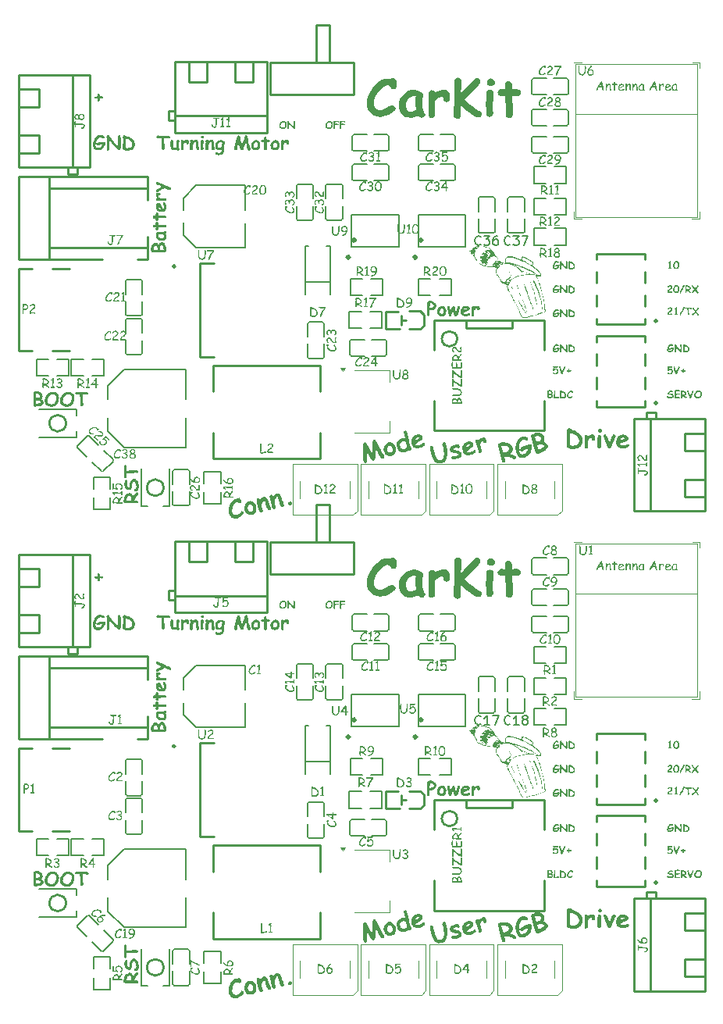
<source format=gbr>
%TF.GenerationSoftware,KiCad,Pcbnew,9.0.2*%
%TF.CreationDate,2025-11-24T16:37:35-05:00*%
%TF.ProjectId,carkit PANEL,6361726b-6974-4205-9041-4e454c2e6b69,rev?*%
%TF.SameCoordinates,Original*%
%TF.FileFunction,Legend,Top*%
%TF.FilePolarity,Positive*%
%FSLAX46Y46*%
G04 Gerber Fmt 4.6, Leading zero omitted, Abs format (unit mm)*
G04 Created by KiCad (PCBNEW 9.0.2) date 2025-11-24 16:37:35*
%MOMM*%
%LPD*%
G01*
G04 APERTURE LIST*
%ADD10C,0.200000*%
%ADD11C,0.187500*%
%ADD12C,0.300000*%
%ADD13C,0.150000*%
%ADD14C,0.250000*%
%ADD15C,0.120000*%
%ADD16C,0.000000*%
G04 APERTURE END LIST*
D10*
G36*
X108957025Y-40639718D02*
G01*
X109023296Y-40651422D01*
X109078854Y-40669599D01*
X109125315Y-40693592D01*
X109163991Y-40723162D01*
X109196694Y-40759619D01*
X109222765Y-40802916D01*
X109242247Y-40854146D01*
X109254674Y-40914750D01*
X109259099Y-40986456D01*
X109254742Y-41060124D01*
X109241870Y-41130140D01*
X109220593Y-41197091D01*
X109190761Y-41261489D01*
X109151974Y-41323755D01*
X109107007Y-41378932D01*
X109059114Y-41422445D01*
X109008049Y-41455575D01*
X108953299Y-41479146D01*
X108894109Y-41493482D01*
X108829525Y-41498389D01*
X108765005Y-41494449D01*
X108705891Y-41482990D01*
X108651439Y-41464337D01*
X108601014Y-41438534D01*
X108554117Y-41405332D01*
X108509882Y-41362494D01*
X108476297Y-41315967D01*
X108452394Y-41265226D01*
X108437801Y-41209428D01*
X108432809Y-41147852D01*
X108588018Y-41147852D01*
X108592545Y-41191962D01*
X108605667Y-41230732D01*
X108627366Y-41265317D01*
X108658506Y-41296449D01*
X108693655Y-41319998D01*
X108733310Y-41337102D01*
X108778278Y-41347738D01*
X108829574Y-41351452D01*
X108875260Y-41346868D01*
X108917387Y-41333328D01*
X108956881Y-41310568D01*
X108994371Y-41277562D01*
X109030146Y-41232604D01*
X109062299Y-41176793D01*
X109085226Y-41117574D01*
X109099156Y-41054272D01*
X109103907Y-40986065D01*
X109099892Y-40926961D01*
X109089162Y-40882472D01*
X109073162Y-40849444D01*
X109052519Y-40825402D01*
X109027295Y-40808627D01*
X108991889Y-40795169D01*
X108943369Y-40785950D01*
X108878227Y-40782464D01*
X108831878Y-40787013D01*
X108788556Y-40800510D01*
X108747400Y-40823274D01*
X108707803Y-40856325D01*
X108669448Y-40901313D01*
X108633533Y-40958971D01*
X108608284Y-41018814D01*
X108593135Y-41081503D01*
X108588018Y-41147852D01*
X108432809Y-41147852D01*
X108432777Y-41147461D01*
X108437448Y-41074193D01*
X108451292Y-41004198D01*
X108474287Y-40936849D01*
X108506720Y-40871600D01*
X108549183Y-40808012D01*
X108596458Y-40753442D01*
X108646194Y-40710398D01*
X108698648Y-40677657D01*
X108754306Y-40654416D01*
X108813861Y-40640330D01*
X108878178Y-40635528D01*
X108957025Y-40639718D01*
G37*
G36*
X110158157Y-41329129D02*
G01*
X110148876Y-41415444D01*
X110139224Y-41447403D01*
X110123237Y-41468461D01*
X110100633Y-41481231D01*
X110069057Y-41485884D01*
X110044896Y-41481899D01*
X110016616Y-41468561D01*
X109982693Y-41442750D01*
X109883229Y-41347733D01*
X109771732Y-41229665D01*
X109647002Y-41085397D01*
X109507787Y-40911571D01*
X109504515Y-41086058D01*
X109506420Y-41216240D01*
X109508374Y-41346421D01*
X109503590Y-41416175D01*
X109491648Y-41460897D01*
X109475138Y-41487988D01*
X109454890Y-41502792D01*
X109429678Y-41507768D01*
X109404107Y-41504858D01*
X109383119Y-41496611D01*
X109365687Y-41483148D01*
X109349743Y-41459054D01*
X109344389Y-41430147D01*
X109347906Y-41364006D01*
X109351472Y-41297866D01*
X109353670Y-41201145D01*
X109355868Y-41104376D01*
X109354207Y-41000524D01*
X109352595Y-40896623D01*
X109346050Y-40798829D01*
X109339504Y-40700936D01*
X109342509Y-40680271D01*
X109351603Y-40660994D01*
X109367641Y-40642464D01*
X109387576Y-40628027D01*
X109408787Y-40619601D01*
X109431877Y-40616770D01*
X109456071Y-40622656D01*
X109485135Y-40643419D01*
X109521465Y-40686623D01*
X109651871Y-40864140D01*
X109776764Y-41018136D01*
X109896416Y-41150670D01*
X110011123Y-41263672D01*
X110011660Y-41180678D01*
X110009925Y-40932959D01*
X110006189Y-40817440D01*
X109999106Y-40758480D01*
X109993635Y-40698396D01*
X109997114Y-40670209D01*
X110006501Y-40650023D01*
X110021376Y-40635721D01*
X110042882Y-40626491D01*
X110073454Y-40623023D01*
X110095087Y-40627658D01*
X110114196Y-40642088D01*
X110131675Y-40669558D01*
X110146909Y-40715904D01*
X110158077Y-40788856D01*
X110162505Y-40897698D01*
X110161430Y-40984013D01*
X110158157Y-41329129D01*
G37*
D11*
G36*
X150919211Y-56664000D02*
G01*
X150702274Y-56664000D01*
X150659491Y-56660425D01*
X150631130Y-56651308D01*
X150613077Y-56638185D01*
X150602623Y-56621195D01*
X150598960Y-56599031D01*
X150603067Y-56574034D01*
X150614774Y-56554901D01*
X150634953Y-56540149D01*
X150666602Y-56529914D01*
X150714291Y-56525905D01*
X150738325Y-56526442D01*
X150738325Y-56040301D01*
X150693896Y-56067580D01*
X150676580Y-56073127D01*
X150648039Y-56067696D01*
X150623286Y-56051243D01*
X150606167Y-56027304D01*
X150600621Y-56000343D01*
X150604078Y-55981704D01*
X150615426Y-55961434D01*
X150637257Y-55938549D01*
X150699002Y-55893658D01*
X150765680Y-55840071D01*
X150794074Y-55822984D01*
X150820258Y-55813518D01*
X150844912Y-55810517D01*
X150866471Y-55814227D01*
X150881053Y-55824417D01*
X150890454Y-55841811D01*
X150894103Y-55869624D01*
X150888632Y-56053050D01*
X150884741Y-56184100D01*
X150883161Y-56390838D01*
X150883161Y-56523316D01*
X150919211Y-56523316D01*
X150948626Y-56528451D01*
X150972505Y-56543490D01*
X150988677Y-56566071D01*
X150994096Y-56593658D01*
X150988677Y-56621244D01*
X150972505Y-56643825D01*
X150948626Y-56658864D01*
X150919211Y-56664000D01*
G37*
G36*
X151565040Y-55818944D02*
G01*
X151618648Y-55834204D01*
X151666186Y-55859058D01*
X151708659Y-55893942D01*
X151746608Y-55940064D01*
X151777752Y-55994768D01*
X151800396Y-56055291D01*
X151814426Y-56122582D01*
X151819295Y-56197789D01*
X151815170Y-56300481D01*
X151803727Y-56386196D01*
X151786180Y-56457289D01*
X151763465Y-56515890D01*
X151736203Y-56563860D01*
X151699885Y-56607570D01*
X151657793Y-56641119D01*
X151609192Y-56665408D01*
X151552828Y-56680556D01*
X151487027Y-56685884D01*
X151427602Y-56681230D01*
X151375883Y-56667921D01*
X151330549Y-56646483D01*
X151290591Y-56616817D01*
X151255379Y-56578206D01*
X151224710Y-56529373D01*
X151199814Y-56471262D01*
X151180963Y-56403098D01*
X151168878Y-56323296D01*
X151164577Y-56230078D01*
X151165152Y-56221480D01*
X151314298Y-56221480D01*
X151317675Y-56311475D01*
X151326590Y-56378864D01*
X151339455Y-56428110D01*
X151359740Y-56472731D01*
X151384304Y-56504930D01*
X151413074Y-56527096D01*
X151446805Y-56540514D01*
X151486978Y-56545200D01*
X151529389Y-56539961D01*
X151565003Y-56524903D01*
X151595431Y-56499833D01*
X151621409Y-56463036D01*
X151639180Y-56422300D01*
X151653296Y-56369455D01*
X151662759Y-56301851D01*
X151666252Y-56216498D01*
X151663107Y-56148594D01*
X151654568Y-56094723D01*
X151641769Y-56052474D01*
X151625512Y-56019736D01*
X151602480Y-55990984D01*
X151575098Y-55970928D01*
X151542555Y-55958647D01*
X151503391Y-55954327D01*
X151461895Y-55959701D01*
X151425135Y-55975518D01*
X151391799Y-56002503D01*
X151361290Y-56042841D01*
X151335545Y-56095905D01*
X151319760Y-56155013D01*
X151314298Y-56221480D01*
X151165152Y-56221480D01*
X151169761Y-56152517D01*
X151184859Y-56081510D01*
X151209514Y-56016063D01*
X151243810Y-55955353D01*
X151285828Y-55903121D01*
X151332114Y-55863954D01*
X151383167Y-55836299D01*
X151439984Y-55819457D01*
X151503977Y-55813644D01*
X151565040Y-55818944D01*
G37*
G36*
X137830169Y-69808316D02*
G01*
X137879545Y-69820508D01*
X137928552Y-69841200D01*
X137977683Y-69871138D01*
X138019407Y-69905561D01*
X138050203Y-69941781D01*
X138071546Y-69980095D01*
X138084292Y-70021111D01*
X138088618Y-70065702D01*
X138085832Y-70107211D01*
X138077998Y-70142310D01*
X138065659Y-70172046D01*
X138042672Y-70206263D01*
X138002840Y-70247126D01*
X138036281Y-70266710D01*
X138067542Y-70292296D01*
X138096824Y-70324502D01*
X138123630Y-70364811D01*
X138138524Y-70402783D01*
X138143279Y-70439443D01*
X138138868Y-70473226D01*
X138125268Y-70506825D01*
X138101109Y-70541132D01*
X138064047Y-70576756D01*
X138009148Y-70614879D01*
X137953112Y-70641627D01*
X137890165Y-70661123D01*
X137816539Y-70676017D01*
X137730753Y-70685600D01*
X137631200Y-70689010D01*
X137610470Y-70686084D01*
X137591088Y-70677240D01*
X137572435Y-70661704D01*
X137557585Y-70642314D01*
X137549221Y-70623008D01*
X137546496Y-70603232D01*
X137546496Y-70538947D01*
X137695143Y-70538947D01*
X137790546Y-70527986D01*
X137898988Y-70503092D01*
X137950458Y-70485321D01*
X137978222Y-70469839D01*
X137990835Y-70456517D01*
X137994096Y-70444425D01*
X137987584Y-70419624D01*
X137968591Y-70395152D01*
X137932351Y-70369980D01*
X137885289Y-70348845D01*
X137843789Y-70339547D01*
X137695143Y-70335737D01*
X137695143Y-70538947D01*
X137546496Y-70538947D01*
X137546496Y-70023937D01*
X137543934Y-69954327D01*
X137695143Y-69954327D01*
X137695680Y-70070538D01*
X137695143Y-70185674D01*
X137741905Y-70189780D01*
X137770027Y-70189484D01*
X137828629Y-70180729D01*
X137870991Y-70166417D01*
X137900830Y-70147853D01*
X137920959Y-70125460D01*
X137933019Y-70098697D01*
X137937236Y-70066142D01*
X137932543Y-70042378D01*
X137917311Y-70017735D01*
X137888046Y-69991062D01*
X137852726Y-69969689D01*
X137816907Y-69957303D01*
X137779846Y-69953204D01*
X137695143Y-69954327D01*
X137543934Y-69954327D01*
X137543761Y-69949638D01*
X137543707Y-69909128D01*
X137546496Y-69878563D01*
X137554162Y-69857262D01*
X137570547Y-69839878D01*
X137598312Y-69825871D01*
X137642142Y-69816281D01*
X137690485Y-69807909D01*
X137779846Y-69804265D01*
X137830169Y-69808316D01*
G37*
G36*
X138745240Y-70645242D02*
G01*
X138671468Y-70669017D01*
X138545743Y-70694090D01*
X138427410Y-70709602D01*
X138342972Y-70714020D01*
X138298361Y-70710065D01*
X138265332Y-70699467D01*
X138241140Y-70683359D01*
X138223939Y-70661735D01*
X138213050Y-70633455D01*
X138209078Y-70596442D01*
X138220020Y-70423078D01*
X138230498Y-70179089D01*
X138234235Y-69894830D01*
X138239652Y-69865938D01*
X138255826Y-69841780D01*
X138279989Y-69825458D01*
X138310195Y-69819896D01*
X138340439Y-69825461D01*
X138364808Y-69841829D01*
X138381209Y-69866017D01*
X138386692Y-69894928D01*
X138382842Y-70181232D01*
X138371939Y-70432897D01*
X138361584Y-70567084D01*
X138447374Y-70560413D01*
X138556577Y-70540894D01*
X138693852Y-70505144D01*
X138717885Y-70501431D01*
X138739679Y-70504310D01*
X138757972Y-70512618D01*
X138773621Y-70526588D01*
X138788050Y-70550555D01*
X138792770Y-70576903D01*
X138787554Y-70605221D01*
X138772327Y-70627510D01*
X138745240Y-70645242D01*
G37*
G36*
X138990644Y-69819302D02*
G01*
X139057480Y-69847496D01*
X139158060Y-69892827D01*
X139236375Y-69922823D01*
X139307616Y-69959552D01*
X139372427Y-70002989D01*
X139431318Y-70053295D01*
X139482045Y-70108835D01*
X139519687Y-70164662D01*
X139545732Y-70221231D01*
X139561137Y-70279191D01*
X139566287Y-70339352D01*
X139561147Y-70401172D01*
X139545775Y-70460784D01*
X139519832Y-70518968D01*
X139484813Y-70573305D01*
X139442532Y-70619472D01*
X139392484Y-70658187D01*
X139346681Y-70682262D01*
X139290314Y-70700736D01*
X139221315Y-70712785D01*
X139137299Y-70717147D01*
X139096126Y-70714491D01*
X139045464Y-70705667D01*
X138986628Y-70688286D01*
X138946545Y-70668542D01*
X138916725Y-70662684D01*
X138892421Y-70646463D01*
X138876039Y-70622611D01*
X138870586Y-70594293D01*
X138872213Y-70542855D01*
X139026315Y-70542855D01*
X139048838Y-70554676D01*
X139075212Y-70563371D01*
X139103695Y-70568423D01*
X139136713Y-70570210D01*
X139215630Y-70565627D01*
X139270001Y-70553902D01*
X139306120Y-70537384D01*
X139336165Y-70514266D01*
X139361857Y-70486174D01*
X139383447Y-70452583D01*
X139399532Y-70415974D01*
X139409015Y-70378922D01*
X139412170Y-70340964D01*
X139406422Y-70290626D01*
X139389159Y-70242906D01*
X139359459Y-70196681D01*
X139315289Y-70151224D01*
X139253656Y-70106247D01*
X139184842Y-70070095D01*
X139026315Y-70001222D01*
X139026315Y-70542855D01*
X138872213Y-70542855D01*
X138875764Y-70430552D01*
X138880942Y-70266763D01*
X138878499Y-70084949D01*
X138876057Y-69903183D01*
X138878956Y-69884205D01*
X138888139Y-69864501D01*
X138905024Y-69843392D01*
X138925713Y-69826247D01*
X138946079Y-69816721D01*
X138966769Y-69813644D01*
X138990644Y-69819302D01*
G37*
G36*
X140203907Y-70079380D02*
G01*
X140174321Y-70073817D01*
X140150577Y-70057422D01*
X140131221Y-70027991D01*
X140119099Y-70006964D01*
X140109385Y-69998780D01*
X140097913Y-69996268D01*
X140066203Y-69994969D01*
X140035330Y-70000028D01*
X139999727Y-70016859D01*
X139957572Y-70049275D01*
X139907152Y-70102534D01*
X139857923Y-70167483D01*
X139822428Y-70227357D01*
X139798722Y-70282892D01*
X139785255Y-70334868D01*
X139780928Y-70384097D01*
X139785437Y-70422427D01*
X139798619Y-70456283D01*
X139820788Y-70486777D01*
X139849596Y-70510829D01*
X139881105Y-70524834D01*
X139916434Y-70529568D01*
X139951905Y-70526571D01*
X139988368Y-70517362D01*
X140026294Y-70501383D01*
X140109385Y-70448333D01*
X140150375Y-70425694D01*
X140173866Y-70420147D01*
X140194712Y-70422819D01*
X140213070Y-70430661D01*
X140229602Y-70443986D01*
X140245670Y-70468063D01*
X140250900Y-70494935D01*
X140247858Y-70514993D01*
X140238681Y-70533381D01*
X140222470Y-70550769D01*
X140158702Y-70598305D01*
X140096750Y-70633501D01*
X140036121Y-70657692D01*
X139976233Y-70671841D01*
X139916434Y-70676505D01*
X139856791Y-70670792D01*
X139803085Y-70654113D01*
X139754040Y-70626453D01*
X139708778Y-70586868D01*
X139673053Y-70541277D01*
X139648049Y-70492745D01*
X139633008Y-70440529D01*
X139627885Y-70383609D01*
X139633623Y-70314021D01*
X139651223Y-70242698D01*
X139681703Y-70168749D01*
X139726617Y-70091351D01*
X139788011Y-70009771D01*
X139848212Y-69946407D01*
X139905403Y-69901087D01*
X139960209Y-69870892D01*
X140013468Y-69853646D01*
X140066203Y-69848033D01*
X140109630Y-69849694D01*
X140143775Y-69854579D01*
X140170176Y-69837993D01*
X140201709Y-69832401D01*
X140226923Y-69836349D01*
X140246029Y-69847489D01*
X140260566Y-69866376D01*
X140270586Y-69895514D01*
X140277380Y-69942707D01*
X140279867Y-70001173D01*
X140275919Y-70026901D01*
X140264040Y-70050266D01*
X140248256Y-70066335D01*
X140228627Y-70075978D01*
X140203907Y-70079380D01*
G37*
G36*
X138377110Y-68098389D02*
G01*
X138310499Y-68093134D01*
X138254132Y-68078282D01*
X138206197Y-68054638D01*
X138165319Y-68022213D01*
X138130669Y-67980224D01*
X138120181Y-67959349D01*
X138116992Y-67940657D01*
X138122769Y-67913741D01*
X138140488Y-67890782D01*
X138165756Y-67875270D01*
X138194026Y-67870168D01*
X138222360Y-67875805D01*
X138246489Y-67892883D01*
X138288060Y-67934990D01*
X138310681Y-67946997D01*
X138339800Y-67954831D01*
X138377110Y-67957705D01*
X138417921Y-67953745D01*
X138454364Y-67942218D01*
X138487364Y-67923142D01*
X138517550Y-67895863D01*
X138541200Y-67864514D01*
X138557962Y-67830398D01*
X138568166Y-67792940D01*
X138571674Y-67751369D01*
X138568070Y-67697297D01*
X138558567Y-67657718D01*
X138544612Y-67629296D01*
X138523781Y-67607002D01*
X138497186Y-67593573D01*
X138462937Y-67588801D01*
X138415797Y-67593002D01*
X138375056Y-67605030D01*
X138339503Y-67624534D01*
X138308283Y-67651864D01*
X138261828Y-67704425D01*
X138240902Y-67720583D01*
X138220148Y-67729660D01*
X138198960Y-67732611D01*
X138170145Y-67727230D01*
X138146252Y-67711215D01*
X138129999Y-67687749D01*
X138124661Y-67660706D01*
X138133942Y-67565256D01*
X138148579Y-67417637D01*
X138151967Y-67351250D01*
X138149963Y-67337148D01*
X138142393Y-67315053D01*
X138134865Y-67292955D01*
X138132868Y-67278808D01*
X138135887Y-67262196D01*
X138144814Y-67248567D01*
X138160760Y-67237140D01*
X138183907Y-67229028D01*
X138212100Y-67226149D01*
X138245170Y-67227517D01*
X138278241Y-67228884D01*
X138541095Y-67229275D01*
X138583154Y-67226149D01*
X138625799Y-67223023D01*
X138653003Y-67227841D01*
X138674403Y-67241829D01*
X138688651Y-67262954D01*
X138693551Y-67289945D01*
X138688432Y-67315969D01*
X138673210Y-67336852D01*
X138645386Y-67353863D01*
X138599494Y-67366158D01*
X138527955Y-67371083D01*
X138494884Y-67370545D01*
X138468408Y-67369959D01*
X138305547Y-67369959D01*
X138291870Y-67483092D01*
X138340799Y-67464217D01*
X138397365Y-67452315D01*
X138462937Y-67448117D01*
X138515422Y-67452388D01*
X138560727Y-67464574D01*
X138600120Y-67484185D01*
X138634553Y-67511357D01*
X138664584Y-67546840D01*
X138688942Y-67588514D01*
X138706837Y-67635839D01*
X138718050Y-67689761D01*
X138721981Y-67751418D01*
X138718063Y-67810540D01*
X138706723Y-67863877D01*
X138688334Y-67912280D01*
X138662918Y-67956456D01*
X138630146Y-67996930D01*
X138589936Y-68033077D01*
X138545275Y-68061099D01*
X138495538Y-68081421D01*
X138439845Y-68094012D01*
X138377110Y-68098389D01*
G37*
G36*
X139099581Y-67834509D02*
G01*
X139227466Y-67504097D01*
X139274996Y-67373574D01*
X139310325Y-67301752D01*
X139344410Y-67253993D01*
X139362257Y-67238279D01*
X139381688Y-67229203D01*
X139403419Y-67226149D01*
X139432584Y-67231514D01*
X139458080Y-67247740D01*
X139475737Y-67271765D01*
X139481577Y-67300448D01*
X139478046Y-67321682D01*
X139466824Y-67343581D01*
X139439344Y-67389031D01*
X139412700Y-67446260D01*
X139372254Y-67554411D01*
X139225806Y-67932988D01*
X139198069Y-67998536D01*
X139164061Y-68065172D01*
X139145491Y-68089327D01*
X139123150Y-68103071D01*
X139095722Y-68107768D01*
X139069017Y-68104296D01*
X139047630Y-68094465D01*
X139030281Y-68078206D01*
X139016489Y-68054230D01*
X138975000Y-67945739D01*
X138925975Y-67795980D01*
X138868429Y-67595786D01*
X138823049Y-67448214D01*
X138798351Y-67352703D01*
X138792470Y-67305625D01*
X138795180Y-67285207D01*
X138803087Y-67267602D01*
X138816503Y-67252087D01*
X138841330Y-67237337D01*
X138870041Y-67232401D01*
X138894328Y-67235829D01*
X138914004Y-67245642D01*
X138930214Y-67262177D01*
X138943265Y-67287063D01*
X138965150Y-67381585D01*
X139017027Y-67558612D01*
X139060264Y-67709956D01*
X139099581Y-67834509D01*
G37*
G36*
X140047732Y-67781704D02*
G01*
X140028339Y-67779799D01*
X140008360Y-67777845D01*
X139964884Y-67778675D01*
X139920921Y-67779505D01*
X139920921Y-67827621D01*
X139920383Y-67875151D01*
X139915306Y-67900430D01*
X139900160Y-67920873D01*
X139877810Y-67934310D01*
X139849895Y-67938947D01*
X139821964Y-67934230D01*
X139799581Y-67920531D01*
X139784446Y-67899785D01*
X139779357Y-67874076D01*
X139778283Y-67779505D01*
X139706671Y-67781704D01*
X139669410Y-67778012D01*
X139637843Y-67767489D01*
X139615979Y-67752951D01*
X139604075Y-67736160D01*
X139600132Y-67716247D01*
X139604334Y-67690291D01*
X139615834Y-67672455D01*
X139635108Y-67660608D01*
X139658406Y-67655745D01*
X139706671Y-67653525D01*
X139778283Y-67651327D01*
X139777745Y-67629247D01*
X139777208Y-67602234D01*
X139781165Y-67557038D01*
X139791314Y-67526824D01*
X139806075Y-67507354D01*
X139825438Y-67495927D01*
X139850969Y-67491885D01*
X139878153Y-67496390D01*
X139901235Y-67509715D01*
X139917266Y-67529982D01*
X139922581Y-67554949D01*
X139920676Y-67582108D01*
X139918771Y-67609806D01*
X139919309Y-67648200D01*
X139938457Y-67648738D01*
X139971479Y-67647663D01*
X140005136Y-67646588D01*
X140051571Y-67650370D01*
X140082213Y-67659986D01*
X140101588Y-67673750D01*
X140112725Y-67691444D01*
X140116608Y-67714390D01*
X140111970Y-67739517D01*
X140098046Y-67760992D01*
X140075481Y-67776474D01*
X140047732Y-67781704D01*
G37*
D12*
G36*
X117930365Y-76440584D02*
G01*
X117937809Y-77133193D01*
X117968877Y-77444482D01*
X117956271Y-77543164D01*
X117926440Y-77611591D01*
X117881765Y-77657904D01*
X117820088Y-77686131D01*
X117760310Y-77694338D01*
X117707628Y-77686241D01*
X117659488Y-77662409D01*
X117610588Y-77613843D01*
X117580969Y-77548674D01*
X117551690Y-77404460D01*
X117534311Y-77224172D01*
X117531888Y-77001237D01*
X117541092Y-76449562D01*
X117509679Y-76020912D01*
X117506369Y-75819484D01*
X117517868Y-75690136D01*
X117538029Y-75612409D01*
X117575493Y-75545611D01*
X117624861Y-75499937D01*
X117687931Y-75472110D01*
X117763983Y-75465985D01*
X117832140Y-75489474D01*
X117897340Y-75546348D01*
X117983924Y-75679619D01*
X118136995Y-75986839D01*
X118301102Y-76318102D01*
X118508964Y-76683802D01*
X118543688Y-76243409D01*
X118558506Y-75749489D01*
X118551268Y-75426631D01*
X118572082Y-75326004D01*
X118607870Y-75255622D01*
X118656905Y-75207941D01*
X118721109Y-75179088D01*
X118786811Y-75174054D01*
X118851641Y-75194985D01*
X118919722Y-75246910D01*
X118993611Y-75341104D01*
X119048987Y-75442136D01*
X119144191Y-75654885D01*
X119303428Y-76014586D01*
X119453674Y-76316703D01*
X119595241Y-76567713D01*
X119796022Y-76909183D01*
X119831700Y-76980234D01*
X119837987Y-77031238D01*
X119829232Y-77079706D01*
X119804705Y-77127678D01*
X119752345Y-77180029D01*
X119686861Y-77210205D01*
X119620497Y-77215841D01*
X119555846Y-77196478D01*
X119489021Y-77148046D01*
X119417592Y-77060725D01*
X119257808Y-76759777D01*
X119125729Y-76510595D01*
X118936895Y-76111337D01*
X118889442Y-76720799D01*
X118875497Y-76985359D01*
X118859956Y-77136123D01*
X118837369Y-77249319D01*
X118801417Y-77334130D01*
X118748042Y-77390798D01*
X118674993Y-77424694D01*
X118616064Y-77431275D01*
X118559856Y-77419056D01*
X118503664Y-77386541D01*
X118445608Y-77328753D01*
X118305746Y-77102623D01*
X118116980Y-76784911D01*
X117930365Y-76440584D01*
G37*
G36*
X120559305Y-75447044D02*
G01*
X120673442Y-75485817D01*
X120784143Y-75555935D01*
X120870097Y-75637489D01*
X120942963Y-75735194D01*
X121003061Y-75851121D01*
X121049873Y-75988049D01*
X121079547Y-76142121D01*
X121084580Y-76286186D01*
X121066571Y-76422447D01*
X121025872Y-76552918D01*
X120969887Y-76661892D01*
X120900174Y-76751888D01*
X120816212Y-76825225D01*
X120716393Y-76883115D01*
X120598134Y-76925573D01*
X120476287Y-76946796D01*
X120359701Y-76944616D01*
X120246165Y-76919688D01*
X120133676Y-76871000D01*
X120023966Y-76796121D01*
X119932608Y-76700730D01*
X119858202Y-76582348D01*
X119800937Y-76436992D01*
X119769345Y-76292122D01*
X119766220Y-76226870D01*
X120146305Y-76226870D01*
X120166274Y-76338215D01*
X120204407Y-76436563D01*
X120255924Y-76507255D01*
X120320805Y-76555863D01*
X120381539Y-76579813D01*
X120442283Y-76587142D01*
X120504964Y-76578329D01*
X120576152Y-76549927D01*
X120635032Y-76506740D01*
X120683433Y-76447445D01*
X120719071Y-76367239D01*
X120731969Y-76277446D01*
X120720606Y-76174258D01*
X120675740Y-76021167D01*
X120625630Y-75918448D01*
X120572321Y-75853367D01*
X120515934Y-75816340D01*
X120454408Y-75801924D01*
X120383851Y-75809725D01*
X120309248Y-75839067D01*
X120249536Y-75883599D01*
X120202367Y-75944587D01*
X120167292Y-76025409D01*
X120147045Y-76123307D01*
X120146305Y-76226870D01*
X119766220Y-76226870D01*
X119762615Y-76151615D01*
X119779910Y-76013470D01*
X119821740Y-75875761D01*
X119882625Y-75755540D01*
X119960229Y-75655402D01*
X120055376Y-75572934D01*
X120170206Y-75507003D01*
X120308022Y-75457835D01*
X120438734Y-75437359D01*
X120559305Y-75447044D01*
G37*
G36*
X122208319Y-74210051D02*
G01*
X122258800Y-74256498D01*
X122289108Y-74321408D01*
X122341059Y-74540285D01*
X122413815Y-74905727D01*
X122486664Y-75271142D01*
X122538641Y-75490014D01*
X122664478Y-75921035D01*
X122738403Y-76114276D01*
X122752781Y-76151892D01*
X122757437Y-76222584D01*
X122732269Y-76286725D01*
X122684669Y-76337643D01*
X122622297Y-76367017D01*
X122559671Y-76373245D01*
X122504729Y-76357585D01*
X122453730Y-76318753D01*
X122373688Y-76388464D01*
X122286639Y-76439256D01*
X122192546Y-76477688D01*
X122091712Y-76509187D01*
X121943410Y-76535621D01*
X121805580Y-76534147D01*
X121675342Y-76506370D01*
X121550158Y-76451882D01*
X121435822Y-76372628D01*
X121343591Y-76274859D01*
X121271490Y-76156560D01*
X121219342Y-76014199D01*
X121185828Y-75834537D01*
X121185059Y-75764833D01*
X121529528Y-75764833D01*
X121556612Y-75916368D01*
X121592754Y-76004180D01*
X121649060Y-76075656D01*
X121727867Y-76133201D01*
X121818493Y-76170340D01*
X121908445Y-76182092D01*
X122000683Y-76169461D01*
X122094000Y-76137079D01*
X122148708Y-76104259D01*
X122182934Y-76069389D01*
X122247481Y-75986890D01*
X122280009Y-75934177D01*
X122150071Y-75449243D01*
X122079027Y-75388898D01*
X122003216Y-75355083D01*
X121920330Y-75344776D01*
X121825893Y-75358599D01*
X121730976Y-75392640D01*
X121657948Y-75436165D01*
X121602896Y-75488562D01*
X121563254Y-75550471D01*
X121533779Y-75645483D01*
X121529528Y-75764833D01*
X121185059Y-75764833D01*
X121184041Y-75672470D01*
X121211077Y-75524307D01*
X121266167Y-75386825D01*
X121329974Y-75285680D01*
X121407129Y-75200242D01*
X121498529Y-75129053D01*
X121605876Y-75071499D01*
X121731578Y-75027845D01*
X121829086Y-75007678D01*
X121914058Y-75001581D01*
X121994937Y-75008752D01*
X122065624Y-75028861D01*
X121975356Y-74607116D01*
X121939638Y-74394946D01*
X121941051Y-74318331D01*
X121962927Y-74262533D01*
X122004051Y-74221377D01*
X122069336Y-74192927D01*
X122144033Y-74186907D01*
X122208319Y-74210051D01*
G37*
G36*
X123702960Y-74610620D02*
G01*
X123808325Y-74644047D01*
X123887145Y-74695819D01*
X123944714Y-74766132D01*
X123982952Y-74858624D01*
X123991615Y-74927748D01*
X123980664Y-74998849D01*
X123948018Y-75074531D01*
X123888974Y-75157145D01*
X123809734Y-75236226D01*
X123632051Y-75385921D01*
X123239557Y-75699951D01*
X123327341Y-75747318D01*
X123423012Y-75772166D01*
X123524568Y-75774848D01*
X123638967Y-75754759D01*
X123752693Y-75715044D01*
X123845058Y-75664142D01*
X123919337Y-75602638D01*
X124011926Y-75523481D01*
X124077699Y-75491554D01*
X124142997Y-75483896D01*
X124189982Y-75497264D01*
X124225072Y-75529651D01*
X124250224Y-75586674D01*
X124256113Y-75655458D01*
X124236382Y-75726142D01*
X124186064Y-75802778D01*
X124094922Y-75888479D01*
X123981306Y-75965425D01*
X123858045Y-76026450D01*
X123723927Y-76071836D01*
X123563392Y-76103716D01*
X123418978Y-76110778D01*
X123287888Y-76095589D01*
X123167607Y-76059451D01*
X123068534Y-76008821D01*
X122985608Y-75943865D01*
X122916934Y-75863783D01*
X122861672Y-75766666D01*
X122820108Y-75649627D01*
X122787370Y-75480589D01*
X122783430Y-75374855D01*
X123124127Y-75374855D01*
X123387024Y-75168374D01*
X123533195Y-75042335D01*
X123631082Y-74944436D01*
X123563066Y-74934377D01*
X123482591Y-74937553D01*
X123386778Y-74956544D01*
X123310647Y-74986807D01*
X123248661Y-75032205D01*
X123198672Y-75093930D01*
X123163253Y-75166464D01*
X123137756Y-75258628D01*
X123124127Y-75374855D01*
X122783430Y-75374855D01*
X122781527Y-75323767D01*
X122800625Y-75176657D01*
X122844075Y-75036976D01*
X122903689Y-74921035D01*
X122978120Y-74825146D01*
X123067957Y-74746873D01*
X123174961Y-74684963D01*
X123301935Y-74639435D01*
X123456237Y-74607820D01*
X123588688Y-74599363D01*
X123702960Y-74610620D01*
G37*
D11*
G36*
X151199553Y-65342918D02*
G01*
X151175483Y-65422196D01*
X151142467Y-65491191D01*
X151100688Y-65551229D01*
X151049832Y-65603281D01*
X151002254Y-65638841D01*
X150952178Y-65666135D01*
X150899177Y-65685629D01*
X150842688Y-65697477D01*
X150782044Y-65701515D01*
X150709249Y-65695981D01*
X150650278Y-65680652D01*
X150602522Y-65656783D01*
X150563984Y-65624676D01*
X150533954Y-65584497D01*
X150511311Y-65534235D01*
X150496627Y-65471679D01*
X150491297Y-65394062D01*
X150495391Y-65325313D01*
X150507877Y-65254847D01*
X150529229Y-65182178D01*
X150560125Y-65106833D01*
X150598141Y-65034838D01*
X150640344Y-64971570D01*
X150686671Y-64916253D01*
X150737201Y-64868256D01*
X150777194Y-64839466D01*
X150817319Y-64819718D01*
X150858068Y-64808122D01*
X150900062Y-64804265D01*
X150934962Y-64807668D01*
X150981980Y-64819535D01*
X151044361Y-64842806D01*
X151099427Y-64870712D01*
X151131533Y-64895832D01*
X151147697Y-64918623D01*
X151152561Y-64940308D01*
X151147078Y-64968176D01*
X151130139Y-64993455D01*
X151113999Y-65006493D01*
X151095829Y-65014209D01*
X151074940Y-65016854D01*
X151054566Y-65011485D01*
X151002547Y-64985591D01*
X150964208Y-64967424D01*
X150930339Y-64957442D01*
X150900062Y-64954327D01*
X150878821Y-64958637D01*
X150851316Y-64973967D01*
X150815026Y-65005506D01*
X150767292Y-65060133D01*
X150722371Y-65124380D01*
X150688370Y-65189333D01*
X150664475Y-65255431D01*
X150650202Y-65323219D01*
X150645415Y-65393330D01*
X150649294Y-65454202D01*
X150658946Y-65493321D01*
X150672184Y-65517112D01*
X150693955Y-65534595D01*
X150728746Y-65546690D01*
X150782044Y-65551452D01*
X150836250Y-65546115D01*
X150884855Y-65530545D01*
X150929078Y-65504704D01*
X150969000Y-65467916D01*
X151002157Y-65420566D01*
X151028534Y-65360748D01*
X150944706Y-65371026D01*
X150871538Y-65387917D01*
X150807739Y-65410769D01*
X150790594Y-65416564D01*
X150773838Y-65418438D01*
X150752387Y-65415605D01*
X150733881Y-65407342D01*
X150717564Y-65393330D01*
X150702318Y-65369305D01*
X150697341Y-65342674D01*
X150702859Y-65316233D01*
X150720225Y-65291779D01*
X150753286Y-65268201D01*
X150808694Y-65245813D01*
X150895177Y-65226072D01*
X151011245Y-65212528D01*
X151155296Y-65207558D01*
X151185683Y-65212975D01*
X151210251Y-65228856D01*
X151226831Y-65252558D01*
X151232379Y-65281222D01*
X151228649Y-65306047D01*
X151217897Y-65326222D01*
X151199553Y-65342918D01*
G37*
G36*
X152095289Y-65529129D02*
G01*
X152086008Y-65615444D01*
X152076355Y-65647403D01*
X152060369Y-65668461D01*
X152037765Y-65681231D01*
X152006189Y-65685884D01*
X151982028Y-65681899D01*
X151953748Y-65668561D01*
X151919825Y-65642750D01*
X151820361Y-65547733D01*
X151708864Y-65429665D01*
X151584134Y-65285397D01*
X151444919Y-65111571D01*
X151441646Y-65286058D01*
X151443551Y-65416240D01*
X151445505Y-65546421D01*
X151440721Y-65616175D01*
X151428780Y-65660897D01*
X151412270Y-65687988D01*
X151392022Y-65702792D01*
X151366810Y-65707768D01*
X151341238Y-65704858D01*
X151320251Y-65696611D01*
X151302819Y-65683148D01*
X151286875Y-65659054D01*
X151281521Y-65630147D01*
X151285038Y-65564006D01*
X151288604Y-65497866D01*
X151290802Y-65401145D01*
X151293000Y-65304376D01*
X151291339Y-65200524D01*
X151289727Y-65096623D01*
X151283182Y-64998829D01*
X151276636Y-64900936D01*
X151279640Y-64880271D01*
X151288735Y-64860994D01*
X151304773Y-64842464D01*
X151324708Y-64828027D01*
X151345919Y-64819601D01*
X151369009Y-64816770D01*
X151393203Y-64822656D01*
X151422267Y-64843419D01*
X151458597Y-64886623D01*
X151589003Y-65064140D01*
X151713896Y-65218136D01*
X151833548Y-65350670D01*
X151948255Y-65463672D01*
X151948792Y-65380678D01*
X151947057Y-65132959D01*
X151943321Y-65017440D01*
X151936238Y-64958480D01*
X151930767Y-64898396D01*
X151934246Y-64870209D01*
X151943633Y-64850023D01*
X151958508Y-64835721D01*
X151980014Y-64826491D01*
X152010586Y-64823023D01*
X152032219Y-64827658D01*
X152051328Y-64842088D01*
X152068806Y-64869558D01*
X152084041Y-64915904D01*
X152095209Y-64988856D01*
X152099637Y-65097698D01*
X152098562Y-65184013D01*
X152095289Y-65529129D01*
G37*
G36*
X152340009Y-64819302D02*
G01*
X152406845Y-64847496D01*
X152507424Y-64892827D01*
X152585740Y-64922823D01*
X152656981Y-64959552D01*
X152721792Y-65002989D01*
X152780683Y-65053295D01*
X152831410Y-65108835D01*
X152869052Y-65164662D01*
X152895097Y-65221231D01*
X152910502Y-65279191D01*
X152915652Y-65339352D01*
X152910512Y-65401172D01*
X152895140Y-65460784D01*
X152869197Y-65518968D01*
X152834178Y-65573305D01*
X152791897Y-65619472D01*
X152741849Y-65658187D01*
X152696046Y-65682262D01*
X152639679Y-65700736D01*
X152570680Y-65712785D01*
X152486664Y-65717147D01*
X152445491Y-65714491D01*
X152394829Y-65705667D01*
X152335993Y-65688286D01*
X152295910Y-65668542D01*
X152266090Y-65662684D01*
X152241786Y-65646463D01*
X152225404Y-65622611D01*
X152219951Y-65594293D01*
X152221578Y-65542855D01*
X152375680Y-65542855D01*
X152398203Y-65554676D01*
X152424577Y-65563371D01*
X152453060Y-65568423D01*
X152486078Y-65570210D01*
X152564994Y-65565627D01*
X152619366Y-65553902D01*
X152655484Y-65537384D01*
X152685530Y-65514266D01*
X152711222Y-65486174D01*
X152732812Y-65452583D01*
X152748897Y-65415974D01*
X152758380Y-65378922D01*
X152761535Y-65340964D01*
X152755786Y-65290626D01*
X152738524Y-65242906D01*
X152708824Y-65196681D01*
X152664654Y-65151224D01*
X152603021Y-65106247D01*
X152534207Y-65070095D01*
X152375680Y-65001222D01*
X152375680Y-65542855D01*
X152221578Y-65542855D01*
X152225129Y-65430552D01*
X152230307Y-65266763D01*
X152227864Y-65084949D01*
X152225422Y-64903183D01*
X152228321Y-64884205D01*
X152237504Y-64864501D01*
X152254389Y-64843392D01*
X152275078Y-64826247D01*
X152295444Y-64816721D01*
X152316133Y-64813644D01*
X152340009Y-64819302D01*
G37*
G36*
X150777110Y-68098389D02*
G01*
X150710499Y-68093134D01*
X150654132Y-68078282D01*
X150606197Y-68054638D01*
X150565319Y-68022213D01*
X150530669Y-67980224D01*
X150520181Y-67959349D01*
X150516992Y-67940657D01*
X150522769Y-67913741D01*
X150540488Y-67890782D01*
X150565756Y-67875270D01*
X150594026Y-67870168D01*
X150622360Y-67875805D01*
X150646489Y-67892883D01*
X150688060Y-67934990D01*
X150710681Y-67946997D01*
X150739800Y-67954831D01*
X150777110Y-67957705D01*
X150817921Y-67953745D01*
X150854364Y-67942218D01*
X150887364Y-67923142D01*
X150917550Y-67895863D01*
X150941200Y-67864514D01*
X150957962Y-67830398D01*
X150968166Y-67792940D01*
X150971674Y-67751369D01*
X150968070Y-67697297D01*
X150958567Y-67657718D01*
X150944612Y-67629296D01*
X150923781Y-67607002D01*
X150897186Y-67593573D01*
X150862937Y-67588801D01*
X150815797Y-67593002D01*
X150775056Y-67605030D01*
X150739503Y-67624534D01*
X150708283Y-67651864D01*
X150661828Y-67704425D01*
X150640902Y-67720583D01*
X150620148Y-67729660D01*
X150598960Y-67732611D01*
X150570145Y-67727230D01*
X150546252Y-67711215D01*
X150529999Y-67687749D01*
X150524661Y-67660706D01*
X150533942Y-67565256D01*
X150548579Y-67417637D01*
X150551967Y-67351250D01*
X150549963Y-67337148D01*
X150542393Y-67315053D01*
X150534865Y-67292955D01*
X150532868Y-67278808D01*
X150535887Y-67262196D01*
X150544814Y-67248567D01*
X150560760Y-67237140D01*
X150583907Y-67229028D01*
X150612100Y-67226149D01*
X150645170Y-67227517D01*
X150678241Y-67228884D01*
X150941095Y-67229275D01*
X150983154Y-67226149D01*
X151025799Y-67223023D01*
X151053003Y-67227841D01*
X151074403Y-67241829D01*
X151088651Y-67262954D01*
X151093551Y-67289945D01*
X151088432Y-67315969D01*
X151073210Y-67336852D01*
X151045386Y-67353863D01*
X150999494Y-67366158D01*
X150927955Y-67371083D01*
X150894884Y-67370545D01*
X150868408Y-67369959D01*
X150705547Y-67369959D01*
X150691870Y-67483092D01*
X150740799Y-67464217D01*
X150797365Y-67452315D01*
X150862937Y-67448117D01*
X150915422Y-67452388D01*
X150960727Y-67464574D01*
X151000120Y-67484185D01*
X151034553Y-67511357D01*
X151064584Y-67546840D01*
X151088942Y-67588514D01*
X151106837Y-67635839D01*
X151118050Y-67689761D01*
X151121981Y-67751418D01*
X151118063Y-67810540D01*
X151106723Y-67863877D01*
X151088334Y-67912280D01*
X151062918Y-67956456D01*
X151030146Y-67996930D01*
X150989936Y-68033077D01*
X150945275Y-68061099D01*
X150895538Y-68081421D01*
X150839845Y-68094012D01*
X150777110Y-68098389D01*
G37*
G36*
X151499581Y-67834509D02*
G01*
X151627466Y-67504097D01*
X151674996Y-67373574D01*
X151710325Y-67301752D01*
X151744410Y-67253993D01*
X151762257Y-67238279D01*
X151781688Y-67229203D01*
X151803419Y-67226149D01*
X151832584Y-67231514D01*
X151858080Y-67247740D01*
X151875737Y-67271765D01*
X151881577Y-67300448D01*
X151878046Y-67321682D01*
X151866824Y-67343581D01*
X151839344Y-67389031D01*
X151812700Y-67446260D01*
X151772254Y-67554411D01*
X151625806Y-67932988D01*
X151598069Y-67998536D01*
X151564061Y-68065172D01*
X151545491Y-68089327D01*
X151523150Y-68103071D01*
X151495722Y-68107768D01*
X151469017Y-68104296D01*
X151447630Y-68094465D01*
X151430281Y-68078206D01*
X151416489Y-68054230D01*
X151375000Y-67945739D01*
X151325975Y-67795980D01*
X151268429Y-67595786D01*
X151223049Y-67448214D01*
X151198351Y-67352703D01*
X151192470Y-67305625D01*
X151195180Y-67285207D01*
X151203087Y-67267602D01*
X151216503Y-67252087D01*
X151241330Y-67237337D01*
X151270041Y-67232401D01*
X151294328Y-67235829D01*
X151314004Y-67245642D01*
X151330214Y-67262177D01*
X151343265Y-67287063D01*
X151365150Y-67381585D01*
X151417027Y-67558612D01*
X151460264Y-67709956D01*
X151499581Y-67834509D01*
G37*
G36*
X152447732Y-67781704D02*
G01*
X152428339Y-67779799D01*
X152408360Y-67777845D01*
X152364884Y-67778675D01*
X152320921Y-67779505D01*
X152320921Y-67827621D01*
X152320383Y-67875151D01*
X152315306Y-67900430D01*
X152300160Y-67920873D01*
X152277810Y-67934310D01*
X152249895Y-67938947D01*
X152221964Y-67934230D01*
X152199581Y-67920531D01*
X152184446Y-67899785D01*
X152179357Y-67874076D01*
X152178283Y-67779505D01*
X152106671Y-67781704D01*
X152069410Y-67778012D01*
X152037843Y-67767489D01*
X152015979Y-67752951D01*
X152004075Y-67736160D01*
X152000132Y-67716247D01*
X152004334Y-67690291D01*
X152015834Y-67672455D01*
X152035108Y-67660608D01*
X152058406Y-67655745D01*
X152106671Y-67653525D01*
X152178283Y-67651327D01*
X152177745Y-67629247D01*
X152177208Y-67602234D01*
X152181165Y-67557038D01*
X152191314Y-67526824D01*
X152206075Y-67507354D01*
X152225438Y-67495927D01*
X152250969Y-67491885D01*
X152278153Y-67496390D01*
X152301235Y-67509715D01*
X152317266Y-67529982D01*
X152322581Y-67554949D01*
X152320676Y-67582108D01*
X152318771Y-67609806D01*
X152319309Y-67648200D01*
X152338457Y-67648738D01*
X152371479Y-67647663D01*
X152405136Y-67646588D01*
X152451571Y-67650370D01*
X152482213Y-67659986D01*
X152501588Y-67673750D01*
X152512725Y-67691444D01*
X152516608Y-67714390D01*
X152511970Y-67739517D01*
X152498046Y-67760992D01*
X152475481Y-67776474D01*
X152447732Y-67781704D01*
G37*
G36*
X138799553Y-65342918D02*
G01*
X138775483Y-65422196D01*
X138742467Y-65491191D01*
X138700688Y-65551229D01*
X138649832Y-65603281D01*
X138602254Y-65638841D01*
X138552178Y-65666135D01*
X138499177Y-65685629D01*
X138442688Y-65697477D01*
X138382044Y-65701515D01*
X138309249Y-65695981D01*
X138250278Y-65680652D01*
X138202522Y-65656783D01*
X138163984Y-65624676D01*
X138133954Y-65584497D01*
X138111311Y-65534235D01*
X138096627Y-65471679D01*
X138091297Y-65394062D01*
X138095391Y-65325313D01*
X138107877Y-65254847D01*
X138129229Y-65182178D01*
X138160125Y-65106833D01*
X138198141Y-65034838D01*
X138240344Y-64971570D01*
X138286671Y-64916253D01*
X138337201Y-64868256D01*
X138377194Y-64839466D01*
X138417319Y-64819718D01*
X138458068Y-64808122D01*
X138500062Y-64804265D01*
X138534962Y-64807668D01*
X138581980Y-64819535D01*
X138644361Y-64842806D01*
X138699427Y-64870712D01*
X138731533Y-64895832D01*
X138747697Y-64918623D01*
X138752561Y-64940308D01*
X138747078Y-64968176D01*
X138730139Y-64993455D01*
X138713999Y-65006493D01*
X138695829Y-65014209D01*
X138674940Y-65016854D01*
X138654566Y-65011485D01*
X138602547Y-64985591D01*
X138564208Y-64967424D01*
X138530339Y-64957442D01*
X138500062Y-64954327D01*
X138478821Y-64958637D01*
X138451316Y-64973967D01*
X138415026Y-65005506D01*
X138367292Y-65060133D01*
X138322371Y-65124380D01*
X138288370Y-65189333D01*
X138264475Y-65255431D01*
X138250202Y-65323219D01*
X138245415Y-65393330D01*
X138249294Y-65454202D01*
X138258946Y-65493321D01*
X138272184Y-65517112D01*
X138293955Y-65534595D01*
X138328746Y-65546690D01*
X138382044Y-65551452D01*
X138436250Y-65546115D01*
X138484855Y-65530545D01*
X138529078Y-65504704D01*
X138569000Y-65467916D01*
X138602157Y-65420566D01*
X138628534Y-65360748D01*
X138544706Y-65371026D01*
X138471538Y-65387917D01*
X138407739Y-65410769D01*
X138390594Y-65416564D01*
X138373838Y-65418438D01*
X138352387Y-65415605D01*
X138333881Y-65407342D01*
X138317564Y-65393330D01*
X138302318Y-65369305D01*
X138297341Y-65342674D01*
X138302859Y-65316233D01*
X138320225Y-65291779D01*
X138353286Y-65268201D01*
X138408694Y-65245813D01*
X138495177Y-65226072D01*
X138611245Y-65212528D01*
X138755296Y-65207558D01*
X138785683Y-65212975D01*
X138810251Y-65228856D01*
X138826831Y-65252558D01*
X138832379Y-65281222D01*
X138828649Y-65306047D01*
X138817897Y-65326222D01*
X138799553Y-65342918D01*
G37*
G36*
X139695289Y-65529129D02*
G01*
X139686008Y-65615444D01*
X139676355Y-65647403D01*
X139660369Y-65668461D01*
X139637765Y-65681231D01*
X139606189Y-65685884D01*
X139582028Y-65681899D01*
X139553748Y-65668561D01*
X139519825Y-65642750D01*
X139420361Y-65547733D01*
X139308864Y-65429665D01*
X139184134Y-65285397D01*
X139044919Y-65111571D01*
X139041646Y-65286058D01*
X139043551Y-65416240D01*
X139045505Y-65546421D01*
X139040721Y-65616175D01*
X139028780Y-65660897D01*
X139012270Y-65687988D01*
X138992022Y-65702792D01*
X138966810Y-65707768D01*
X138941238Y-65704858D01*
X138920251Y-65696611D01*
X138902819Y-65683148D01*
X138886875Y-65659054D01*
X138881521Y-65630147D01*
X138885038Y-65564006D01*
X138888604Y-65497866D01*
X138890802Y-65401145D01*
X138893000Y-65304376D01*
X138891339Y-65200524D01*
X138889727Y-65096623D01*
X138883182Y-64998829D01*
X138876636Y-64900936D01*
X138879640Y-64880271D01*
X138888735Y-64860994D01*
X138904773Y-64842464D01*
X138924708Y-64828027D01*
X138945919Y-64819601D01*
X138969009Y-64816770D01*
X138993203Y-64822656D01*
X139022267Y-64843419D01*
X139058597Y-64886623D01*
X139189003Y-65064140D01*
X139313896Y-65218136D01*
X139433548Y-65350670D01*
X139548255Y-65463672D01*
X139548792Y-65380678D01*
X139547057Y-65132959D01*
X139543321Y-65017440D01*
X139536238Y-64958480D01*
X139530767Y-64898396D01*
X139534246Y-64870209D01*
X139543633Y-64850023D01*
X139558508Y-64835721D01*
X139580014Y-64826491D01*
X139610586Y-64823023D01*
X139632219Y-64827658D01*
X139651328Y-64842088D01*
X139668806Y-64869558D01*
X139684041Y-64915904D01*
X139695209Y-64988856D01*
X139699637Y-65097698D01*
X139698562Y-65184013D01*
X139695289Y-65529129D01*
G37*
G36*
X139940009Y-64819302D02*
G01*
X140006845Y-64847496D01*
X140107424Y-64892827D01*
X140185740Y-64922823D01*
X140256981Y-64959552D01*
X140321792Y-65002989D01*
X140380683Y-65053295D01*
X140431410Y-65108835D01*
X140469052Y-65164662D01*
X140495097Y-65221231D01*
X140510502Y-65279191D01*
X140515652Y-65339352D01*
X140510512Y-65401172D01*
X140495140Y-65460784D01*
X140469197Y-65518968D01*
X140434178Y-65573305D01*
X140391897Y-65619472D01*
X140341849Y-65658187D01*
X140296046Y-65682262D01*
X140239679Y-65700736D01*
X140170680Y-65712785D01*
X140086664Y-65717147D01*
X140045491Y-65714491D01*
X139994829Y-65705667D01*
X139935993Y-65688286D01*
X139895910Y-65668542D01*
X139866090Y-65662684D01*
X139841786Y-65646463D01*
X139825404Y-65622611D01*
X139819951Y-65594293D01*
X139821578Y-65542855D01*
X139975680Y-65542855D01*
X139998203Y-65554676D01*
X140024577Y-65563371D01*
X140053060Y-65568423D01*
X140086078Y-65570210D01*
X140164994Y-65565627D01*
X140219366Y-65553902D01*
X140255484Y-65537384D01*
X140285530Y-65514266D01*
X140311222Y-65486174D01*
X140332812Y-65452583D01*
X140348897Y-65415974D01*
X140358380Y-65378922D01*
X140361535Y-65340964D01*
X140355786Y-65290626D01*
X140338524Y-65242906D01*
X140308824Y-65196681D01*
X140264654Y-65151224D01*
X140203021Y-65106247D01*
X140134207Y-65070095D01*
X139975680Y-65001222D01*
X139975680Y-65542855D01*
X139821578Y-65542855D01*
X139825129Y-65430552D01*
X139830307Y-65266763D01*
X139827864Y-65084949D01*
X139825422Y-64903183D01*
X139828321Y-64884205D01*
X139837504Y-64864501D01*
X139854389Y-64843392D01*
X139875078Y-64826247D01*
X139895444Y-64816721D01*
X139916133Y-64813644D01*
X139940009Y-64819302D01*
G37*
G36*
X151020865Y-61664000D02*
G01*
X150978464Y-61659603D01*
X150937236Y-61655158D01*
X150776573Y-61654621D01*
X150713705Y-61659310D01*
X150650348Y-61664000D01*
X150632861Y-61661801D01*
X150615373Y-61659603D01*
X150585174Y-61654842D01*
X150563699Y-61641698D01*
X150548695Y-61619694D01*
X150540978Y-61590984D01*
X150537752Y-61542025D01*
X150543200Y-61475175D01*
X150558593Y-61418752D01*
X150583133Y-61370859D01*
X150609026Y-61337904D01*
X150645951Y-61302649D01*
X150696266Y-61264760D01*
X150843251Y-61167942D01*
X150883381Y-61133013D01*
X150909701Y-61098069D01*
X150924685Y-61062533D01*
X150929616Y-61025402D01*
X150926598Y-61013137D01*
X150916279Y-60999676D01*
X150895177Y-60984174D01*
X150860302Y-60968567D01*
X150827962Y-60963706D01*
X150790898Y-60968794D01*
X150750451Y-60985130D01*
X150705254Y-61015290D01*
X150659369Y-61048677D01*
X150631909Y-61063306D01*
X150616448Y-61066875D01*
X150588917Y-61063239D01*
X150565596Y-61052709D01*
X150550216Y-61039285D01*
X150541336Y-61023391D01*
X150538290Y-61004153D01*
X150541273Y-60983148D01*
X150550161Y-60964277D01*
X150565596Y-60946854D01*
X150630915Y-60893890D01*
X150680928Y-60861759D01*
X150729437Y-60840025D01*
X150778238Y-60827258D01*
X150827962Y-60823023D01*
X150889488Y-60828651D01*
X150945942Y-60845183D01*
X150998443Y-60872702D01*
X151037786Y-60904611D01*
X151064342Y-60939455D01*
X151080009Y-60977886D01*
X151085345Y-61021201D01*
X151080290Y-61081783D01*
X151065884Y-61133847D01*
X151042700Y-61178933D01*
X151017982Y-61211206D01*
X150983465Y-61244805D01*
X150937236Y-61279952D01*
X150800607Y-61365632D01*
X150751406Y-61403734D01*
X150718244Y-61441805D01*
X150698092Y-61480307D01*
X150689134Y-61520189D01*
X150777648Y-61512764D01*
X150944368Y-61507684D01*
X150990720Y-61512626D01*
X151037229Y-61527761D01*
X151071317Y-61547994D01*
X151088679Y-61569036D01*
X151094089Y-61591801D01*
X151089079Y-61618151D01*
X151073866Y-61641187D01*
X151050020Y-61658273D01*
X151020865Y-61664000D01*
G37*
G36*
X151602309Y-61664000D02*
G01*
X151385373Y-61664000D01*
X151342589Y-61660425D01*
X151314228Y-61651308D01*
X151296176Y-61638185D01*
X151285722Y-61621195D01*
X151282058Y-61599031D01*
X151286166Y-61574034D01*
X151297873Y-61554901D01*
X151318051Y-61540149D01*
X151349700Y-61529914D01*
X151397390Y-61525905D01*
X151421423Y-61526442D01*
X151421423Y-61040301D01*
X151376994Y-61067580D01*
X151359678Y-61073127D01*
X151331138Y-61067696D01*
X151306385Y-61051243D01*
X151289265Y-61027304D01*
X151283719Y-61000343D01*
X151287176Y-60981704D01*
X151298524Y-60961434D01*
X151320355Y-60938549D01*
X151382100Y-60893658D01*
X151448778Y-60840071D01*
X151477173Y-60822984D01*
X151503357Y-60813518D01*
X151528011Y-60810517D01*
X151549570Y-60814227D01*
X151564152Y-60824417D01*
X151573552Y-60841811D01*
X151577201Y-60869624D01*
X151571730Y-61053050D01*
X151567840Y-61184100D01*
X151566259Y-61390838D01*
X151566259Y-61523316D01*
X151602309Y-61523316D01*
X151631724Y-61528451D01*
X151655603Y-61543490D01*
X151671776Y-61566071D01*
X151677194Y-61593658D01*
X151671776Y-61621244D01*
X151655603Y-61643825D01*
X151631724Y-61658864D01*
X151602309Y-61664000D01*
G37*
G36*
X152381639Y-60878856D02*
G01*
X152319846Y-61021006D01*
X152277239Y-61120644D01*
X152214919Y-61245074D01*
X152095778Y-61462060D01*
X151996859Y-61670838D01*
X151980223Y-61695380D01*
X151959369Y-61709256D01*
X151932916Y-61714020D01*
X151906210Y-61709493D01*
X151883189Y-61695995D01*
X151865877Y-61673928D01*
X151860230Y-61647879D01*
X151865163Y-61622722D01*
X151920265Y-61499617D01*
X152026364Y-61299491D01*
X152132433Y-61099135D01*
X152187613Y-60975088D01*
X152236217Y-60858682D01*
X152261620Y-60815761D01*
X152282838Y-60791215D01*
X152300743Y-60779315D01*
X152316573Y-60776128D01*
X152342815Y-60781452D01*
X152365764Y-60795277D01*
X152383103Y-60817227D01*
X152388722Y-60842806D01*
X152387033Y-60859877D01*
X152381639Y-60878856D01*
G37*
G36*
X153117348Y-61007475D02*
G01*
X152984528Y-61000929D01*
X152851758Y-60994969D01*
X152866510Y-61217182D01*
X152875489Y-61350984D01*
X152877990Y-61440517D01*
X152881800Y-61495814D01*
X152885659Y-61551062D01*
X152881179Y-61590533D01*
X152868171Y-61624969D01*
X152850383Y-61649082D01*
X152829453Y-61662574D01*
X152804228Y-61667126D01*
X152775941Y-61662333D01*
X152751228Y-61647977D01*
X152736801Y-61632341D01*
X152728395Y-61614741D01*
X152725533Y-61594439D01*
X152728220Y-61571187D01*
X152730956Y-61547398D01*
X152727390Y-61471487D01*
X152723872Y-61394942D01*
X152721369Y-61315186D01*
X152712393Y-61196519D01*
X152697103Y-60998096D01*
X152668674Y-60998096D01*
X152553063Y-60993656D01*
X152475233Y-60982464D01*
X152447560Y-60971745D01*
X152429336Y-60956540D01*
X152418444Y-60936611D01*
X152414563Y-60910364D01*
X152419403Y-60883905D01*
X152434249Y-60859757D01*
X152451121Y-60845085D01*
X152470784Y-60837088D01*
X152494333Y-60835528D01*
X152581235Y-60844369D01*
X152668674Y-60850231D01*
X152768374Y-60849157D01*
X152868122Y-60848033D01*
X152992735Y-60852722D01*
X153117348Y-60857412D01*
X153147669Y-60862891D01*
X153172254Y-60879003D01*
X153188820Y-60903015D01*
X153194382Y-60932150D01*
X153188830Y-60961336D01*
X153172254Y-60985591D01*
X153147646Y-61001930D01*
X153117348Y-61007475D01*
G37*
G36*
X153949581Y-60956086D02*
G01*
X153882366Y-61035960D01*
X153838108Y-61094034D01*
X153789557Y-61161238D01*
X153704752Y-61270817D01*
X153819497Y-61431187D01*
X153886509Y-61520060D01*
X153941374Y-61586086D01*
X153956739Y-61610397D01*
X153961598Y-61635374D01*
X153955864Y-61663768D01*
X153938346Y-61688424D01*
X153912952Y-61705303D01*
X153883440Y-61710894D01*
X153860405Y-61705873D01*
X153830968Y-61687975D01*
X153792402Y-61650880D01*
X153741926Y-61586086D01*
X153669239Y-61478815D01*
X153599825Y-61384146D01*
X153429344Y-61570650D01*
X153328227Y-61678605D01*
X153302186Y-61695881D01*
X153273028Y-61701515D01*
X153243440Y-61696008D01*
X153217829Y-61679387D01*
X153200127Y-61655001D01*
X153194333Y-61626728D01*
X153198997Y-61601908D01*
X153213482Y-61578661D01*
X153312937Y-61473344D01*
X153505840Y-61260413D01*
X153389434Y-61120315D01*
X153327152Y-61040399D01*
X153289057Y-60995585D01*
X153257983Y-60966784D01*
X153240020Y-60948479D01*
X153229914Y-60929104D01*
X153226573Y-60907921D01*
X153231962Y-60880686D01*
X153248702Y-60855653D01*
X153264692Y-60842738D01*
X153282930Y-60835050D01*
X153304145Y-60832401D01*
X153322781Y-60835880D01*
X153347837Y-60848356D01*
X153381765Y-60874020D01*
X153414443Y-60905475D01*
X153439699Y-60935570D01*
X153507990Y-61024523D01*
X153609106Y-61145472D01*
X153746273Y-60963755D01*
X153808030Y-60892324D01*
X153848905Y-60853749D01*
X153874912Y-60836683D01*
X153891109Y-60832401D01*
X153920693Y-60837919D01*
X153946308Y-60854579D01*
X153964011Y-60879052D01*
X153969804Y-60907384D01*
X153964970Y-60931890D01*
X153949581Y-60956086D01*
G37*
G36*
X138799553Y-61542918D02*
G01*
X138775483Y-61622196D01*
X138742467Y-61691191D01*
X138700688Y-61751229D01*
X138649832Y-61803281D01*
X138602254Y-61838841D01*
X138552178Y-61866135D01*
X138499177Y-61885629D01*
X138442688Y-61897477D01*
X138382044Y-61901515D01*
X138309249Y-61895981D01*
X138250278Y-61880652D01*
X138202522Y-61856783D01*
X138163984Y-61824676D01*
X138133954Y-61784497D01*
X138111311Y-61734235D01*
X138096627Y-61671679D01*
X138091297Y-61594062D01*
X138095391Y-61525313D01*
X138107877Y-61454847D01*
X138129229Y-61382178D01*
X138160125Y-61306833D01*
X138198141Y-61234838D01*
X138240344Y-61171570D01*
X138286671Y-61116253D01*
X138337201Y-61068256D01*
X138377194Y-61039466D01*
X138417319Y-61019718D01*
X138458068Y-61008122D01*
X138500062Y-61004265D01*
X138534962Y-61007668D01*
X138581980Y-61019535D01*
X138644361Y-61042806D01*
X138699427Y-61070712D01*
X138731533Y-61095832D01*
X138747697Y-61118623D01*
X138752561Y-61140308D01*
X138747078Y-61168176D01*
X138730139Y-61193455D01*
X138713999Y-61206493D01*
X138695829Y-61214209D01*
X138674940Y-61216854D01*
X138654566Y-61211485D01*
X138602547Y-61185591D01*
X138564208Y-61167424D01*
X138530339Y-61157442D01*
X138500062Y-61154327D01*
X138478821Y-61158637D01*
X138451316Y-61173967D01*
X138415026Y-61205506D01*
X138367292Y-61260133D01*
X138322371Y-61324380D01*
X138288370Y-61389333D01*
X138264475Y-61455431D01*
X138250202Y-61523219D01*
X138245415Y-61593330D01*
X138249294Y-61654202D01*
X138258946Y-61693321D01*
X138272184Y-61717112D01*
X138293955Y-61734595D01*
X138328746Y-61746690D01*
X138382044Y-61751452D01*
X138436250Y-61746115D01*
X138484855Y-61730545D01*
X138529078Y-61704704D01*
X138569000Y-61667916D01*
X138602157Y-61620566D01*
X138628534Y-61560748D01*
X138544706Y-61571026D01*
X138471538Y-61587917D01*
X138407739Y-61610769D01*
X138390594Y-61616564D01*
X138373838Y-61618438D01*
X138352387Y-61615605D01*
X138333881Y-61607342D01*
X138317564Y-61593330D01*
X138302318Y-61569305D01*
X138297341Y-61542674D01*
X138302859Y-61516233D01*
X138320225Y-61491779D01*
X138353286Y-61468201D01*
X138408694Y-61445813D01*
X138495177Y-61426072D01*
X138611245Y-61412528D01*
X138755296Y-61407558D01*
X138785683Y-61412975D01*
X138810251Y-61428856D01*
X138826831Y-61452558D01*
X138832379Y-61481222D01*
X138828649Y-61506047D01*
X138817897Y-61526222D01*
X138799553Y-61542918D01*
G37*
G36*
X139695289Y-61729129D02*
G01*
X139686008Y-61815444D01*
X139676355Y-61847403D01*
X139660369Y-61868461D01*
X139637765Y-61881231D01*
X139606189Y-61885884D01*
X139582028Y-61881899D01*
X139553748Y-61868561D01*
X139519825Y-61842750D01*
X139420361Y-61747733D01*
X139308864Y-61629665D01*
X139184134Y-61485397D01*
X139044919Y-61311571D01*
X139041646Y-61486058D01*
X139043551Y-61616240D01*
X139045505Y-61746421D01*
X139040721Y-61816175D01*
X139028780Y-61860897D01*
X139012270Y-61887988D01*
X138992022Y-61902792D01*
X138966810Y-61907768D01*
X138941238Y-61904858D01*
X138920251Y-61896611D01*
X138902819Y-61883148D01*
X138886875Y-61859054D01*
X138881521Y-61830147D01*
X138885038Y-61764006D01*
X138888604Y-61697866D01*
X138890802Y-61601145D01*
X138893000Y-61504376D01*
X138891339Y-61400524D01*
X138889727Y-61296623D01*
X138883182Y-61198829D01*
X138876636Y-61100936D01*
X138879640Y-61080271D01*
X138888735Y-61060994D01*
X138904773Y-61042464D01*
X138924708Y-61028027D01*
X138945919Y-61019601D01*
X138969009Y-61016770D01*
X138993203Y-61022656D01*
X139022267Y-61043419D01*
X139058597Y-61086623D01*
X139189003Y-61264140D01*
X139313896Y-61418136D01*
X139433548Y-61550670D01*
X139548255Y-61663672D01*
X139548792Y-61580678D01*
X139547057Y-61332959D01*
X139543321Y-61217440D01*
X139536238Y-61158480D01*
X139530767Y-61098396D01*
X139534246Y-61070209D01*
X139543633Y-61050023D01*
X139558508Y-61035721D01*
X139580014Y-61026491D01*
X139610586Y-61023023D01*
X139632219Y-61027658D01*
X139651328Y-61042088D01*
X139668806Y-61069558D01*
X139684041Y-61115904D01*
X139695209Y-61188856D01*
X139699637Y-61297698D01*
X139698562Y-61384013D01*
X139695289Y-61729129D01*
G37*
G36*
X139940009Y-61019302D02*
G01*
X140006845Y-61047496D01*
X140107424Y-61092827D01*
X140185740Y-61122823D01*
X140256981Y-61159552D01*
X140321792Y-61202989D01*
X140380683Y-61253295D01*
X140431410Y-61308835D01*
X140469052Y-61364662D01*
X140495097Y-61421231D01*
X140510502Y-61479191D01*
X140515652Y-61539352D01*
X140510512Y-61601172D01*
X140495140Y-61660784D01*
X140469197Y-61718968D01*
X140434178Y-61773305D01*
X140391897Y-61819472D01*
X140341849Y-61858187D01*
X140296046Y-61882262D01*
X140239679Y-61900736D01*
X140170680Y-61912785D01*
X140086664Y-61917147D01*
X140045491Y-61914491D01*
X139994829Y-61905667D01*
X139935993Y-61888286D01*
X139895910Y-61868542D01*
X139866090Y-61862684D01*
X139841786Y-61846463D01*
X139825404Y-61822611D01*
X139819951Y-61794293D01*
X139821578Y-61742855D01*
X139975680Y-61742855D01*
X139998203Y-61754676D01*
X140024577Y-61763371D01*
X140053060Y-61768423D01*
X140086078Y-61770210D01*
X140164994Y-61765627D01*
X140219366Y-61753902D01*
X140255484Y-61737384D01*
X140285530Y-61714266D01*
X140311222Y-61686174D01*
X140332812Y-61652583D01*
X140348897Y-61615974D01*
X140358380Y-61578922D01*
X140361535Y-61540964D01*
X140355786Y-61490626D01*
X140338524Y-61442906D01*
X140308824Y-61396681D01*
X140264654Y-61351224D01*
X140203021Y-61306247D01*
X140134207Y-61270095D01*
X139975680Y-61201222D01*
X139975680Y-61742855D01*
X139821578Y-61742855D01*
X139825129Y-61630552D01*
X139830307Y-61466763D01*
X139827864Y-61284949D01*
X139825422Y-61103183D01*
X139828321Y-61084205D01*
X139837504Y-61064501D01*
X139854389Y-61043392D01*
X139875078Y-61026247D01*
X139895444Y-61016721D01*
X139916133Y-61013644D01*
X139940009Y-61019302D01*
G37*
D12*
G36*
X104190651Y-82069454D02*
G01*
X104115607Y-82075166D01*
X104047661Y-82050937D01*
X103981875Y-81992392D01*
X103938998Y-81949459D01*
X103910246Y-81935980D01*
X103880917Y-81937337D01*
X103803504Y-81954720D01*
X103732224Y-81986911D01*
X103657139Y-82050593D01*
X103576318Y-82156146D01*
X103489025Y-82317382D01*
X103412170Y-82506076D01*
X103365199Y-82673627D01*
X103343887Y-82823073D01*
X103344996Y-82957299D01*
X103366400Y-83078978D01*
X103402090Y-83168619D01*
X103455828Y-83241846D01*
X103529094Y-83301139D01*
X103614223Y-83340579D01*
X103699374Y-83354011D01*
X103787748Y-83342585D01*
X103871467Y-83312395D01*
X103953559Y-83266564D01*
X104034804Y-83203437D01*
X104201128Y-83021568D01*
X104285462Y-82940376D01*
X104338598Y-82911783D01*
X104390668Y-82904747D01*
X104440073Y-82911804D01*
X104488615Y-82933284D01*
X104542996Y-82981030D01*
X104573013Y-83042536D01*
X104578646Y-83092941D01*
X104568382Y-83143282D01*
X104540487Y-83195760D01*
X104417259Y-83351812D01*
X104290430Y-83476889D01*
X104159674Y-83574536D01*
X104024210Y-83647454D01*
X103882823Y-83697409D01*
X103735101Y-83722205D01*
X103594619Y-83716680D01*
X103458287Y-83681621D01*
X103323375Y-83615315D01*
X103207606Y-83528337D01*
X103115823Y-83427322D01*
X103045717Y-83310963D01*
X102996515Y-83176824D01*
X102965343Y-83005070D01*
X102961696Y-82821450D01*
X102987450Y-82623156D01*
X103045831Y-82407193D01*
X103141297Y-82170466D01*
X103245673Y-81978501D01*
X103354454Y-81832056D01*
X103467263Y-81723679D01*
X103584714Y-81647573D01*
X103708429Y-81599896D01*
X103814370Y-81575807D01*
X103899985Y-81565510D01*
X103953007Y-81508377D01*
X104025536Y-81474470D01*
X104088976Y-81467687D01*
X104142322Y-81482226D01*
X104189648Y-81518427D01*
X104232697Y-81582308D01*
X104279639Y-81691874D01*
X104323476Y-81831450D01*
X104330590Y-81896133D01*
X104317022Y-81960241D01*
X104289304Y-82009257D01*
X104248143Y-82045245D01*
X104190651Y-82069454D01*
G37*
G36*
X105443994Y-81838711D02*
G01*
X105558131Y-81877484D01*
X105668832Y-81947602D01*
X105754786Y-82029156D01*
X105827652Y-82126861D01*
X105887750Y-82242788D01*
X105934562Y-82379716D01*
X105964236Y-82533787D01*
X105969269Y-82677853D01*
X105951260Y-82814114D01*
X105910561Y-82944585D01*
X105854576Y-83053559D01*
X105784863Y-83143555D01*
X105700901Y-83216892D01*
X105601082Y-83274782D01*
X105482823Y-83317240D01*
X105360976Y-83338463D01*
X105244390Y-83336283D01*
X105130854Y-83311355D01*
X105018365Y-83262667D01*
X104908655Y-83187788D01*
X104817298Y-83092397D01*
X104742891Y-82974015D01*
X104685626Y-82828659D01*
X104654034Y-82683789D01*
X104650909Y-82618537D01*
X105030994Y-82618537D01*
X105050963Y-82729882D01*
X105089096Y-82828230D01*
X105140613Y-82898922D01*
X105205494Y-82947530D01*
X105266228Y-82971480D01*
X105326972Y-82978809D01*
X105389653Y-82969996D01*
X105460841Y-82941594D01*
X105519721Y-82898407D01*
X105568122Y-82839112D01*
X105603760Y-82758906D01*
X105616658Y-82669113D01*
X105605295Y-82565925D01*
X105560430Y-82412834D01*
X105510319Y-82310115D01*
X105457010Y-82245034D01*
X105400623Y-82208007D01*
X105339097Y-82193591D01*
X105268541Y-82201392D01*
X105193937Y-82230734D01*
X105134225Y-82275266D01*
X105087057Y-82336254D01*
X105051981Y-82417076D01*
X105031734Y-82514974D01*
X105030994Y-82618537D01*
X104650909Y-82618537D01*
X104647305Y-82543282D01*
X104664600Y-82405137D01*
X104706430Y-82267428D01*
X104767314Y-82147207D01*
X104844919Y-82047069D01*
X104940065Y-81964601D01*
X105054895Y-81898670D01*
X105192711Y-81849502D01*
X105323423Y-81829026D01*
X105443994Y-81838711D01*
G37*
G36*
X107404195Y-82818593D02*
G01*
X107326554Y-82827842D01*
X107266941Y-82812556D01*
X107219150Y-82774471D01*
X107180723Y-82707918D01*
X107070821Y-82445441D01*
X107017504Y-82306607D01*
X106978022Y-82178381D01*
X106951268Y-82060132D01*
X106924482Y-81941765D01*
X106914561Y-81894357D01*
X106900901Y-81832527D01*
X106874008Y-81766427D01*
X106846028Y-81740379D01*
X106814894Y-81738499D01*
X106743755Y-81772519D01*
X106677623Y-81838604D01*
X106615578Y-81947287D01*
X106572858Y-82067109D01*
X106544241Y-82204892D01*
X106531251Y-82363457D01*
X106551102Y-82485199D01*
X106574996Y-82605985D01*
X106614022Y-82717659D01*
X106653134Y-82829183D01*
X106658847Y-82903408D01*
X106635100Y-82970433D01*
X106587026Y-83023692D01*
X106517370Y-83056217D01*
X106440874Y-83062889D01*
X106373173Y-83040869D01*
X106319721Y-82994835D01*
X106287765Y-82927842D01*
X106249487Y-82816600D01*
X106211209Y-82705358D01*
X106133619Y-82342182D01*
X106056116Y-81978856D01*
X106019307Y-81859888D01*
X105982910Y-81742452D01*
X105977916Y-81669850D01*
X106003063Y-81603922D01*
X106052225Y-81551640D01*
X106121236Y-81519790D01*
X106200822Y-81512408D01*
X106264072Y-81534247D01*
X106317388Y-81586412D01*
X106362160Y-81680026D01*
X106367345Y-81694187D01*
X106446860Y-81577415D01*
X106532012Y-81490789D01*
X106623203Y-81429685D01*
X106721842Y-81391224D01*
X106821959Y-81374167D01*
X106909210Y-81378231D01*
X106986763Y-81401264D01*
X107057148Y-81443347D01*
X107121978Y-81506776D01*
X107179818Y-81593822D01*
X107238580Y-81723065D01*
X107297055Y-81906792D01*
X107322088Y-82000217D01*
X107343705Y-82086086D01*
X107379301Y-82193929D01*
X107442880Y-82342967D01*
X107506497Y-82491706D01*
X107541792Y-82598401D01*
X107546617Y-82669620D01*
X107521723Y-82734886D01*
X107473114Y-82786799D01*
X107404195Y-82818593D01*
G37*
G36*
X108819718Y-82439304D02*
G01*
X108742077Y-82448554D01*
X108682464Y-82433268D01*
X108634673Y-82395183D01*
X108596246Y-82328630D01*
X108486343Y-82066153D01*
X108433027Y-81927319D01*
X108393545Y-81799093D01*
X108366791Y-81680844D01*
X108340005Y-81562476D01*
X108330084Y-81515069D01*
X108316424Y-81453238D01*
X108289531Y-81387139D01*
X108261551Y-81361091D01*
X108230417Y-81359210D01*
X108159277Y-81393230D01*
X108093146Y-81459316D01*
X108031101Y-81567999D01*
X107988381Y-81687821D01*
X107959764Y-81825604D01*
X107946774Y-81984169D01*
X107966625Y-82105911D01*
X107990519Y-82226697D01*
X108029545Y-82338371D01*
X108068657Y-82449895D01*
X108074370Y-82524120D01*
X108050623Y-82591145D01*
X108002549Y-82644404D01*
X107932893Y-82676928D01*
X107856397Y-82683601D01*
X107788696Y-82661580D01*
X107735244Y-82615547D01*
X107703288Y-82548554D01*
X107665010Y-82437312D01*
X107626732Y-82326070D01*
X107549142Y-81962894D01*
X107471639Y-81599568D01*
X107434830Y-81480599D01*
X107398433Y-81363164D01*
X107393438Y-81290562D01*
X107418586Y-81224634D01*
X107467748Y-81172352D01*
X107536759Y-81140501D01*
X107616345Y-81133120D01*
X107679595Y-81154959D01*
X107732911Y-81207124D01*
X107777683Y-81300738D01*
X107782868Y-81314899D01*
X107862383Y-81198127D01*
X107947535Y-81111501D01*
X108038726Y-81050397D01*
X108137365Y-81011935D01*
X108237482Y-80994878D01*
X108324733Y-80998943D01*
X108402286Y-81021976D01*
X108472671Y-81064059D01*
X108537501Y-81127488D01*
X108595341Y-81214534D01*
X108654103Y-81343777D01*
X108712577Y-81527504D01*
X108737610Y-81620929D01*
X108759228Y-81706798D01*
X108794824Y-81814640D01*
X108858402Y-81963679D01*
X108922020Y-82112418D01*
X108957315Y-82219113D01*
X108962140Y-82290332D01*
X108937246Y-82355598D01*
X108888636Y-82407511D01*
X108819718Y-82439304D01*
G37*
G36*
X109654863Y-82264077D02*
G01*
X109568225Y-82272377D01*
X109486990Y-82250016D01*
X109439115Y-82219957D01*
X109407438Y-82184625D01*
X109389097Y-82143242D01*
X109384051Y-82097247D01*
X109393612Y-82049897D01*
X109419762Y-81999114D01*
X109478758Y-81938100D01*
X109557766Y-81901703D01*
X109619890Y-81891769D01*
X109675413Y-81895994D01*
X109726281Y-81913443D01*
X109770789Y-81942947D01*
X109802128Y-81980443D01*
X109821893Y-82027275D01*
X109826993Y-82073175D01*
X109817601Y-82119720D01*
X109791958Y-82168932D01*
X109733799Y-82228116D01*
X109654863Y-82264077D01*
G37*
D11*
G36*
X138799553Y-58942918D02*
G01*
X138775483Y-59022196D01*
X138742467Y-59091191D01*
X138700688Y-59151229D01*
X138649832Y-59203281D01*
X138602254Y-59238841D01*
X138552178Y-59266135D01*
X138499177Y-59285629D01*
X138442688Y-59297477D01*
X138382044Y-59301515D01*
X138309249Y-59295981D01*
X138250278Y-59280652D01*
X138202522Y-59256783D01*
X138163984Y-59224676D01*
X138133954Y-59184497D01*
X138111311Y-59134235D01*
X138096627Y-59071679D01*
X138091297Y-58994062D01*
X138095391Y-58925313D01*
X138107877Y-58854847D01*
X138129229Y-58782178D01*
X138160125Y-58706833D01*
X138198141Y-58634838D01*
X138240344Y-58571570D01*
X138286671Y-58516253D01*
X138337201Y-58468256D01*
X138377194Y-58439466D01*
X138417319Y-58419718D01*
X138458068Y-58408122D01*
X138500062Y-58404265D01*
X138534962Y-58407668D01*
X138581980Y-58419535D01*
X138644361Y-58442806D01*
X138699427Y-58470712D01*
X138731533Y-58495832D01*
X138747697Y-58518623D01*
X138752561Y-58540308D01*
X138747078Y-58568176D01*
X138730139Y-58593455D01*
X138713999Y-58606493D01*
X138695829Y-58614209D01*
X138674940Y-58616854D01*
X138654566Y-58611485D01*
X138602547Y-58585591D01*
X138564208Y-58567424D01*
X138530339Y-58557442D01*
X138500062Y-58554327D01*
X138478821Y-58558637D01*
X138451316Y-58573967D01*
X138415026Y-58605506D01*
X138367292Y-58660133D01*
X138322371Y-58724380D01*
X138288370Y-58789333D01*
X138264475Y-58855431D01*
X138250202Y-58923219D01*
X138245415Y-58993330D01*
X138249294Y-59054202D01*
X138258946Y-59093321D01*
X138272184Y-59117112D01*
X138293955Y-59134595D01*
X138328746Y-59146690D01*
X138382044Y-59151452D01*
X138436250Y-59146115D01*
X138484855Y-59130545D01*
X138529078Y-59104704D01*
X138569000Y-59067916D01*
X138602157Y-59020566D01*
X138628534Y-58960748D01*
X138544706Y-58971026D01*
X138471538Y-58987917D01*
X138407739Y-59010769D01*
X138390594Y-59016564D01*
X138373838Y-59018438D01*
X138352387Y-59015605D01*
X138333881Y-59007342D01*
X138317564Y-58993330D01*
X138302318Y-58969305D01*
X138297341Y-58942674D01*
X138302859Y-58916233D01*
X138320225Y-58891779D01*
X138353286Y-58868201D01*
X138408694Y-58845813D01*
X138495177Y-58826072D01*
X138611245Y-58812528D01*
X138755296Y-58807558D01*
X138785683Y-58812975D01*
X138810251Y-58828856D01*
X138826831Y-58852558D01*
X138832379Y-58881222D01*
X138828649Y-58906047D01*
X138817897Y-58926222D01*
X138799553Y-58942918D01*
G37*
G36*
X139695289Y-59129129D02*
G01*
X139686008Y-59215444D01*
X139676355Y-59247403D01*
X139660369Y-59268461D01*
X139637765Y-59281231D01*
X139606189Y-59285884D01*
X139582028Y-59281899D01*
X139553748Y-59268561D01*
X139519825Y-59242750D01*
X139420361Y-59147733D01*
X139308864Y-59029665D01*
X139184134Y-58885397D01*
X139044919Y-58711571D01*
X139041646Y-58886058D01*
X139043551Y-59016240D01*
X139045505Y-59146421D01*
X139040721Y-59216175D01*
X139028780Y-59260897D01*
X139012270Y-59287988D01*
X138992022Y-59302792D01*
X138966810Y-59307768D01*
X138941238Y-59304858D01*
X138920251Y-59296611D01*
X138902819Y-59283148D01*
X138886875Y-59259054D01*
X138881521Y-59230147D01*
X138885038Y-59164006D01*
X138888604Y-59097866D01*
X138890802Y-59001145D01*
X138893000Y-58904376D01*
X138891339Y-58800524D01*
X138889727Y-58696623D01*
X138883182Y-58598829D01*
X138876636Y-58500936D01*
X138879640Y-58480271D01*
X138888735Y-58460994D01*
X138904773Y-58442464D01*
X138924708Y-58428027D01*
X138945919Y-58419601D01*
X138969009Y-58416770D01*
X138993203Y-58422656D01*
X139022267Y-58443419D01*
X139058597Y-58486623D01*
X139189003Y-58664140D01*
X139313896Y-58818136D01*
X139433548Y-58950670D01*
X139548255Y-59063672D01*
X139548792Y-58980678D01*
X139547057Y-58732959D01*
X139543321Y-58617440D01*
X139536238Y-58558480D01*
X139530767Y-58498396D01*
X139534246Y-58470209D01*
X139543633Y-58450023D01*
X139558508Y-58435721D01*
X139580014Y-58426491D01*
X139610586Y-58423023D01*
X139632219Y-58427658D01*
X139651328Y-58442088D01*
X139668806Y-58469558D01*
X139684041Y-58515904D01*
X139695209Y-58588856D01*
X139699637Y-58697698D01*
X139698562Y-58784013D01*
X139695289Y-59129129D01*
G37*
G36*
X139940009Y-58419302D02*
G01*
X140006845Y-58447496D01*
X140107424Y-58492827D01*
X140185740Y-58522823D01*
X140256981Y-58559552D01*
X140321792Y-58602989D01*
X140380683Y-58653295D01*
X140431410Y-58708835D01*
X140469052Y-58764662D01*
X140495097Y-58821231D01*
X140510502Y-58879191D01*
X140515652Y-58939352D01*
X140510512Y-59001172D01*
X140495140Y-59060784D01*
X140469197Y-59118968D01*
X140434178Y-59173305D01*
X140391897Y-59219472D01*
X140341849Y-59258187D01*
X140296046Y-59282262D01*
X140239679Y-59300736D01*
X140170680Y-59312785D01*
X140086664Y-59317147D01*
X140045491Y-59314491D01*
X139994829Y-59305667D01*
X139935993Y-59288286D01*
X139895910Y-59268542D01*
X139866090Y-59262684D01*
X139841786Y-59246463D01*
X139825404Y-59222611D01*
X139819951Y-59194293D01*
X139821578Y-59142855D01*
X139975680Y-59142855D01*
X139998203Y-59154676D01*
X140024577Y-59163371D01*
X140053060Y-59168423D01*
X140086078Y-59170210D01*
X140164994Y-59165627D01*
X140219366Y-59153902D01*
X140255484Y-59137384D01*
X140285530Y-59114266D01*
X140311222Y-59086174D01*
X140332812Y-59052583D01*
X140348897Y-59015974D01*
X140358380Y-58978922D01*
X140361535Y-58940964D01*
X140355786Y-58890626D01*
X140338524Y-58842906D01*
X140308824Y-58796681D01*
X140264654Y-58751224D01*
X140203021Y-58706247D01*
X140134207Y-58670095D01*
X139975680Y-58601222D01*
X139975680Y-59142855D01*
X139821578Y-59142855D01*
X139825129Y-59030552D01*
X139830307Y-58866763D01*
X139827864Y-58684949D01*
X139825422Y-58503183D01*
X139828321Y-58484205D01*
X139837504Y-58464501D01*
X139854389Y-58443392D01*
X139875078Y-58426247D01*
X139895444Y-58416721D01*
X139916133Y-58413644D01*
X139940009Y-58419302D01*
G37*
D12*
G36*
X96450478Y-42514016D02*
G01*
X96201442Y-42501742D01*
X95952498Y-42490568D01*
X95980158Y-42907216D01*
X95996993Y-43158095D01*
X96001682Y-43325970D01*
X96008826Y-43429651D01*
X96016062Y-43533241D01*
X96007662Y-43607250D01*
X95983272Y-43671818D01*
X95949919Y-43717029D01*
X95910675Y-43742327D01*
X95863380Y-43750861D01*
X95810341Y-43741874D01*
X95764003Y-43714958D01*
X95736954Y-43685639D01*
X95721193Y-43652639D01*
X95715826Y-43614574D01*
X95720864Y-43570976D01*
X95725993Y-43526372D01*
X95719307Y-43384039D01*
X95712712Y-43240516D01*
X95708018Y-43090975D01*
X95691188Y-42868473D01*
X95662520Y-42496430D01*
X95609214Y-42496430D01*
X95392444Y-42488106D01*
X95246514Y-42467121D01*
X95194627Y-42447023D01*
X95160457Y-42418514D01*
X95140034Y-42381146D01*
X95132758Y-42331933D01*
X95141831Y-42282322D01*
X95169669Y-42237044D01*
X95201304Y-42209535D01*
X95238172Y-42194540D01*
X95282326Y-42191615D01*
X95445266Y-42208193D01*
X95609214Y-42219184D01*
X95796152Y-42217169D01*
X95983181Y-42215062D01*
X96216830Y-42223855D01*
X96450478Y-42232648D01*
X96507331Y-42242922D01*
X96553427Y-42273131D01*
X96584490Y-42318154D01*
X96594918Y-42372782D01*
X96584508Y-42427506D01*
X96553427Y-42472983D01*
X96507288Y-42503620D01*
X96450478Y-42514016D01*
G37*
G36*
X97585658Y-43151306D02*
G01*
X97586666Y-43357020D01*
X97587673Y-43562642D01*
X97591245Y-43626297D01*
X97594909Y-43689862D01*
X97584468Y-43742085D01*
X97553418Y-43784017D01*
X97507718Y-43811712D01*
X97451477Y-43821203D01*
X97398993Y-43812937D01*
X97358666Y-43789479D01*
X97327463Y-43749579D01*
X97238968Y-43776351D01*
X97148646Y-43792383D01*
X97055895Y-43797756D01*
X96960568Y-43790422D01*
X96879810Y-43769702D01*
X96811072Y-43736756D01*
X96760589Y-43697386D01*
X96722146Y-43650899D01*
X96694590Y-43596388D01*
X96677807Y-43532233D01*
X96647208Y-43283935D01*
X96637874Y-43077575D01*
X96645033Y-42941308D01*
X96668648Y-42775508D01*
X96685720Y-42723827D01*
X96713390Y-42689375D01*
X96752444Y-42668278D01*
X96806951Y-42660561D01*
X96862406Y-42669977D01*
X96908342Y-42697656D01*
X96939833Y-42739608D01*
X96950382Y-42791628D01*
X96935545Y-42931854D01*
X96920707Y-43077026D01*
X96930416Y-43327527D01*
X96943326Y-43429913D01*
X96959633Y-43504756D01*
X97009275Y-43522067D01*
X97055987Y-43528112D01*
X97171905Y-43520377D01*
X97305939Y-43495414D01*
X97304931Y-43316353D01*
X97302916Y-43144437D01*
X97308168Y-42941836D01*
X97322334Y-42782286D01*
X97337570Y-42727441D01*
X97364761Y-42691094D01*
X97404594Y-42668789D01*
X97461735Y-42660561D01*
X97518194Y-42670127D01*
X97565233Y-42698297D01*
X97588954Y-42725781D01*
X97602053Y-42756829D01*
X97605167Y-42792910D01*
X97585658Y-43151306D01*
G37*
G36*
X98638497Y-43007783D02*
G01*
X98624460Y-43081092D01*
X98596352Y-43127512D01*
X98555071Y-43154813D01*
X98496073Y-43164678D01*
X98437664Y-43155747D01*
X98399523Y-43131926D01*
X98375935Y-43092953D01*
X98367021Y-43032696D01*
X98361892Y-42930205D01*
X98272559Y-42952231D01*
X98196641Y-42986665D01*
X98132031Y-43033201D01*
X98077318Y-43092539D01*
X98031890Y-43166327D01*
X98032897Y-43680428D01*
X98022780Y-43734011D01*
X97992964Y-43776965D01*
X97948328Y-43805488D01*
X97891572Y-43815341D01*
X97851086Y-43810444D01*
X97818950Y-43796700D01*
X97793203Y-43774309D01*
X97768932Y-43733182D01*
X97760414Y-43679970D01*
X97760414Y-43008149D01*
X97762429Y-42913261D01*
X97764535Y-42818373D01*
X97773339Y-42765018D01*
X97798790Y-42722477D01*
X97839097Y-42694163D01*
X97896701Y-42684009D01*
X97948872Y-42691666D01*
X97986876Y-42712813D01*
X98014379Y-42747787D01*
X98031890Y-42800787D01*
X98126012Y-42741506D01*
X98223735Y-42699851D01*
X98326152Y-42674865D01*
X98434616Y-42666423D01*
X98496816Y-42673890D01*
X98545299Y-42694681D01*
X98583373Y-42728355D01*
X98612518Y-42777089D01*
X98632105Y-42845298D01*
X98639505Y-42939090D01*
X98638497Y-43007783D01*
G37*
G36*
X99595532Y-43815341D02*
G01*
X99537491Y-43806971D01*
X99497271Y-43784325D01*
X99470042Y-43747458D01*
X99455123Y-43691785D01*
X99426455Y-43480301D01*
X99414780Y-43369374D01*
X99411068Y-43268818D01*
X99414640Y-43177959D01*
X99418212Y-43087009D01*
X99420227Y-43050739D01*
X99422334Y-43003295D01*
X99415682Y-42950189D01*
X99400468Y-42925888D01*
X99378278Y-42918482D01*
X99320138Y-42929318D01*
X99259402Y-42964357D01*
X99193356Y-43031047D01*
X99139149Y-43109559D01*
X99091672Y-43203820D01*
X99051482Y-43316170D01*
X99042231Y-43408219D01*
X99036094Y-43500360D01*
X99042689Y-43588837D01*
X99049375Y-43677222D01*
X99039106Y-43732103D01*
X99008892Y-43776049D01*
X98963726Y-43805300D01*
X98906951Y-43815341D01*
X98850239Y-43805326D01*
X98805468Y-43776232D01*
X98775680Y-43732507D01*
X98765534Y-43677772D01*
X98759398Y-43589753D01*
X98753261Y-43501734D01*
X98767549Y-43223572D01*
X98781929Y-42945318D01*
X98778357Y-42851987D01*
X98774785Y-42759846D01*
X98785260Y-42706280D01*
X98816276Y-42663401D01*
X98862039Y-42635068D01*
X98918217Y-42625390D01*
X98977305Y-42635492D01*
X99018887Y-42663591D01*
X99047385Y-42711731D01*
X99061648Y-42788239D01*
X99062656Y-42799505D01*
X99142927Y-42730345D01*
X99221430Y-42684118D01*
X99299354Y-42657554D01*
X99378278Y-42648838D01*
X99454119Y-42655915D01*
X99516538Y-42675796D01*
X99568250Y-42707536D01*
X99611071Y-42751686D01*
X99645724Y-42810221D01*
X99670730Y-42884509D01*
X99688211Y-42989545D01*
X99694909Y-43133995D01*
X99694909Y-43206536D01*
X99693901Y-43272939D01*
X99698755Y-43357975D01*
X99715883Y-43478286D01*
X99733098Y-43598389D01*
X99737957Y-43682534D01*
X99727627Y-43735065D01*
X99696924Y-43777514D01*
X99651632Y-43805687D01*
X99595532Y-43815341D01*
G37*
G36*
X100120807Y-42514016D02*
G01*
X100059559Y-42502948D01*
X100007051Y-42469777D01*
X99980056Y-42437691D01*
X99964249Y-42402078D01*
X99958874Y-42361608D01*
X99964251Y-42321141D01*
X99980059Y-42285561D01*
X100007051Y-42253531D01*
X100041277Y-42228808D01*
X100078806Y-42214179D01*
X100120807Y-42209200D01*
X100162792Y-42214191D01*
X100200129Y-42228827D01*
X100234014Y-42253531D01*
X100260673Y-42285521D01*
X100276315Y-42321104D01*
X100281641Y-42361608D01*
X100276317Y-42402115D01*
X100260676Y-42437730D01*
X100234014Y-42469777D01*
X100200136Y-42494426D01*
X100162798Y-42509034D01*
X100120807Y-42514016D01*
G37*
G36*
X100207910Y-43264146D02*
G01*
X100211482Y-43451267D01*
X100215054Y-43638387D01*
X100204875Y-43692846D01*
X100175029Y-43736024D01*
X100130401Y-43764476D01*
X100073638Y-43774309D01*
X100016860Y-43764479D01*
X99972155Y-43736024D01*
X99942381Y-43692854D01*
X99932221Y-43638387D01*
X99928649Y-43451267D01*
X99925077Y-43264146D01*
X99935335Y-43036268D01*
X99945594Y-42808206D01*
X99955756Y-42753756D01*
X99985527Y-42710662D01*
X100030239Y-42682135D01*
X100087010Y-42672285D01*
X100143765Y-42682138D01*
X100188401Y-42710662D01*
X100218244Y-42753763D01*
X100228427Y-42808206D01*
X100218169Y-43036268D01*
X100207910Y-43264146D01*
G37*
G36*
X101282274Y-43815341D02*
G01*
X101224232Y-43806971D01*
X101184012Y-43784325D01*
X101156784Y-43747458D01*
X101141864Y-43691785D01*
X101113196Y-43480301D01*
X101101521Y-43369374D01*
X101097809Y-43268818D01*
X101101381Y-43177959D01*
X101104953Y-43087009D01*
X101106968Y-43050739D01*
X101109075Y-43003295D01*
X101102423Y-42950189D01*
X101087209Y-42925888D01*
X101065020Y-42918482D01*
X101006879Y-42929318D01*
X100946143Y-42964357D01*
X100880097Y-43031047D01*
X100825890Y-43109559D01*
X100778413Y-43203820D01*
X100738223Y-43316170D01*
X100728972Y-43408219D01*
X100722835Y-43500360D01*
X100729430Y-43588837D01*
X100736116Y-43677222D01*
X100725847Y-43732103D01*
X100695633Y-43776049D01*
X100650467Y-43805300D01*
X100593692Y-43815341D01*
X100536980Y-43805326D01*
X100492209Y-43776232D01*
X100462421Y-43732507D01*
X100452275Y-43677772D01*
X100446139Y-43589753D01*
X100440002Y-43501734D01*
X100454290Y-43223572D01*
X100468670Y-42945318D01*
X100465098Y-42851987D01*
X100461526Y-42759846D01*
X100472001Y-42706280D01*
X100503017Y-42663401D01*
X100548780Y-42635068D01*
X100604958Y-42625390D01*
X100664046Y-42635492D01*
X100705628Y-42663591D01*
X100734126Y-42711731D01*
X100748389Y-42788239D01*
X100749397Y-42799505D01*
X100829668Y-42730345D01*
X100908171Y-42684118D01*
X100986095Y-42657554D01*
X101065020Y-42648838D01*
X101140860Y-42655915D01*
X101203280Y-42675796D01*
X101254991Y-42707536D01*
X101297813Y-42751686D01*
X101332465Y-42810221D01*
X101357471Y-42884509D01*
X101374952Y-42989545D01*
X101381650Y-43133995D01*
X101381650Y-43206536D01*
X101380642Y-43272939D01*
X101385496Y-43357975D01*
X101402624Y-43478286D01*
X101419839Y-43598389D01*
X101424698Y-43682534D01*
X101414369Y-43735065D01*
X101383665Y-43777514D01*
X101338373Y-43805687D01*
X101282274Y-43815341D01*
G37*
G36*
X102229031Y-42702063D02*
G01*
X102302415Y-42719363D01*
X102366355Y-42749661D01*
X102415163Y-42791170D01*
X102473330Y-42807150D01*
X102512204Y-42836683D01*
X102536333Y-42880829D01*
X102545314Y-42945135D01*
X102540693Y-43020040D01*
X102523790Y-43134911D01*
X102489758Y-43379872D01*
X102472591Y-43643975D01*
X102459659Y-43816273D01*
X102435151Y-43949247D01*
X102401907Y-44050120D01*
X102361949Y-44125194D01*
X102303787Y-44193706D01*
X102230357Y-44248191D01*
X102139039Y-44289193D01*
X102025991Y-44315717D01*
X101886408Y-44325321D01*
X101732726Y-44318013D01*
X101628041Y-44299425D01*
X101559936Y-44273669D01*
X101518189Y-44243342D01*
X101495362Y-44209001D01*
X101487804Y-44168883D01*
X101497029Y-44117667D01*
X101523616Y-44078483D01*
X101564181Y-44052946D01*
X101617955Y-44043953D01*
X101668719Y-44047663D01*
X101750121Y-44061538D01*
X101834137Y-44075044D01*
X101902803Y-44079124D01*
X101978327Y-44072433D01*
X102039264Y-44053834D01*
X102088570Y-44024535D01*
X102128300Y-43984327D01*
X102165165Y-43918464D01*
X102193536Y-43823717D01*
X102210274Y-43691144D01*
X102154272Y-43738047D01*
X102092397Y-43771103D01*
X102024584Y-43790937D01*
X101948965Y-43797756D01*
X101849027Y-43788956D01*
X101761963Y-43763692D01*
X101685362Y-43722630D01*
X101617497Y-43665040D01*
X101562317Y-43595002D01*
X101522780Y-43516230D01*
X101498399Y-43427037D01*
X101489911Y-43325146D01*
X101490747Y-43312506D01*
X101770637Y-43312506D01*
X101776668Y-43392821D01*
X101792724Y-43452388D01*
X101816707Y-43495963D01*
X101851613Y-43529442D01*
X101896656Y-43550026D01*
X101955102Y-43557421D01*
X102007272Y-43548067D01*
X102062809Y-43517725D01*
X102124179Y-43460060D01*
X102171883Y-43395501D01*
X102201319Y-43335118D01*
X102215403Y-43277610D01*
X102260466Y-42971238D01*
X102191773Y-42940464D01*
X102126194Y-42930205D01*
X102041261Y-42937916D01*
X101969625Y-42959777D01*
X101908710Y-42994933D01*
X101856733Y-43043961D01*
X101810069Y-43117302D01*
X101780971Y-43205532D01*
X101770637Y-43312506D01*
X101490747Y-43312506D01*
X101497287Y-43213643D01*
X101518504Y-43114441D01*
X101552692Y-43025724D01*
X101599679Y-42945997D01*
X101659995Y-42874152D01*
X101733486Y-42811317D01*
X101816328Y-42762114D01*
X101909848Y-42726095D01*
X102015835Y-42703599D01*
X102136452Y-42695732D01*
X102229031Y-42702063D01*
G37*
G36*
X104035226Y-42934419D02*
G01*
X103906174Y-43437620D01*
X103868256Y-43669162D01*
X103839967Y-43738205D01*
X103805074Y-43781986D01*
X103763719Y-43806865D01*
X103713558Y-43815341D01*
X103668659Y-43809683D01*
X103632066Y-43793592D01*
X103601817Y-43766981D01*
X103575820Y-43722306D01*
X103567013Y-43669345D01*
X103573796Y-43559187D01*
X103596202Y-43425205D01*
X103637721Y-43263230D01*
X103751477Y-42865359D01*
X103811927Y-42548729D01*
X103848629Y-42402162D01*
X103882068Y-42310689D01*
X103911762Y-42258293D01*
X103951869Y-42217174D01*
X103996499Y-42193670D01*
X104047591Y-42185753D01*
X104103876Y-42196078D01*
X104148692Y-42226325D01*
X104184886Y-42280184D01*
X104221741Y-42393538D01*
X104272997Y-42645815D01*
X104327581Y-42917653D01*
X104407178Y-43222930D01*
X104517819Y-42910631D01*
X104624432Y-42555689D01*
X104681859Y-42320392D01*
X104716470Y-42251534D01*
X104756059Y-42207493D01*
X104800838Y-42182469D01*
X104852951Y-42174030D01*
X104901526Y-42183136D01*
X104944429Y-42210884D01*
X104983670Y-42261717D01*
X105018914Y-42344297D01*
X105039419Y-42428239D01*
X105067091Y-42600844D01*
X105112626Y-42892337D01*
X105162826Y-43140370D01*
X105216659Y-43349692D01*
X105295829Y-43636043D01*
X105307884Y-43694441D01*
X105302538Y-43732611D01*
X105286788Y-43766024D01*
X105259707Y-43796016D01*
X105211613Y-43823777D01*
X105158316Y-43832927D01*
X105109145Y-43824127D01*
X105066068Y-43797551D01*
X105027057Y-43749493D01*
X104992261Y-43672368D01*
X104934925Y-43423332D01*
X104887611Y-43217174D01*
X104828313Y-42891279D01*
X104675631Y-43323589D01*
X104614173Y-43512541D01*
X104573650Y-43618744D01*
X104535314Y-43696365D01*
X104492805Y-43750827D01*
X104443138Y-43781518D01*
X104383639Y-43791894D01*
X104339670Y-43785223D01*
X104301323Y-43765460D01*
X104266926Y-43730997D01*
X104236086Y-43677863D01*
X104178658Y-43486896D01*
X104103580Y-43220089D01*
X104035226Y-42934419D01*
G37*
G36*
X106047141Y-42694548D02*
G01*
X106132608Y-42724969D01*
X106207767Y-42775213D01*
X106274353Y-42847499D01*
X106320791Y-42923265D01*
X106354613Y-43008191D01*
X106375647Y-43103839D01*
X106382980Y-43212123D01*
X106374570Y-43329499D01*
X106350251Y-43434844D01*
X106310754Y-43530061D01*
X106255943Y-43616680D01*
X106194232Y-43684758D01*
X106126260Y-43736423D01*
X106051198Y-43773254D01*
X105967647Y-43795815D01*
X105873734Y-43803618D01*
X105781342Y-43795341D01*
X105697305Y-43771130D01*
X105619894Y-43731033D01*
X105547853Y-43673925D01*
X105482909Y-43598383D01*
X105435243Y-43511544D01*
X105404319Y-43411339D01*
X105391049Y-43294921D01*
X105391079Y-43294280D01*
X105674890Y-43294280D01*
X105683424Y-43372929D01*
X105707023Y-43434142D01*
X105744590Y-43481950D01*
X105783939Y-43511090D01*
X105826523Y-43528190D01*
X105873642Y-43533974D01*
X105930727Y-43527216D01*
X105981766Y-43507359D01*
X106028340Y-43473798D01*
X106069727Y-43422612D01*
X106096500Y-43360065D01*
X106108299Y-43283106D01*
X106105513Y-43163491D01*
X106089150Y-43079349D01*
X106063164Y-43021854D01*
X106029502Y-42984085D01*
X105987728Y-42961698D01*
X105935100Y-42953653D01*
X105875358Y-42960428D01*
X105823456Y-42981098D01*
X105777446Y-43016124D01*
X105736347Y-43067867D01*
X105702676Y-43134858D01*
X105682037Y-43209740D01*
X105674890Y-43294280D01*
X105391079Y-43294280D01*
X105396284Y-43183838D01*
X105418683Y-43080743D01*
X105458028Y-42984021D01*
X105515063Y-42892378D01*
X105582507Y-42817104D01*
X105658166Y-42759623D01*
X105743102Y-42718349D01*
X105839088Y-42692876D01*
X105948472Y-42684009D01*
X106047141Y-42694548D01*
G37*
G36*
X107278374Y-42919214D02*
G01*
X107227633Y-42917749D01*
X107176983Y-42916192D01*
X107079622Y-42924344D01*
X107098123Y-43465280D01*
X107099131Y-43514923D01*
X107100138Y-43573816D01*
X107091972Y-43671364D01*
X107071141Y-43736049D01*
X107041146Y-43777244D01*
X107002289Y-43801112D01*
X106951577Y-43809480D01*
X106898790Y-43800677D01*
X106854216Y-43774675D01*
X106828853Y-43747549D01*
X106814144Y-43717224D01*
X106809153Y-43682443D01*
X106812176Y-43571801D01*
X106815290Y-43461067D01*
X106796789Y-42930205D01*
X106604722Y-42913261D01*
X106545700Y-42898592D01*
X106507437Y-42872266D01*
X106484481Y-42834270D01*
X106476128Y-42780454D01*
X106485930Y-42727200D01*
X106515054Y-42683001D01*
X106558990Y-42653233D01*
X106615438Y-42642976D01*
X106789644Y-42654699D01*
X106784515Y-42547080D01*
X106780394Y-42446605D01*
X106790904Y-42394574D01*
X106822342Y-42352266D01*
X106868390Y-42324229D01*
X106923825Y-42314713D01*
X106974845Y-42323500D01*
X107014364Y-42348804D01*
X107045271Y-42393076D01*
X107066954Y-42463440D01*
X107075500Y-42570436D01*
X107073485Y-42654699D01*
X107176983Y-42642976D01*
X107285457Y-42647800D01*
X107337817Y-42658363D01*
X107383205Y-42684781D01*
X107410030Y-42724787D01*
X107419791Y-42783110D01*
X107409670Y-42836876D01*
X107379766Y-42880380D01*
X107335093Y-42909258D01*
X107278374Y-42919214D01*
G37*
G36*
X108139813Y-42694548D02*
G01*
X108225281Y-42724969D01*
X108300440Y-42775213D01*
X108367026Y-42847499D01*
X108413464Y-42923265D01*
X108447285Y-43008191D01*
X108468320Y-43103839D01*
X108475653Y-43212123D01*
X108467243Y-43329499D01*
X108442923Y-43434844D01*
X108403426Y-43530061D01*
X108348616Y-43616680D01*
X108286905Y-43684758D01*
X108218932Y-43736423D01*
X108143871Y-43773254D01*
X108060320Y-43795815D01*
X107966407Y-43803618D01*
X107874015Y-43795341D01*
X107789978Y-43771130D01*
X107712566Y-43731033D01*
X107640525Y-43673925D01*
X107575582Y-43598383D01*
X107527915Y-43511544D01*
X107496992Y-43411339D01*
X107483722Y-43294921D01*
X107483752Y-43294280D01*
X107767562Y-43294280D01*
X107776097Y-43372929D01*
X107799696Y-43434142D01*
X107837263Y-43481950D01*
X107876612Y-43511090D01*
X107919195Y-43528190D01*
X107966315Y-43533974D01*
X108023400Y-43527216D01*
X108074438Y-43507359D01*
X108121012Y-43473798D01*
X108162399Y-43422612D01*
X108189173Y-43360065D01*
X108200971Y-43283106D01*
X108198186Y-43163491D01*
X108181823Y-43079349D01*
X108155837Y-43021854D01*
X108122175Y-42984085D01*
X108080401Y-42961698D01*
X108027773Y-42953653D01*
X107968030Y-42960428D01*
X107916129Y-42981098D01*
X107870119Y-43016124D01*
X107829020Y-43067867D01*
X107795348Y-43134858D01*
X107774710Y-43209740D01*
X107767562Y-43294280D01*
X107483752Y-43294280D01*
X107488957Y-43183838D01*
X107511356Y-43080743D01*
X107550701Y-42984021D01*
X107607736Y-42892378D01*
X107675180Y-42817104D01*
X107750838Y-42759623D01*
X107835775Y-42718349D01*
X107931761Y-42692876D01*
X108041145Y-42684009D01*
X108139813Y-42694548D01*
G37*
G36*
X109506327Y-43007783D02*
G01*
X109492289Y-43081092D01*
X109464181Y-43127512D01*
X109422901Y-43154813D01*
X109363903Y-43164678D01*
X109305494Y-43155747D01*
X109267352Y-43131926D01*
X109243765Y-43092953D01*
X109234851Y-43032696D01*
X109229722Y-42930205D01*
X109140388Y-42952231D01*
X109064470Y-42986665D01*
X108999861Y-43033201D01*
X108945147Y-43092539D01*
X108899719Y-43166327D01*
X108900727Y-43680428D01*
X108890609Y-43734011D01*
X108860793Y-43776965D01*
X108816157Y-43805488D01*
X108759402Y-43815341D01*
X108718915Y-43810444D01*
X108686780Y-43796700D01*
X108661033Y-43774309D01*
X108636762Y-43733182D01*
X108628244Y-43679970D01*
X108628244Y-43008149D01*
X108630259Y-42913261D01*
X108632365Y-42818373D01*
X108641169Y-42765018D01*
X108666620Y-42722477D01*
X108706927Y-42694163D01*
X108764531Y-42684009D01*
X108816702Y-42691666D01*
X108854706Y-42712813D01*
X108882209Y-42747787D01*
X108899719Y-42800787D01*
X108993842Y-42741506D01*
X109091565Y-42699851D01*
X109193981Y-42674865D01*
X109302445Y-42666423D01*
X109364646Y-42673890D01*
X109413129Y-42694681D01*
X109451203Y-42728355D01*
X109480348Y-42777089D01*
X109499934Y-42845298D01*
X109507335Y-42939090D01*
X109506327Y-43007783D01*
G37*
D11*
G36*
X138799553Y-56342918D02*
G01*
X138775483Y-56422196D01*
X138742467Y-56491191D01*
X138700688Y-56551229D01*
X138649832Y-56603281D01*
X138602254Y-56638841D01*
X138552178Y-56666135D01*
X138499177Y-56685629D01*
X138442688Y-56697477D01*
X138382044Y-56701515D01*
X138309249Y-56695981D01*
X138250278Y-56680652D01*
X138202522Y-56656783D01*
X138163984Y-56624676D01*
X138133954Y-56584497D01*
X138111311Y-56534235D01*
X138096627Y-56471679D01*
X138091297Y-56394062D01*
X138095391Y-56325313D01*
X138107877Y-56254847D01*
X138129229Y-56182178D01*
X138160125Y-56106833D01*
X138198141Y-56034838D01*
X138240344Y-55971570D01*
X138286671Y-55916253D01*
X138337201Y-55868256D01*
X138377194Y-55839466D01*
X138417319Y-55819718D01*
X138458068Y-55808122D01*
X138500062Y-55804265D01*
X138534962Y-55807668D01*
X138581980Y-55819535D01*
X138644361Y-55842806D01*
X138699427Y-55870712D01*
X138731533Y-55895832D01*
X138747697Y-55918623D01*
X138752561Y-55940308D01*
X138747078Y-55968176D01*
X138730139Y-55993455D01*
X138713999Y-56006493D01*
X138695829Y-56014209D01*
X138674940Y-56016854D01*
X138654566Y-56011485D01*
X138602547Y-55985591D01*
X138564208Y-55967424D01*
X138530339Y-55957442D01*
X138500062Y-55954327D01*
X138478821Y-55958637D01*
X138451316Y-55973967D01*
X138415026Y-56005506D01*
X138367292Y-56060133D01*
X138322371Y-56124380D01*
X138288370Y-56189333D01*
X138264475Y-56255431D01*
X138250202Y-56323219D01*
X138245415Y-56393330D01*
X138249294Y-56454202D01*
X138258946Y-56493321D01*
X138272184Y-56517112D01*
X138293955Y-56534595D01*
X138328746Y-56546690D01*
X138382044Y-56551452D01*
X138436250Y-56546115D01*
X138484855Y-56530545D01*
X138529078Y-56504704D01*
X138569000Y-56467916D01*
X138602157Y-56420566D01*
X138628534Y-56360748D01*
X138544706Y-56371026D01*
X138471538Y-56387917D01*
X138407739Y-56410769D01*
X138390594Y-56416564D01*
X138373838Y-56418438D01*
X138352387Y-56415605D01*
X138333881Y-56407342D01*
X138317564Y-56393330D01*
X138302318Y-56369305D01*
X138297341Y-56342674D01*
X138302859Y-56316233D01*
X138320225Y-56291779D01*
X138353286Y-56268201D01*
X138408694Y-56245813D01*
X138495177Y-56226072D01*
X138611245Y-56212528D01*
X138755296Y-56207558D01*
X138785683Y-56212975D01*
X138810251Y-56228856D01*
X138826831Y-56252558D01*
X138832379Y-56281222D01*
X138828649Y-56306047D01*
X138817897Y-56326222D01*
X138799553Y-56342918D01*
G37*
G36*
X139695289Y-56529129D02*
G01*
X139686008Y-56615444D01*
X139676355Y-56647403D01*
X139660369Y-56668461D01*
X139637765Y-56681231D01*
X139606189Y-56685884D01*
X139582028Y-56681899D01*
X139553748Y-56668561D01*
X139519825Y-56642750D01*
X139420361Y-56547733D01*
X139308864Y-56429665D01*
X139184134Y-56285397D01*
X139044919Y-56111571D01*
X139041646Y-56286058D01*
X139043551Y-56416240D01*
X139045505Y-56546421D01*
X139040721Y-56616175D01*
X139028780Y-56660897D01*
X139012270Y-56687988D01*
X138992022Y-56702792D01*
X138966810Y-56707768D01*
X138941238Y-56704858D01*
X138920251Y-56696611D01*
X138902819Y-56683148D01*
X138886875Y-56659054D01*
X138881521Y-56630147D01*
X138885038Y-56564006D01*
X138888604Y-56497866D01*
X138890802Y-56401145D01*
X138893000Y-56304376D01*
X138891339Y-56200524D01*
X138889727Y-56096623D01*
X138883182Y-55998829D01*
X138876636Y-55900936D01*
X138879640Y-55880271D01*
X138888735Y-55860994D01*
X138904773Y-55842464D01*
X138924708Y-55828027D01*
X138945919Y-55819601D01*
X138969009Y-55816770D01*
X138993203Y-55822656D01*
X139022267Y-55843419D01*
X139058597Y-55886623D01*
X139189003Y-56064140D01*
X139313896Y-56218136D01*
X139433548Y-56350670D01*
X139548255Y-56463672D01*
X139548792Y-56380678D01*
X139547057Y-56132959D01*
X139543321Y-56017440D01*
X139536238Y-55958480D01*
X139530767Y-55898396D01*
X139534246Y-55870209D01*
X139543633Y-55850023D01*
X139558508Y-55835721D01*
X139580014Y-55826491D01*
X139610586Y-55823023D01*
X139632219Y-55827658D01*
X139651328Y-55842088D01*
X139668806Y-55869558D01*
X139684041Y-55915904D01*
X139695209Y-55988856D01*
X139699637Y-56097698D01*
X139698562Y-56184013D01*
X139695289Y-56529129D01*
G37*
G36*
X139940009Y-55819302D02*
G01*
X140006845Y-55847496D01*
X140107424Y-55892827D01*
X140185740Y-55922823D01*
X140256981Y-55959552D01*
X140321792Y-56002989D01*
X140380683Y-56053295D01*
X140431410Y-56108835D01*
X140469052Y-56164662D01*
X140495097Y-56221231D01*
X140510502Y-56279191D01*
X140515652Y-56339352D01*
X140510512Y-56401172D01*
X140495140Y-56460784D01*
X140469197Y-56518968D01*
X140434178Y-56573305D01*
X140391897Y-56619472D01*
X140341849Y-56658187D01*
X140296046Y-56682262D01*
X140239679Y-56700736D01*
X140170680Y-56712785D01*
X140086664Y-56717147D01*
X140045491Y-56714491D01*
X139994829Y-56705667D01*
X139935993Y-56688286D01*
X139895910Y-56668542D01*
X139866090Y-56662684D01*
X139841786Y-56646463D01*
X139825404Y-56622611D01*
X139819951Y-56594293D01*
X139821578Y-56542855D01*
X139975680Y-56542855D01*
X139998203Y-56554676D01*
X140024577Y-56563371D01*
X140053060Y-56568423D01*
X140086078Y-56570210D01*
X140164994Y-56565627D01*
X140219366Y-56553902D01*
X140255484Y-56537384D01*
X140285530Y-56514266D01*
X140311222Y-56486174D01*
X140332812Y-56452583D01*
X140348897Y-56415974D01*
X140358380Y-56378922D01*
X140361535Y-56340964D01*
X140355786Y-56290626D01*
X140338524Y-56242906D01*
X140308824Y-56196681D01*
X140264654Y-56151224D01*
X140203021Y-56106247D01*
X140134207Y-56070095D01*
X139975680Y-56001222D01*
X139975680Y-56542855D01*
X139821578Y-56542855D01*
X139825129Y-56430552D01*
X139830307Y-56266763D01*
X139827864Y-56084949D01*
X139825422Y-55903183D01*
X139828321Y-55884205D01*
X139837504Y-55864501D01*
X139854389Y-55843392D01*
X139875078Y-55826247D01*
X139895444Y-55816721D01*
X139916133Y-55813644D01*
X139940009Y-55819302D01*
G37*
D10*
G36*
X113957025Y-40639718D02*
G01*
X114023296Y-40651422D01*
X114078854Y-40669599D01*
X114125315Y-40693592D01*
X114163991Y-40723162D01*
X114196694Y-40759619D01*
X114222765Y-40802916D01*
X114242247Y-40854146D01*
X114254674Y-40914750D01*
X114259099Y-40986456D01*
X114254742Y-41060124D01*
X114241870Y-41130140D01*
X114220593Y-41197091D01*
X114190761Y-41261489D01*
X114151974Y-41323755D01*
X114107007Y-41378932D01*
X114059114Y-41422445D01*
X114008049Y-41455575D01*
X113953299Y-41479146D01*
X113894109Y-41493482D01*
X113829525Y-41498389D01*
X113765005Y-41494449D01*
X113705891Y-41482990D01*
X113651439Y-41464337D01*
X113601014Y-41438534D01*
X113554117Y-41405332D01*
X113509882Y-41362494D01*
X113476297Y-41315967D01*
X113452394Y-41265226D01*
X113437801Y-41209428D01*
X113432809Y-41147852D01*
X113588018Y-41147852D01*
X113592545Y-41191962D01*
X113605667Y-41230732D01*
X113627366Y-41265317D01*
X113658506Y-41296449D01*
X113693655Y-41319998D01*
X113733310Y-41337102D01*
X113778278Y-41347738D01*
X113829574Y-41351452D01*
X113875260Y-41346868D01*
X113917387Y-41333328D01*
X113956881Y-41310568D01*
X113994371Y-41277562D01*
X114030146Y-41232604D01*
X114062299Y-41176793D01*
X114085226Y-41117574D01*
X114099156Y-41054272D01*
X114103907Y-40986065D01*
X114099892Y-40926961D01*
X114089162Y-40882472D01*
X114073162Y-40849444D01*
X114052519Y-40825402D01*
X114027295Y-40808627D01*
X113991889Y-40795169D01*
X113943369Y-40785950D01*
X113878227Y-40782464D01*
X113831878Y-40787013D01*
X113788556Y-40800510D01*
X113747400Y-40823274D01*
X113707803Y-40856325D01*
X113669448Y-40901313D01*
X113633533Y-40958971D01*
X113608284Y-41018814D01*
X113593135Y-41081503D01*
X113588018Y-41147852D01*
X113432809Y-41147852D01*
X113432777Y-41147461D01*
X113437448Y-41074193D01*
X113451292Y-41004198D01*
X113474287Y-40936849D01*
X113506720Y-40871600D01*
X113549183Y-40808012D01*
X113596458Y-40753442D01*
X113646194Y-40710398D01*
X113698648Y-40677657D01*
X113754306Y-40654416D01*
X113813861Y-40640330D01*
X113878178Y-40635528D01*
X113957025Y-40639718D01*
G37*
G36*
X114871221Y-40779338D02*
G01*
X114843377Y-40774942D01*
X114795920Y-40764012D01*
X114739014Y-40756891D01*
X114671186Y-40754327D01*
X114594396Y-40759017D01*
X114497969Y-40773085D01*
X114497969Y-40951285D01*
X114577886Y-40936688D01*
X114635673Y-40932527D01*
X114734098Y-40935052D01*
X114812749Y-40941906D01*
X114844995Y-40950544D01*
X114866003Y-40965502D01*
X114878642Y-40986874D01*
X114883237Y-41016937D01*
X114877590Y-41046419D01*
X114860816Y-41070475D01*
X114836111Y-41086542D01*
X114806203Y-41091969D01*
X114720914Y-41087279D01*
X114635673Y-41082590D01*
X114588942Y-41086890D01*
X114497969Y-41104474D01*
X114497969Y-41448710D01*
X114495196Y-41468816D01*
X114487052Y-41486329D01*
X114473105Y-41501955D01*
X114446331Y-41518063D01*
X114416001Y-41523399D01*
X114386988Y-41517994D01*
X114364612Y-41502297D01*
X114349991Y-41478782D01*
X114344926Y-41448905D01*
X114344926Y-40821103D01*
X114345757Y-40756477D01*
X114346587Y-40691801D01*
X114352060Y-40662031D01*
X114368129Y-40638166D01*
X114392259Y-40622226D01*
X114422547Y-40616770D01*
X114442424Y-40618888D01*
X114459134Y-40624928D01*
X114575540Y-40609247D01*
X114671186Y-40604265D01*
X114736940Y-40609787D01*
X114828039Y-40629226D01*
X114890816Y-40650007D01*
X114925504Y-40669212D01*
X114941916Y-40686640D01*
X114946643Y-40703232D01*
X114941125Y-40732225D01*
X114924515Y-40756916D01*
X114900090Y-40773748D01*
X114871221Y-40779338D01*
G37*
G36*
X115550411Y-40779338D02*
G01*
X115522568Y-40774942D01*
X115475111Y-40764012D01*
X115418204Y-40756891D01*
X115350376Y-40754327D01*
X115273586Y-40759017D01*
X115177159Y-40773085D01*
X115177159Y-40951285D01*
X115257076Y-40936688D01*
X115314863Y-40932527D01*
X115413288Y-40935052D01*
X115491939Y-40941906D01*
X115524185Y-40950544D01*
X115545194Y-40965502D01*
X115557832Y-40986874D01*
X115562428Y-41016937D01*
X115556781Y-41046419D01*
X115540006Y-41070475D01*
X115515302Y-41086542D01*
X115485394Y-41091969D01*
X115400104Y-41087279D01*
X115314863Y-41082590D01*
X115268132Y-41086890D01*
X115177159Y-41104474D01*
X115177159Y-41448710D01*
X115174386Y-41468816D01*
X115166242Y-41486329D01*
X115152295Y-41501955D01*
X115125521Y-41518063D01*
X115095191Y-41523399D01*
X115066179Y-41517994D01*
X115043803Y-41502297D01*
X115029181Y-41478782D01*
X115024117Y-41448905D01*
X115024117Y-40821103D01*
X115024947Y-40756477D01*
X115025778Y-40691801D01*
X115031251Y-40662031D01*
X115047320Y-40638166D01*
X115071450Y-40622226D01*
X115101737Y-40616770D01*
X115121614Y-40618888D01*
X115138325Y-40624928D01*
X115254731Y-40609247D01*
X115350376Y-40604265D01*
X115416130Y-40609787D01*
X115507229Y-40629226D01*
X115570006Y-40650007D01*
X115604695Y-40669212D01*
X115621107Y-40686640D01*
X115625833Y-40703232D01*
X115620316Y-40732225D01*
X115603705Y-40756916D01*
X115579280Y-40773748D01*
X115550411Y-40779338D01*
G37*
D12*
G36*
X139895540Y-73948256D02*
G01*
X140062630Y-74018740D01*
X140314078Y-74132069D01*
X140509867Y-74207057D01*
X140687971Y-74298882D01*
X140849998Y-74407474D01*
X140997226Y-74533237D01*
X141124043Y-74672088D01*
X141218147Y-74811655D01*
X141283258Y-74953078D01*
X141321773Y-75097979D01*
X141334647Y-75248381D01*
X141321796Y-75402931D01*
X141283368Y-75551961D01*
X141218510Y-75697421D01*
X141130963Y-75833264D01*
X141025259Y-75948682D01*
X140900139Y-76045467D01*
X140785633Y-76105656D01*
X140644714Y-76151840D01*
X140472217Y-76181962D01*
X140262177Y-76192868D01*
X140159245Y-76186228D01*
X140032588Y-76164169D01*
X139885499Y-76120716D01*
X139785293Y-76071357D01*
X139710741Y-76056712D01*
X139649982Y-76016158D01*
X139609026Y-75956527D01*
X139595394Y-75885732D01*
X139599461Y-75757138D01*
X139984717Y-75757138D01*
X140041025Y-75786690D01*
X140106960Y-75808429D01*
X140178167Y-75821057D01*
X140260711Y-75825526D01*
X140458003Y-75814068D01*
X140593933Y-75784755D01*
X140684228Y-75743461D01*
X140759343Y-75685667D01*
X140823572Y-75615436D01*
X140877547Y-75531458D01*
X140917760Y-75439935D01*
X140941466Y-75347305D01*
X140949354Y-75252411D01*
X140934983Y-75126566D01*
X140891826Y-75007265D01*
X140817577Y-74891704D01*
X140707152Y-74778062D01*
X140553070Y-74665617D01*
X140381034Y-74575238D01*
X139984717Y-74403056D01*
X139984717Y-75757138D01*
X139599461Y-75757138D01*
X139608339Y-75476381D01*
X139621284Y-75066908D01*
X139615177Y-74612372D01*
X139609071Y-74157958D01*
X139616319Y-74110513D01*
X139639278Y-74061253D01*
X139681489Y-74008482D01*
X139733212Y-73965619D01*
X139784126Y-73941803D01*
X139835851Y-73934110D01*
X139895540Y-73948256D01*
G37*
G36*
X142704605Y-75077044D02*
G01*
X142685888Y-75174789D01*
X142648411Y-75236682D01*
X142593370Y-75273084D01*
X142514706Y-75286238D01*
X142436827Y-75274329D01*
X142385972Y-75242568D01*
X142354522Y-75190604D01*
X142342637Y-75110261D01*
X142335799Y-74973607D01*
X142216687Y-75002974D01*
X142115463Y-75048886D01*
X142029317Y-75110935D01*
X141956365Y-75190052D01*
X141895795Y-75288436D01*
X141897138Y-75973904D01*
X141883648Y-76045348D01*
X141843893Y-76102620D01*
X141784379Y-76140651D01*
X141708705Y-76153789D01*
X141654723Y-76147259D01*
X141611875Y-76128933D01*
X141577547Y-76099078D01*
X141545185Y-76044243D01*
X141533827Y-75973293D01*
X141533827Y-75077533D01*
X141536514Y-74951015D01*
X141539323Y-74824497D01*
X141551061Y-74753358D01*
X141584996Y-74696636D01*
X141638739Y-74658884D01*
X141715544Y-74645345D01*
X141785105Y-74655555D01*
X141835777Y-74683751D01*
X141872448Y-74730383D01*
X141895795Y-74801050D01*
X142021291Y-74722008D01*
X142151589Y-74666469D01*
X142288144Y-74633154D01*
X142432763Y-74621898D01*
X142515697Y-74631854D01*
X142580341Y-74659574D01*
X142631106Y-74704473D01*
X142669966Y-74769453D01*
X142696082Y-74860398D01*
X142705949Y-74985453D01*
X142704605Y-75077044D01*
G37*
G36*
X143215561Y-74418688D02*
G01*
X143133898Y-74403931D01*
X143063886Y-74359703D01*
X143027893Y-74316921D01*
X143006817Y-74269437D01*
X142999651Y-74215478D01*
X143006820Y-74161522D01*
X143027897Y-74114081D01*
X143063886Y-74071374D01*
X143109520Y-74038410D01*
X143159560Y-74018906D01*
X143215561Y-74012267D01*
X143271541Y-74018921D01*
X143321324Y-74038436D01*
X143366503Y-74071374D01*
X143402049Y-74114028D01*
X143422905Y-74161472D01*
X143430006Y-74215478D01*
X143422908Y-74269487D01*
X143402053Y-74316974D01*
X143366503Y-74359703D01*
X143321333Y-74392569D01*
X143271549Y-74412046D01*
X143215561Y-74418688D01*
G37*
G36*
X143331699Y-75418862D02*
G01*
X143336461Y-75668356D01*
X143341224Y-75917850D01*
X143327652Y-75990462D01*
X143287857Y-76048032D01*
X143228352Y-76085968D01*
X143152669Y-76099078D01*
X143076964Y-76085973D01*
X143017358Y-76048032D01*
X142977659Y-75990472D01*
X142964113Y-75917850D01*
X142959351Y-75668356D01*
X142954588Y-75418862D01*
X142968265Y-75115024D01*
X142981943Y-74810942D01*
X142995493Y-74738341D01*
X143035188Y-74680882D01*
X143094804Y-74642847D01*
X143170498Y-74629713D01*
X143246172Y-74642851D01*
X143305687Y-74680882D01*
X143345477Y-74738351D01*
X143359054Y-74810942D01*
X143345376Y-75115024D01*
X143331699Y-75418862D01*
G37*
G36*
X144421266Y-75958639D02*
G01*
X144403683Y-76021191D01*
X144365212Y-76070868D01*
X144311030Y-76103480D01*
X144243702Y-76114710D01*
X144179668Y-76105788D01*
X144127354Y-76080193D01*
X144083852Y-76037070D01*
X144048307Y-75972316D01*
X143595969Y-74868705D01*
X143582481Y-74827754D01*
X143578262Y-74790669D01*
X143592867Y-74722926D01*
X143637613Y-74665495D01*
X143701588Y-74626849D01*
X143773656Y-74614082D01*
X143845155Y-74626338D01*
X143899783Y-74661412D01*
X143941695Y-74722281D01*
X144034476Y-74942968D01*
X144245045Y-75497264D01*
X144444469Y-75025997D01*
X144563293Y-74731441D01*
X144608389Y-74669273D01*
X144663697Y-74633988D01*
X144732676Y-74621898D01*
X144804776Y-74634506D01*
X144868597Y-74672578D01*
X144901990Y-74709632D01*
X144921452Y-74751084D01*
X144928070Y-74798607D01*
X144898522Y-74893851D01*
X144706786Y-75340949D01*
X144421266Y-75958639D01*
G37*
G36*
X145856494Y-74639112D02*
G01*
X145986620Y-74665224D01*
X146094085Y-74705673D01*
X146187208Y-74765231D01*
X146249943Y-74835639D01*
X146287352Y-74918456D01*
X146300348Y-75017693D01*
X146290826Y-75086704D01*
X146261846Y-75152548D01*
X146210724Y-75217202D01*
X146132309Y-75281720D01*
X146035302Y-75337596D01*
X145824930Y-75436203D01*
X145364532Y-75637948D01*
X145437066Y-75706421D01*
X145523046Y-75755184D01*
X145620447Y-75784059D01*
X145736147Y-75794263D01*
X145856278Y-75785336D01*
X145958670Y-75760074D01*
X146046336Y-75719891D01*
X146156257Y-75667395D01*
X146228053Y-75653579D01*
X146293107Y-75663082D01*
X146335031Y-75688156D01*
X146360543Y-75728521D01*
X146370080Y-75790111D01*
X146357966Y-75858075D01*
X146320613Y-75921244D01*
X146252174Y-75982245D01*
X146141957Y-76041437D01*
X146012297Y-76086355D01*
X145877442Y-76113398D01*
X145736147Y-76122526D01*
X145572831Y-76111770D01*
X145431510Y-76081214D01*
X145308818Y-76032614D01*
X145201988Y-75966577D01*
X145119395Y-75892029D01*
X145056107Y-75807824D01*
X145010499Y-75712697D01*
X144982257Y-75604586D01*
X144972400Y-75480778D01*
X144984528Y-75309026D01*
X144987948Y-75294054D01*
X145337177Y-75294054D01*
X145644556Y-75162651D01*
X145818369Y-75078739D01*
X145938258Y-75009511D01*
X145875163Y-74982191D01*
X145796609Y-74964430D01*
X145699145Y-74957976D01*
X145617775Y-74967504D01*
X145546152Y-74995311D01*
X145481891Y-75041995D01*
X145428905Y-75102890D01*
X145380423Y-75185315D01*
X145337177Y-75294054D01*
X144987948Y-75294054D01*
X145019473Y-75156035D01*
X145075995Y-75018881D01*
X145154117Y-74895205D01*
X145241707Y-74798644D01*
X145338419Y-74725286D01*
X145445454Y-74672933D01*
X145564836Y-74640827D01*
X145699267Y-74629713D01*
X145856494Y-74639112D01*
G37*
G36*
X124995896Y-60140964D02*
G01*
X125090627Y-60164808D01*
X125183357Y-60205061D01*
X125275061Y-60263056D01*
X125348670Y-60326978D01*
X125403056Y-60393585D01*
X125440733Y-60463428D01*
X125463191Y-60537554D01*
X125470791Y-60617422D01*
X125462131Y-60719952D01*
X125437089Y-60811104D01*
X125396172Y-60892965D01*
X125338687Y-60967082D01*
X125262787Y-61034344D01*
X125167532Y-61093225D01*
X125063616Y-61135571D01*
X124949491Y-61161574D01*
X124823242Y-61170540D01*
X124737146Y-61163396D01*
X124731010Y-61635915D01*
X124721526Y-61686551D01*
X124693091Y-61729429D01*
X124650488Y-61758511D01*
X124596737Y-61768447D01*
X124542883Y-61758550D01*
X124499834Y-61729521D01*
X124471032Y-61686633D01*
X124461457Y-61636189D01*
X124461457Y-61350059D01*
X124465781Y-61171965D01*
X124480914Y-60898606D01*
X124753541Y-60898606D01*
X124823242Y-60906758D01*
X124927417Y-60897676D01*
X125014796Y-60872024D01*
X125088581Y-60831012D01*
X125138871Y-60786197D01*
X125173460Y-60736412D01*
X125194197Y-60680612D01*
X125201330Y-60616964D01*
X125190888Y-60564123D01*
X125157912Y-60513322D01*
X125095725Y-60462358D01*
X125025777Y-60425804D01*
X124952451Y-60404092D01*
X124874441Y-60396779D01*
X124816464Y-60397329D01*
X124773966Y-60399893D01*
X124772958Y-60544241D01*
X124753541Y-60898606D01*
X124480914Y-60898606D01*
X124481974Y-60879464D01*
X124502490Y-60406762D01*
X124511625Y-60293965D01*
X124533646Y-60222321D01*
X124564212Y-60179352D01*
X124602614Y-60156655D01*
X124652058Y-60151498D01*
X124748412Y-60137668D01*
X124897980Y-60132997D01*
X124995896Y-60140964D01*
G37*
G36*
X126218290Y-60694548D02*
G01*
X126303758Y-60724969D01*
X126378917Y-60775213D01*
X126445503Y-60847499D01*
X126491941Y-60923265D01*
X126525762Y-61008191D01*
X126546797Y-61103839D01*
X126554130Y-61212123D01*
X126545720Y-61329499D01*
X126521400Y-61434844D01*
X126481903Y-61530061D01*
X126427093Y-61616680D01*
X126365382Y-61684758D01*
X126297409Y-61736423D01*
X126222348Y-61773254D01*
X126138797Y-61795815D01*
X126044883Y-61803618D01*
X125952492Y-61795341D01*
X125868455Y-61771130D01*
X125791043Y-61731033D01*
X125719002Y-61673925D01*
X125654059Y-61598383D01*
X125606392Y-61511544D01*
X125575469Y-61411339D01*
X125562199Y-61294921D01*
X125562229Y-61294280D01*
X125846039Y-61294280D01*
X125854574Y-61372929D01*
X125878173Y-61434142D01*
X125915740Y-61481950D01*
X125955089Y-61511090D01*
X125997672Y-61528190D01*
X126044792Y-61533974D01*
X126101877Y-61527216D01*
X126152915Y-61507359D01*
X126199489Y-61473798D01*
X126240876Y-61422612D01*
X126267650Y-61360065D01*
X126279448Y-61283106D01*
X126276663Y-61163491D01*
X126260300Y-61079349D01*
X126234314Y-61021854D01*
X126200652Y-60984085D01*
X126158878Y-60961698D01*
X126106250Y-60953653D01*
X126046507Y-60960428D01*
X125994606Y-60981098D01*
X125948596Y-61016124D01*
X125907497Y-61067867D01*
X125873825Y-61134858D01*
X125853187Y-61209740D01*
X125846039Y-61294280D01*
X125562229Y-61294280D01*
X125567434Y-61183838D01*
X125589833Y-61080743D01*
X125629178Y-60984021D01*
X125686213Y-60892378D01*
X125753657Y-60817104D01*
X125829315Y-60759623D01*
X125914252Y-60718349D01*
X126010238Y-60692876D01*
X126119622Y-60684009D01*
X126218290Y-60694548D01*
G37*
G36*
X128036714Y-60840263D02*
G01*
X127926301Y-61232468D01*
X127820468Y-61570610D01*
X127781313Y-61661694D01*
X127720084Y-61760387D01*
X127683155Y-61798246D01*
X127640173Y-61820030D01*
X127588926Y-61827065D01*
X127545391Y-61818848D01*
X127504314Y-61794847D01*
X127464093Y-61751402D01*
X127424402Y-61682038D01*
X127386051Y-61578121D01*
X127359636Y-61463184D01*
X127320472Y-61226686D01*
X127293819Y-61287044D01*
X127138023Y-61680977D01*
X127118475Y-61720219D01*
X127091953Y-61749579D01*
X127058587Y-61787992D01*
X127016764Y-61811559D01*
X126963908Y-61821203D01*
X126935575Y-61814858D01*
X126902662Y-61789621D01*
X126862425Y-61735199D01*
X126813355Y-61638124D01*
X126771201Y-61506038D01*
X126737592Y-61342156D01*
X126672923Y-60953378D01*
X126658544Y-60809122D01*
X126669151Y-60757640D01*
X126701042Y-60715516D01*
X126747457Y-60687606D01*
X126802983Y-60678147D01*
X126854234Y-60685374D01*
X126892212Y-60705379D01*
X126920310Y-60738288D01*
X126939270Y-60787598D01*
X126961802Y-60928831D01*
X126977189Y-61071072D01*
X127018222Y-61332015D01*
X127192336Y-60816632D01*
X127220017Y-60755306D01*
X127254956Y-60715396D01*
X127297472Y-60692094D01*
X127350148Y-60684009D01*
X127400573Y-60692649D01*
X127441113Y-60717829D01*
X127474304Y-60762052D01*
X127499808Y-60832020D01*
X127554121Y-61102488D01*
X127605321Y-61390359D01*
X127766154Y-60766441D01*
X127782567Y-60727881D01*
X127808048Y-60701207D01*
X127844038Y-60684380D01*
X127894290Y-60678147D01*
X127949234Y-60687645D01*
X127997239Y-60716157D01*
X128022286Y-60743890D01*
X128036881Y-60774917D01*
X128041844Y-60810496D01*
X128036714Y-60840263D01*
G37*
G36*
X128769028Y-60679334D02*
G01*
X128866622Y-60698918D01*
X128947221Y-60729255D01*
X129017063Y-60773923D01*
X129064115Y-60826729D01*
X129092172Y-60888842D01*
X129101919Y-60963270D01*
X129094776Y-61015028D01*
X129073041Y-61064411D01*
X129034700Y-61112901D01*
X128975889Y-61161290D01*
X128903134Y-61203197D01*
X128745355Y-61277152D01*
X128400056Y-61428461D01*
X128454456Y-61479816D01*
X128518941Y-61516388D01*
X128591992Y-61538044D01*
X128678768Y-61545697D01*
X128768866Y-61539002D01*
X128845659Y-61520056D01*
X128911409Y-61489918D01*
X128993850Y-61450546D01*
X129047697Y-61440184D01*
X129096488Y-61447312D01*
X129127931Y-61466117D01*
X129147065Y-61496391D01*
X129154217Y-61542583D01*
X129145132Y-61593556D01*
X129117117Y-61640933D01*
X129065788Y-61686684D01*
X128983125Y-61731078D01*
X128885880Y-61764766D01*
X128784739Y-61785049D01*
X128678768Y-61791894D01*
X128556280Y-61783827D01*
X128450290Y-61760910D01*
X128358271Y-61724460D01*
X128278148Y-61674932D01*
X128216204Y-61619022D01*
X128168737Y-61555868D01*
X128134532Y-61484523D01*
X128113350Y-61403439D01*
X128105957Y-61310583D01*
X128115053Y-61181769D01*
X128117618Y-61170540D01*
X128379540Y-61170540D01*
X128610075Y-61071988D01*
X128740434Y-61009054D01*
X128830351Y-60957133D01*
X128783029Y-60936643D01*
X128724114Y-60923322D01*
X128651016Y-60918482D01*
X128589988Y-60925628D01*
X128536271Y-60946483D01*
X128488075Y-60981496D01*
X128448336Y-61027167D01*
X128411974Y-61088986D01*
X128379540Y-61170540D01*
X128117618Y-61170540D01*
X128141262Y-61067026D01*
X128183654Y-60964161D01*
X128242245Y-60871404D01*
X128307938Y-60798983D01*
X128380472Y-60743965D01*
X128460748Y-60704699D01*
X128550284Y-60680620D01*
X128651107Y-60672285D01*
X128769028Y-60679334D01*
G37*
G36*
X130194783Y-61007783D02*
G01*
X130180745Y-61081092D01*
X130152638Y-61127512D01*
X130111357Y-61154813D01*
X130052359Y-61164678D01*
X129993950Y-61155747D01*
X129955808Y-61131926D01*
X129932221Y-61092953D01*
X129923307Y-61032696D01*
X129918178Y-60930205D01*
X129828844Y-60952231D01*
X129752926Y-60986665D01*
X129688317Y-61033201D01*
X129633603Y-61092539D01*
X129588176Y-61166327D01*
X129589183Y-61680428D01*
X129579066Y-61734011D01*
X129549249Y-61776965D01*
X129504613Y-61805488D01*
X129447858Y-61815341D01*
X129407372Y-61810444D01*
X129375236Y-61796700D01*
X129349489Y-61774309D01*
X129325218Y-61733182D01*
X129316700Y-61679970D01*
X129316700Y-61008149D01*
X129318715Y-60913261D01*
X129320821Y-60818373D01*
X129329625Y-60765018D01*
X129355076Y-60722477D01*
X129395383Y-60694163D01*
X129452987Y-60684009D01*
X129505158Y-60691666D01*
X129543162Y-60712813D01*
X129570665Y-60747787D01*
X129588176Y-60800787D01*
X129682298Y-60741506D01*
X129780021Y-60699851D01*
X129882437Y-60674865D01*
X129990901Y-60666423D01*
X130053102Y-60673890D01*
X130101585Y-60694681D01*
X130139659Y-60728355D01*
X130168804Y-60777089D01*
X130188390Y-60845298D01*
X130195791Y-60939090D01*
X130194783Y-61007783D01*
G37*
G36*
X93069784Y-80891333D02*
G01*
X93115416Y-80923736D01*
X93146406Y-80970907D01*
X93156723Y-81026227D01*
X93146340Y-81078387D01*
X93113767Y-81127618D01*
X92977382Y-81289918D01*
X92865839Y-81457237D01*
X92777488Y-81630295D01*
X92711224Y-81810063D01*
X93041227Y-81798797D01*
X93095088Y-81809087D01*
X93139870Y-81839830D01*
X93169916Y-81885468D01*
X93180170Y-81942321D01*
X93169882Y-81999095D01*
X93139687Y-82044811D01*
X93094722Y-82075477D01*
X93040586Y-82085752D01*
X92810234Y-82083737D01*
X92579883Y-82081631D01*
X91751808Y-82079616D01*
X91688289Y-82069662D01*
X91630724Y-82039682D01*
X91592826Y-82000424D01*
X91572200Y-81953281D01*
X91568168Y-81895151D01*
X91575220Y-81802919D01*
X91855397Y-81802919D01*
X92406409Y-81802919D01*
X92407508Y-81757856D01*
X92398825Y-81589839D01*
X92376281Y-81469544D01*
X92344127Y-81385905D01*
X92313029Y-81336139D01*
X92272595Y-81290101D01*
X92228892Y-81254646D01*
X92205092Y-81246503D01*
X92151819Y-81254275D01*
X92097756Y-81278605D01*
X92041189Y-81322764D01*
X91980969Y-81392042D01*
X91921734Y-81487857D01*
X91883211Y-81584407D01*
X91863732Y-81683026D01*
X91855397Y-81802919D01*
X91575220Y-81802919D01*
X91587677Y-81639979D01*
X91603959Y-81545390D01*
X91627210Y-81464692D01*
X91656645Y-81396072D01*
X91743154Y-81247615D01*
X91830998Y-81136275D01*
X91920086Y-81055759D01*
X92011064Y-81001159D01*
X92105323Y-80969214D01*
X92204909Y-80958541D01*
X92291349Y-80968750D01*
X92370016Y-80998958D01*
X92443137Y-81050315D01*
X92504758Y-81116846D01*
X92563032Y-81206894D01*
X92617435Y-81325455D01*
X92726166Y-81148608D01*
X92828836Y-81014710D01*
X92925914Y-80916501D01*
X92969533Y-80889454D01*
X93016772Y-80880689D01*
X93069784Y-80891333D01*
G37*
G36*
X93209480Y-80251092D02*
G01*
X93201140Y-80382258D01*
X93177811Y-80492086D01*
X93141346Y-80584035D01*
X93092609Y-80660962D01*
X93039051Y-80718821D01*
X92984473Y-80757348D01*
X92927994Y-80779597D01*
X92868120Y-80786991D01*
X92807671Y-80776960D01*
X92760042Y-80748065D01*
X92736619Y-80719553D01*
X92722211Y-80684347D01*
X92717086Y-80640445D01*
X92727458Y-80584955D01*
X92757919Y-80540792D01*
X92812432Y-80505165D01*
X92865320Y-80469515D01*
X92904394Y-80417005D01*
X92930150Y-80343165D01*
X92939836Y-80240833D01*
X92931423Y-80124923D01*
X92906189Y-80011536D01*
X92863632Y-79899565D01*
X92816520Y-79814115D01*
X92772849Y-79763082D01*
X92731921Y-79736631D01*
X92691807Y-79728473D01*
X92630598Y-79735810D01*
X92584132Y-79756026D01*
X92548804Y-79788443D01*
X92523005Y-79835085D01*
X92501972Y-79929906D01*
X92488475Y-80139351D01*
X92478835Y-80256225D01*
X92456367Y-80361631D01*
X92421796Y-80457080D01*
X92381223Y-80530499D01*
X92336989Y-80582576D01*
X92289092Y-80617398D01*
X92236592Y-80637492D01*
X92177706Y-80643559D01*
X92102558Y-80634832D01*
X92029437Y-80610847D01*
X91957063Y-80570447D01*
X91884472Y-80511380D01*
X91811067Y-80430427D01*
X91737021Y-80320709D01*
X91685436Y-80207879D01*
X91654707Y-80090616D01*
X91644371Y-79967251D01*
X91654549Y-79862122D01*
X91690167Y-79719314D01*
X91726879Y-79623774D01*
X91760728Y-79569823D01*
X91791712Y-79543585D01*
X91821509Y-79535857D01*
X91871097Y-79544991D01*
X91915115Y-79572768D01*
X91940516Y-79602623D01*
X91955665Y-79637281D01*
X91960910Y-79678281D01*
X91956654Y-79732049D01*
X91940394Y-79822262D01*
X91924156Y-79912607D01*
X91919877Y-79967251D01*
X91927398Y-80053826D01*
X91948522Y-80137174D01*
X91983625Y-80218302D01*
X92033061Y-80293314D01*
X92078474Y-80330240D01*
X92122294Y-80341217D01*
X92157304Y-80332230D01*
X92186591Y-80303848D01*
X92206818Y-80260856D01*
X92222036Y-80191649D01*
X92236416Y-79930340D01*
X92252196Y-79816483D01*
X92279493Y-79720277D01*
X92317113Y-79639089D01*
X92364552Y-79570753D01*
X92430989Y-79507829D01*
X92508273Y-79462870D01*
X92598561Y-79435012D01*
X92704996Y-79425215D01*
X92788067Y-79433268D01*
X92862820Y-79456781D01*
X92931088Y-79495824D01*
X92994112Y-79551826D01*
X93052439Y-79627456D01*
X93105890Y-79726458D01*
X93150166Y-79842033D01*
X93182548Y-79967200D01*
X93202578Y-80103121D01*
X93209480Y-80251092D01*
G37*
G36*
X91914016Y-78052998D02*
G01*
X91901742Y-78302034D01*
X91890568Y-78550978D01*
X92307216Y-78523318D01*
X92558095Y-78506483D01*
X92725970Y-78501794D01*
X92829651Y-78494650D01*
X92933241Y-78487414D01*
X93007250Y-78495814D01*
X93071818Y-78520204D01*
X93117029Y-78553557D01*
X93142327Y-78592801D01*
X93150861Y-78640096D01*
X93141874Y-78693135D01*
X93114958Y-78739473D01*
X93085639Y-78766522D01*
X93052639Y-78782283D01*
X93014574Y-78787650D01*
X92970976Y-78782612D01*
X92926372Y-78777483D01*
X92784039Y-78784169D01*
X92640516Y-78790764D01*
X92490975Y-78795458D01*
X92268473Y-78812288D01*
X91896430Y-78840956D01*
X91896430Y-78894262D01*
X91888106Y-79111032D01*
X91867121Y-79256962D01*
X91847023Y-79308849D01*
X91818514Y-79343019D01*
X91781146Y-79363442D01*
X91731933Y-79370718D01*
X91682322Y-79361645D01*
X91637044Y-79333807D01*
X91609535Y-79302172D01*
X91594540Y-79265304D01*
X91591615Y-79221150D01*
X91608193Y-79058210D01*
X91619184Y-78894262D01*
X91617169Y-78707324D01*
X91615062Y-78520295D01*
X91623855Y-78286646D01*
X91632648Y-78052998D01*
X91642922Y-77996145D01*
X91673131Y-77950049D01*
X91718154Y-77918986D01*
X91772782Y-77908558D01*
X91827506Y-77918968D01*
X91872983Y-77950049D01*
X91903620Y-77996188D01*
X91914016Y-78052998D01*
G37*
G36*
X132909469Y-75469975D02*
G01*
X133008003Y-75484204D01*
X133229054Y-75544388D01*
X133402763Y-75619099D01*
X133537204Y-75706051D01*
X133638919Y-75804380D01*
X133712589Y-75914752D01*
X133760701Y-76039325D01*
X133777382Y-76154175D01*
X133765625Y-76265914D01*
X133724715Y-76377810D01*
X133660296Y-76480131D01*
X133564432Y-76586257D01*
X133430512Y-76697237D01*
X133695795Y-76776243D01*
X133903673Y-76862265D01*
X134063658Y-76953400D01*
X134113545Y-77000244D01*
X134141135Y-77058059D01*
X134145720Y-77130006D01*
X134119734Y-77199957D01*
X134069678Y-77256148D01*
X134001992Y-77288526D01*
X133931231Y-77293154D01*
X133856586Y-77268192D01*
X133600495Y-77148549D01*
X133346512Y-77062634D01*
X133093141Y-77008568D01*
X132838750Y-76985263D01*
X132967140Y-77406386D01*
X132972476Y-77479304D01*
X132948335Y-77547589D01*
X132899926Y-77602034D01*
X132830245Y-77634860D01*
X132753574Y-77641202D01*
X132684277Y-77618091D01*
X132629266Y-77570762D01*
X132597350Y-77504586D01*
X132520452Y-77207221D01*
X132443673Y-76909824D01*
X132170570Y-75880577D01*
X132552612Y-75880577D01*
X132742762Y-76590226D01*
X132801177Y-76576091D01*
X133014571Y-76506926D01*
X133161719Y-76436378D01*
X133258342Y-76366105D01*
X133311704Y-76308879D01*
X133357043Y-76240916D01*
X133387624Y-76172397D01*
X133389897Y-76138935D01*
X133361504Y-76073006D01*
X133311512Y-76011775D01*
X133235119Y-75954161D01*
X133125115Y-75900510D01*
X132981273Y-75857287D01*
X132843632Y-75840991D01*
X132709898Y-75849937D01*
X132552612Y-75880577D01*
X132170570Y-75880577D01*
X132160506Y-75842650D01*
X132151405Y-75757410D01*
X132170152Y-75672926D01*
X132207633Y-75610568D01*
X132261231Y-75567736D01*
X132334705Y-75542482D01*
X132670075Y-75479550D01*
X132797515Y-75467878D01*
X132909469Y-75469975D01*
G37*
G36*
X135796695Y-75960433D02*
G01*
X135789867Y-76167450D01*
X135754782Y-76355422D01*
X135692741Y-76527436D01*
X135603614Y-76686038D01*
X135511731Y-76802693D01*
X135408468Y-76901005D01*
X135293092Y-76982374D01*
X135164349Y-77047536D01*
X135020518Y-77096527D01*
X134841151Y-77130264D01*
X134688828Y-77131405D01*
X134558060Y-77104667D01*
X134444225Y-77052071D01*
X134345709Y-76974477D01*
X134258509Y-76867754D01*
X134182573Y-76726195D01*
X134119482Y-76542213D01*
X134084883Y-76373547D01*
X134069440Y-76195306D01*
X134073980Y-76006009D01*
X134099837Y-75804072D01*
X134145056Y-75605621D01*
X134206029Y-75425531D01*
X134282108Y-75261974D01*
X134373072Y-75113377D01*
X134451019Y-75017976D01*
X134535136Y-74944326D01*
X134626035Y-74889957D01*
X134724946Y-74853470D01*
X134811424Y-74839106D01*
X134932643Y-74837340D01*
X135098339Y-74853173D01*
X135249370Y-74884930D01*
X135343153Y-74924816D01*
X135396933Y-74969394D01*
X135422709Y-75018611D01*
X135427502Y-75089456D01*
X135402954Y-75161460D01*
X135372414Y-75203387D01*
X135333530Y-75233778D01*
X135284799Y-75253679D01*
X135232125Y-75253898D01*
X135089753Y-75225027D01*
X134985417Y-75205965D01*
X134897172Y-75203774D01*
X134822044Y-75215844D01*
X134773539Y-75239996D01*
X134717040Y-75294812D01*
X134649812Y-75394454D01*
X134569890Y-75557255D01*
X134502983Y-75741465D01*
X134462907Y-75920313D01*
X134447974Y-76095389D01*
X134457368Y-76268321D01*
X134491173Y-76440722D01*
X134539928Y-76585208D01*
X134588547Y-76673427D01*
X134635908Y-76722312D01*
X134699795Y-76750444D01*
X134791635Y-76757140D01*
X134923420Y-76734154D01*
X135050865Y-76686191D01*
X135158161Y-76617141D01*
X135248232Y-76526127D01*
X135320832Y-76411458D01*
X135370264Y-76275664D01*
X135395253Y-76114146D01*
X135199473Y-76193207D01*
X135033716Y-76281340D01*
X134894438Y-76377803D01*
X134856788Y-76402891D01*
X134817536Y-76418258D01*
X134763904Y-76425297D01*
X134713869Y-76417317D01*
X134665400Y-76394038D01*
X134613038Y-76345889D01*
X134583787Y-76284799D01*
X134580006Y-76217380D01*
X134606117Y-76147092D01*
X134670696Y-76068763D01*
X134790011Y-75978847D01*
X134986080Y-75875218D01*
X135257598Y-75767410D01*
X135602239Y-75662202D01*
X135679122Y-75655619D01*
X135748725Y-75678074D01*
X135804098Y-75724581D01*
X135836044Y-75790209D01*
X135843099Y-75852571D01*
X135830188Y-75908246D01*
X135796695Y-75960433D01*
G37*
G36*
X136655936Y-74431659D02*
G01*
X136793948Y-74472165D01*
X136916977Y-74528292D01*
X137014780Y-74595830D01*
X137091109Y-74674541D01*
X137148428Y-74765340D01*
X137187728Y-74870220D01*
X137207860Y-74972259D01*
X137211652Y-75062086D01*
X137201095Y-75141875D01*
X137167726Y-75239378D01*
X137097979Y-75363827D01*
X137191405Y-75389481D01*
X137283451Y-75431039D01*
X137375001Y-75489864D01*
X137465812Y-75569857D01*
X137526348Y-75651917D01*
X137561553Y-75737365D01*
X137572759Y-75821801D01*
X137561658Y-75911736D01*
X137525518Y-76010211D01*
X137459070Y-76120219D01*
X137351167Y-76247801D01*
X137233157Y-76348650D01*
X137093766Y-76436460D01*
X136925609Y-76520064D01*
X136724653Y-76598714D01*
X136486458Y-76671364D01*
X136434505Y-76677713D01*
X136381978Y-76668896D01*
X136326883Y-76643448D01*
X136278477Y-76606234D01*
X136245789Y-76565025D01*
X136226412Y-76519033D01*
X136027559Y-75776902D01*
X136412283Y-75776902D01*
X136543770Y-76267616D01*
X136767058Y-76179417D01*
X137012818Y-76049136D01*
X137125610Y-75972917D01*
X137182638Y-75917567D01*
X137204475Y-75877235D01*
X137204526Y-75845926D01*
X137172754Y-75790250D01*
X137111056Y-75743444D01*
X137007255Y-75706106D01*
X136879933Y-75685520D01*
X136773702Y-75689921D01*
X136412283Y-75776902D01*
X136027559Y-75776902D01*
X135851581Y-75120143D01*
X135796900Y-74942495D01*
X135773566Y-74855868D01*
X136165493Y-74855868D01*
X136241985Y-75136148D01*
X136315186Y-75414528D01*
X136430764Y-75394185D01*
X136498484Y-75375275D01*
X136634330Y-75316214D01*
X136727366Y-75254243D01*
X136787409Y-75190107D01*
X136821529Y-75123009D01*
X136833334Y-75050575D01*
X136822453Y-74969233D01*
X136795745Y-74914885D01*
X136743016Y-74865233D01*
X136655087Y-74819757D01*
X136555967Y-74791000D01*
X136461458Y-74784267D01*
X136369309Y-74798348D01*
X136165493Y-74855868D01*
X135773566Y-74855868D01*
X135770559Y-74844705D01*
X135757517Y-74769093D01*
X135762246Y-74712694D01*
X135790563Y-74660112D01*
X135848548Y-74608324D01*
X135948184Y-74556806D01*
X136059506Y-74505309D01*
X136272938Y-74438687D01*
X136397081Y-74415908D01*
X136524203Y-74413401D01*
X136655936Y-74431659D01*
G37*
G36*
X89567912Y-43142971D02*
G01*
X89522781Y-43291618D01*
X89460876Y-43420983D01*
X89382541Y-43533554D01*
X89287185Y-43631152D01*
X89197977Y-43697827D01*
X89104085Y-43749003D01*
X89004706Y-43785554D01*
X88898791Y-43807769D01*
X88785083Y-43815341D01*
X88648593Y-43804964D01*
X88538022Y-43776222D01*
X88448478Y-43731468D01*
X88376221Y-43671269D01*
X88319913Y-43595932D01*
X88277459Y-43501691D01*
X88249926Y-43384399D01*
X88239933Y-43238867D01*
X88247608Y-43109962D01*
X88271020Y-42977839D01*
X88311054Y-42841585D01*
X88368985Y-42700312D01*
X88440266Y-42565323D01*
X88519395Y-42446694D01*
X88606259Y-42342974D01*
X88701003Y-42252981D01*
X88775989Y-42198998D01*
X88851224Y-42161972D01*
X88927629Y-42140229D01*
X89006367Y-42132997D01*
X89071804Y-42139377D01*
X89159963Y-42161628D01*
X89276927Y-42205262D01*
X89380177Y-42257586D01*
X89440374Y-42304685D01*
X89470682Y-42347419D01*
X89479801Y-42388078D01*
X89469522Y-42440331D01*
X89437761Y-42487729D01*
X89407498Y-42512174D01*
X89373429Y-42526643D01*
X89334263Y-42531601D01*
X89296061Y-42521535D01*
X89198525Y-42472983D01*
X89126640Y-42438920D01*
X89063137Y-42420203D01*
X89006367Y-42414364D01*
X88966540Y-42422446D01*
X88914969Y-42451189D01*
X88846924Y-42510324D01*
X88757423Y-42612751D01*
X88673195Y-42733213D01*
X88609445Y-42854999D01*
X88564642Y-42978933D01*
X88537879Y-43106036D01*
X88528903Y-43237493D01*
X88536177Y-43351629D01*
X88554274Y-43424977D01*
X88579095Y-43469585D01*
X88619917Y-43502366D01*
X88685150Y-43525045D01*
X88785083Y-43533974D01*
X88886720Y-43523966D01*
X88977854Y-43494771D01*
X89060772Y-43446321D01*
X89135626Y-43377342D01*
X89197796Y-43288562D01*
X89247252Y-43176402D01*
X89090073Y-43195673D01*
X88952884Y-43227345D01*
X88833260Y-43270191D01*
X88801115Y-43281058D01*
X88769696Y-43284571D01*
X88729476Y-43279260D01*
X88694778Y-43263766D01*
X88664183Y-43237493D01*
X88635596Y-43192448D01*
X88626264Y-43142513D01*
X88636612Y-43092938D01*
X88669172Y-43047087D01*
X88731161Y-43002878D01*
X88835051Y-42960899D01*
X88997208Y-42923886D01*
X89214835Y-42898491D01*
X89484931Y-42889173D01*
X89541906Y-42899328D01*
X89587971Y-42929106D01*
X89619058Y-42973546D01*
X89629461Y-43027292D01*
X89622467Y-43073839D01*
X89602307Y-43111666D01*
X89567912Y-43142971D01*
G37*
G36*
X91247418Y-43492117D02*
G01*
X91230015Y-43653958D01*
X91211917Y-43713881D01*
X91181943Y-43753364D01*
X91139560Y-43777309D01*
X91080355Y-43786032D01*
X91035053Y-43778562D01*
X90982029Y-43753552D01*
X90918422Y-43705157D01*
X90731927Y-43527000D01*
X90522870Y-43305623D01*
X90289002Y-43035121D01*
X90027974Y-42709196D01*
X90021837Y-43036359D01*
X90025409Y-43280450D01*
X90029073Y-43524540D01*
X90020103Y-43655329D01*
X89997712Y-43739182D01*
X89966757Y-43789978D01*
X89928792Y-43817736D01*
X89881520Y-43827065D01*
X89833573Y-43821608D01*
X89794221Y-43806147D01*
X89761536Y-43780903D01*
X89731641Y-43735726D01*
X89721602Y-43681527D01*
X89728196Y-43557513D01*
X89734883Y-43433498D01*
X89739004Y-43252148D01*
X89743126Y-43070706D01*
X89740012Y-42875983D01*
X89736989Y-42681169D01*
X89724716Y-42497804D01*
X89712443Y-42314255D01*
X89718076Y-42275508D01*
X89735129Y-42239364D01*
X89765199Y-42204621D01*
X89802578Y-42177552D01*
X89842349Y-42161753D01*
X89885642Y-42156444D01*
X89931005Y-42167480D01*
X89985502Y-42206412D01*
X90053620Y-42287419D01*
X90298130Y-42620262D01*
X90532305Y-42909006D01*
X90756652Y-43157507D01*
X90971728Y-43369385D01*
X90972736Y-43213771D01*
X90969482Y-42749299D01*
X90962478Y-42532700D01*
X90949197Y-42422150D01*
X90938939Y-42309493D01*
X90945462Y-42256642D01*
X90963062Y-42218793D01*
X90990954Y-42191978D01*
X91031276Y-42174671D01*
X91088599Y-42168168D01*
X91129161Y-42176859D01*
X91164990Y-42203916D01*
X91197763Y-42255421D01*
X91226327Y-42342321D01*
X91247266Y-42479105D01*
X91255569Y-42683184D01*
X91253554Y-42845026D01*
X91247418Y-43492117D01*
G37*
G36*
X91706267Y-42161192D02*
G01*
X91831585Y-42214055D01*
X92020171Y-42299051D01*
X92167013Y-42355293D01*
X92300590Y-42424161D01*
X92422111Y-42505606D01*
X92532532Y-42599928D01*
X92627645Y-42704066D01*
X92698223Y-42808741D01*
X92747056Y-42914808D01*
X92775942Y-43023484D01*
X92785598Y-43136285D01*
X92775960Y-43252198D01*
X92747138Y-43363971D01*
X92698495Y-43473066D01*
X92632834Y-43574948D01*
X92553557Y-43661511D01*
X92459717Y-43734100D01*
X92373837Y-43779242D01*
X92268148Y-43813880D01*
X92138775Y-43836472D01*
X91981245Y-43844651D01*
X91904046Y-43839671D01*
X91809054Y-43823127D01*
X91698737Y-43790537D01*
X91623582Y-43753517D01*
X91567668Y-43742534D01*
X91522099Y-43712118D01*
X91491382Y-43667395D01*
X91481158Y-43614299D01*
X91484208Y-43517854D01*
X91773150Y-43517854D01*
X91815381Y-43540017D01*
X91864833Y-43556322D01*
X91918238Y-43565793D01*
X91980146Y-43569145D01*
X92128115Y-43560551D01*
X92230062Y-43538566D01*
X92297784Y-43507595D01*
X92354120Y-43464250D01*
X92402292Y-43411577D01*
X92442773Y-43348593D01*
X92472932Y-43279951D01*
X92490712Y-43210479D01*
X92496628Y-43139308D01*
X92485850Y-43044924D01*
X92453482Y-42955449D01*
X92397796Y-42868778D01*
X92314977Y-42783546D01*
X92199415Y-42699213D01*
X92070388Y-42631428D01*
X91773150Y-42502292D01*
X91773150Y-43517854D01*
X91484208Y-43517854D01*
X91490867Y-43307286D01*
X91500575Y-43000181D01*
X91495996Y-42659279D01*
X91491416Y-42318469D01*
X91496852Y-42282885D01*
X91514071Y-42245940D01*
X91545730Y-42206361D01*
X91584522Y-42174214D01*
X91622707Y-42156352D01*
X91661501Y-42150582D01*
X91706267Y-42161192D01*
G37*
G36*
X120816643Y-37196901D02*
G01*
X120668712Y-37169089D01*
X120549992Y-37087112D01*
X120453210Y-36939958D01*
X120392601Y-36834822D01*
X120344033Y-36793900D01*
X120286672Y-36781340D01*
X120128122Y-36774849D01*
X119973757Y-36800140D01*
X119795740Y-36884298D01*
X119584968Y-37046375D01*
X119332868Y-37312672D01*
X119086721Y-37637419D01*
X118909248Y-37936788D01*
X118790718Y-38214462D01*
X118723381Y-38474342D01*
X118701744Y-38720488D01*
X118724290Y-38912135D01*
X118790199Y-39081416D01*
X118901046Y-39233886D01*
X119045087Y-39354145D01*
X119202632Y-39424170D01*
X119379274Y-39447843D01*
X119556632Y-39432856D01*
X119738947Y-39386811D01*
X119928576Y-39306915D01*
X120344033Y-39041667D01*
X120548981Y-38928470D01*
X120666434Y-38900739D01*
X120770667Y-38914099D01*
X120862457Y-38953305D01*
X120945115Y-39019930D01*
X121025454Y-39140316D01*
X121051605Y-39274675D01*
X121036396Y-39374966D01*
X120990509Y-39466906D01*
X120909455Y-39553845D01*
X120590618Y-39791528D01*
X120280858Y-39967506D01*
X119977712Y-40088460D01*
X119678271Y-40159206D01*
X119379274Y-40182526D01*
X119081061Y-40153961D01*
X118812530Y-40070568D01*
X118567304Y-39932268D01*
X118340997Y-39734340D01*
X118162372Y-39506385D01*
X118037350Y-39263729D01*
X117962148Y-39002649D01*
X117936531Y-38718046D01*
X117965219Y-38370105D01*
X118053222Y-38013492D01*
X118205619Y-37643748D01*
X118430193Y-37256759D01*
X118737159Y-36848855D01*
X119038166Y-36532035D01*
X119324120Y-36305436D01*
X119598150Y-36154462D01*
X119864444Y-36068232D01*
X120128122Y-36040167D01*
X120345254Y-36048471D01*
X120515980Y-36072896D01*
X120647984Y-35989969D01*
X120805652Y-35962009D01*
X120931720Y-35981745D01*
X121027250Y-36037445D01*
X121099938Y-36131880D01*
X121150034Y-36277571D01*
X121184004Y-36513536D01*
X121196441Y-36805868D01*
X121176701Y-36934509D01*
X121117306Y-37051332D01*
X121038386Y-37131677D01*
X120940240Y-37179893D01*
X120816643Y-37196901D01*
G37*
G36*
X123236254Y-37273798D02*
G01*
X123434792Y-37320515D01*
X123666957Y-37406217D01*
X123871786Y-37513614D01*
X123994873Y-37616554D01*
X124059342Y-37716040D01*
X124079483Y-37816545D01*
X124063731Y-37908482D01*
X124016713Y-37987759D01*
X123974214Y-38261067D01*
X123959316Y-38645505D01*
X123981594Y-39128322D01*
X124033077Y-39392889D01*
X124158862Y-39675722D01*
X124265352Y-39941946D01*
X124237778Y-40073589D01*
X124154710Y-40181060D01*
X124035390Y-40252550D01*
X123899232Y-40276315D01*
X123819965Y-40258358D01*
X123694384Y-40188224D01*
X123500383Y-40033293D01*
X123254529Y-40142568D01*
X123057571Y-40214766D01*
X122871966Y-40262540D01*
X122732484Y-40276315D01*
X122403208Y-40250882D01*
X122136230Y-40180377D01*
X121919737Y-40070416D01*
X121744766Y-39922163D01*
X121608862Y-39737451D01*
X121506267Y-39506456D01*
X121439691Y-39219056D01*
X121416900Y-38882909D01*
X122172191Y-38882909D01*
X122189473Y-39125410D01*
X122235322Y-39304581D01*
X122303349Y-39434898D01*
X122403346Y-39536186D01*
X122531461Y-39597791D01*
X122696824Y-39619790D01*
X122862783Y-39605586D01*
X123018004Y-39563614D01*
X123164067Y-39494795D01*
X123303524Y-39398018D01*
X123238574Y-38786522D01*
X123221458Y-38422756D01*
X123233670Y-38221500D01*
X123270795Y-37967976D01*
X123173586Y-37928408D01*
X123101290Y-37915952D01*
X122922337Y-37933984D01*
X122756454Y-37987352D01*
X122600109Y-38077254D01*
X122450872Y-38207822D01*
X122326991Y-38362333D01*
X122240958Y-38524603D01*
X122189588Y-38697025D01*
X122172191Y-38882909D01*
X121416900Y-38882909D01*
X121415526Y-38862637D01*
X121435301Y-38603551D01*
X121493292Y-38363994D01*
X121589019Y-38140365D01*
X121724029Y-37929800D01*
X121901814Y-37730327D01*
X122159334Y-37522719D01*
X122435879Y-37377190D01*
X122735966Y-37289420D01*
X123065875Y-37259427D01*
X123236254Y-37273798D01*
G37*
G36*
X126941521Y-38154089D02*
G01*
X126904086Y-38349579D01*
X126829132Y-38473365D01*
X126719050Y-38546168D01*
X126561723Y-38572477D01*
X126405965Y-38548659D01*
X126304255Y-38485136D01*
X126241355Y-38381209D01*
X126217585Y-38220523D01*
X126203907Y-37947215D01*
X125965684Y-38005949D01*
X125763236Y-38097773D01*
X125590943Y-38221871D01*
X125445041Y-38380105D01*
X125323900Y-38576873D01*
X125326587Y-39947808D01*
X125299607Y-40090696D01*
X125220097Y-40205240D01*
X125101068Y-40281303D01*
X124949720Y-40307578D01*
X124841756Y-40294519D01*
X124756061Y-40257866D01*
X124687404Y-40198157D01*
X124622681Y-40088486D01*
X124599965Y-39946587D01*
X124599965Y-38155066D01*
X124605338Y-37902030D01*
X124610956Y-37648995D01*
X124634432Y-37506717D01*
X124702302Y-37393272D01*
X124809788Y-37317769D01*
X124963398Y-37290690D01*
X125102520Y-37311110D01*
X125203865Y-37367502D01*
X125277206Y-37460767D01*
X125323900Y-37602100D01*
X125574893Y-37444017D01*
X125835488Y-37332938D01*
X126108599Y-37266308D01*
X126397836Y-37243796D01*
X126563705Y-37263708D01*
X126692992Y-37319149D01*
X126794522Y-37408947D01*
X126872243Y-37538906D01*
X126924473Y-37720796D01*
X126944207Y-37970907D01*
X126941521Y-38154089D01*
G37*
G36*
X128140997Y-38905136D02*
G01*
X128138311Y-40056008D01*
X128121272Y-40171407D01*
X128069923Y-40277536D01*
X127996958Y-40354684D01*
X127906022Y-40400768D01*
X127791242Y-40416999D01*
X127656333Y-40397153D01*
X127545436Y-40339817D01*
X127452477Y-40242121D01*
X127380258Y-40099319D01*
X127356734Y-39949518D01*
X127395080Y-38126001D01*
X127433426Y-36302484D01*
X127460662Y-36160473D01*
X127542602Y-36040167D01*
X127664628Y-35958508D01*
X127815910Y-35930746D01*
X127966940Y-35958557D01*
X128087752Y-36040167D01*
X128168737Y-36160378D01*
X128195708Y-36302484D01*
X128171039Y-36966824D01*
X128135624Y-37631165D01*
X128441060Y-37316105D01*
X129553698Y-36114173D01*
X129644383Y-36036630D01*
X129739878Y-35992353D01*
X129843370Y-35977641D01*
X129988841Y-36004834D01*
X130115212Y-36087062D01*
X130202594Y-36208266D01*
X130231472Y-36351821D01*
X130194616Y-36463134D01*
X130020782Y-36719775D01*
X129581053Y-37231095D01*
X129089498Y-37746550D01*
X128567201Y-38260090D01*
X129165596Y-38825757D01*
X129510166Y-39131639D01*
X129794277Y-39358695D01*
X129939297Y-39448122D01*
X130094696Y-39512568D01*
X130229011Y-39574008D01*
X130317083Y-39652677D01*
X130368943Y-39749590D01*
X130387055Y-39870872D01*
X130369141Y-39984647D01*
X130313293Y-40097529D01*
X130236440Y-40179986D01*
X130144369Y-40228317D01*
X130031926Y-40245052D01*
X129852704Y-40221208D01*
X129632120Y-40140593D01*
X129358181Y-39985109D01*
X129018073Y-39731653D01*
X128774390Y-39512372D01*
X128140997Y-38905136D01*
G37*
G36*
X131382833Y-36837376D02*
G01*
X131219505Y-36807863D01*
X131079483Y-36719406D01*
X131007497Y-36633843D01*
X130965345Y-36538875D01*
X130951011Y-36430956D01*
X130965350Y-36323045D01*
X131007505Y-36228162D01*
X131079483Y-36142749D01*
X131170751Y-36076821D01*
X131270829Y-36037813D01*
X131382833Y-36024535D01*
X131494792Y-36037843D01*
X131594359Y-36076872D01*
X131684717Y-36142749D01*
X131755808Y-36228056D01*
X131797521Y-36322945D01*
X131811723Y-36430956D01*
X131797526Y-36538975D01*
X131755817Y-36633949D01*
X131684717Y-36719406D01*
X131594376Y-36785138D01*
X131494807Y-36824092D01*
X131382833Y-36837376D01*
G37*
G36*
X131615108Y-38837725D02*
G01*
X131624633Y-39336713D01*
X131634159Y-39835701D01*
X131607013Y-39980925D01*
X131527424Y-40096064D01*
X131408415Y-40171937D01*
X131257048Y-40198157D01*
X131105639Y-40171946D01*
X130986427Y-40096064D01*
X130907028Y-39980945D01*
X130879937Y-39835701D01*
X130870411Y-39336713D01*
X130860886Y-38837725D01*
X130888241Y-38230048D01*
X130915596Y-37621884D01*
X130942696Y-37476682D01*
X131022086Y-37361765D01*
X131141318Y-37285694D01*
X131292707Y-37259427D01*
X131444055Y-37285702D01*
X131563084Y-37361765D01*
X131642665Y-37476702D01*
X131669818Y-37621884D01*
X131642463Y-38230048D01*
X131615108Y-38837725D01*
G37*
G36*
X134255861Y-37917906D02*
G01*
X134120551Y-37913998D01*
X133985484Y-37909846D01*
X133725854Y-37931584D01*
X133775191Y-39374082D01*
X133777878Y-39506461D01*
X133780565Y-39663510D01*
X133758789Y-39923638D01*
X133703239Y-40096133D01*
X133623253Y-40205984D01*
X133519635Y-40269633D01*
X133384403Y-40291946D01*
X133243636Y-40268473D01*
X133124773Y-40199134D01*
X133057138Y-40126799D01*
X133017913Y-40045932D01*
X133004605Y-39953182D01*
X133012665Y-39658136D01*
X133020969Y-39362847D01*
X132971632Y-37947215D01*
X132459455Y-37902030D01*
X132302064Y-37862913D01*
X132200027Y-37792710D01*
X132138813Y-37691388D01*
X132116538Y-37547878D01*
X132142677Y-37405869D01*
X132220341Y-37288004D01*
X132337502Y-37208622D01*
X132488032Y-37181270D01*
X132952581Y-37212533D01*
X132938904Y-36925547D01*
X132927913Y-36657613D01*
X132955941Y-36518864D01*
X133039776Y-36406043D01*
X133162569Y-36331278D01*
X133310397Y-36305903D01*
X133446449Y-36329335D01*
X133551834Y-36396812D01*
X133634252Y-36514869D01*
X133692073Y-36702507D01*
X133714863Y-36987829D01*
X133709490Y-37212533D01*
X133985484Y-37181270D01*
X134274749Y-37194135D01*
X134414375Y-37222302D01*
X134535409Y-37292751D01*
X134606942Y-37399432D01*
X134632972Y-37554961D01*
X134605984Y-37698337D01*
X134526238Y-37814347D01*
X134407111Y-37891356D01*
X134255861Y-37917906D01*
G37*
D11*
G36*
X150782044Y-70698389D02*
G01*
X150712089Y-70693941D01*
X150653514Y-70681499D01*
X150604474Y-70662051D01*
X150563447Y-70636058D01*
X150532588Y-70607493D01*
X150512041Y-70578386D01*
X150500175Y-70548263D01*
X150496231Y-70516330D01*
X150501581Y-70484091D01*
X150516992Y-70458689D01*
X150532198Y-70446197D01*
X150550974Y-70438512D01*
X150574389Y-70435779D01*
X150603984Y-70441311D01*
X150627537Y-70457557D01*
X150646538Y-70486630D01*
X150665552Y-70514837D01*
X150693557Y-70535676D01*
X150732938Y-70549413D01*
X150787515Y-70554579D01*
X150849334Y-70550092D01*
X150909807Y-70536634D01*
X150969525Y-70513937D01*
X151015098Y-70488810D01*
X151042316Y-70465519D01*
X151056423Y-70443691D01*
X151060774Y-70422297D01*
X151056861Y-70389652D01*
X151046079Y-70364870D01*
X151028790Y-70346029D01*
X151003914Y-70332269D01*
X150953343Y-70321051D01*
X150841639Y-70313853D01*
X150779306Y-70308712D01*
X150723090Y-70296729D01*
X150672184Y-70278291D01*
X150633027Y-70256652D01*
X150605252Y-70233060D01*
X150586681Y-70207516D01*
X150575964Y-70179516D01*
X150572728Y-70148110D01*
X150577383Y-70108031D01*
X150590175Y-70069033D01*
X150611721Y-70030433D01*
X150643224Y-69991718D01*
X150686399Y-69952569D01*
X150744915Y-69913078D01*
X150805091Y-69885566D01*
X150867631Y-69869177D01*
X150933426Y-69863665D01*
X150989495Y-69869093D01*
X151065659Y-69888089D01*
X151116613Y-69907668D01*
X151145387Y-69925722D01*
X151159381Y-69942246D01*
X151163503Y-69958138D01*
X151158631Y-69984585D01*
X151143817Y-70008061D01*
X151127894Y-70021608D01*
X151109410Y-70029688D01*
X151087543Y-70032485D01*
X151058867Y-70030215D01*
X151010753Y-70021543D01*
X150962569Y-70012883D01*
X150933426Y-70010601D01*
X150887253Y-70014612D01*
X150842800Y-70025878D01*
X150799532Y-70044600D01*
X150759526Y-70070966D01*
X150739832Y-70095186D01*
X150733977Y-70118556D01*
X150738770Y-70137229D01*
X150753907Y-70152848D01*
X150776837Y-70163636D01*
X150813747Y-70171752D01*
X150953112Y-70179422D01*
X151013836Y-70187838D01*
X151065145Y-70202396D01*
X151108445Y-70222460D01*
X151144891Y-70247761D01*
X151178451Y-70283194D01*
X151202429Y-70324412D01*
X151217287Y-70372566D01*
X151222512Y-70429331D01*
X151218217Y-70473635D01*
X151205676Y-70513504D01*
X151184853Y-70549913D01*
X151154986Y-70583526D01*
X151114650Y-70614634D01*
X151061849Y-70643141D01*
X151000209Y-70666755D01*
X150933453Y-70684025D01*
X150860962Y-70694708D01*
X150782044Y-70698389D01*
G37*
G36*
X151852170Y-69960580D02*
G01*
X151829211Y-69957600D01*
X151741003Y-69940961D01*
X151657069Y-69935570D01*
X151615424Y-69937074D01*
X151569092Y-69941822D01*
X151469099Y-69960580D01*
X151464166Y-70179422D01*
X151677829Y-70160810D01*
X151810062Y-70151285D01*
X151840129Y-70156518D01*
X151865261Y-70171997D01*
X151877903Y-70187090D01*
X151885544Y-70205081D01*
X151888220Y-70226854D01*
X151883681Y-70256716D01*
X151871211Y-70277930D01*
X151850516Y-70292768D01*
X151818806Y-70301348D01*
X151688185Y-70310873D01*
X151454298Y-70329484D01*
X151450488Y-70439980D01*
X151452797Y-70513851D01*
X151457742Y-70547971D01*
X151463042Y-70560196D01*
X151475838Y-70564560D01*
X151531919Y-70567279D01*
X151634110Y-70565618D01*
X151736301Y-70563958D01*
X151768541Y-70560685D01*
X151800244Y-70557412D01*
X151829952Y-70562052D01*
X151854368Y-70575535D01*
X151868491Y-70590726D01*
X151877041Y-70609455D01*
X151880062Y-70632834D01*
X151875890Y-70661122D01*
X151864338Y-70681843D01*
X151845184Y-70696948D01*
X151816120Y-70706693D01*
X151746951Y-70713775D01*
X151589316Y-70717147D01*
X151494368Y-70712883D01*
X151428556Y-70701980D01*
X151384761Y-70686796D01*
X151357041Y-70668884D01*
X151334434Y-70640721D01*
X151315805Y-70596942D01*
X151302621Y-70531911D01*
X151297494Y-70438661D01*
X151299726Y-70355950D01*
X151308143Y-70218012D01*
X151316565Y-70080145D01*
X151318792Y-69997949D01*
X151313321Y-69941236D01*
X151307850Y-69884474D01*
X151311417Y-69852370D01*
X151320878Y-69829885D01*
X151335457Y-69814423D01*
X151355912Y-69804721D01*
X151384347Y-69801138D01*
X151407427Y-69804546D01*
X151428653Y-69814816D01*
X151491441Y-69801235D01*
X151549113Y-69792394D01*
X151605562Y-69787173D01*
X151657069Y-69785507D01*
X151749064Y-69789558D01*
X151821325Y-69800496D01*
X151877327Y-69816770D01*
X151900075Y-69828747D01*
X151915291Y-69843870D01*
X151924393Y-69862474D01*
X151927592Y-69885695D01*
X151922717Y-69912176D01*
X151907906Y-69935618D01*
X151891957Y-69949519D01*
X151873642Y-69957747D01*
X151852170Y-69960580D01*
G37*
G36*
X152232847Y-69833427D02*
G01*
X152283294Y-69842111D01*
X152326333Y-69854512D01*
X152362930Y-69870210D01*
X152442107Y-69916349D01*
X152501489Y-69963199D01*
X152544431Y-70010712D01*
X152573550Y-70059234D01*
X152590588Y-70109505D01*
X152596280Y-70162618D01*
X152590835Y-70208719D01*
X152574724Y-70250675D01*
X152547334Y-70289673D01*
X152511851Y-70322537D01*
X152463825Y-70353617D01*
X152400593Y-70382632D01*
X152494911Y-70440622D01*
X152566323Y-70495379D01*
X152618702Y-70547154D01*
X152633127Y-70570417D01*
X152637801Y-70595612D01*
X152632125Y-70623885D01*
X152614842Y-70648221D01*
X152589685Y-70664750D01*
X152560181Y-70670252D01*
X152532362Y-70664714D01*
X152506106Y-70647342D01*
X152419546Y-70574603D01*
X152330309Y-70515114D01*
X152238011Y-70467993D01*
X152142135Y-70432653D01*
X152148143Y-70608654D01*
X152142656Y-70637380D01*
X152126259Y-70661264D01*
X152101919Y-70677288D01*
X152071598Y-70682757D01*
X152041318Y-70677270D01*
X152016936Y-70661166D01*
X152000581Y-70637185D01*
X151995101Y-70608312D01*
X151996175Y-70485458D01*
X151997299Y-70362604D01*
X151997524Y-70270085D01*
X152145945Y-70270085D01*
X152169979Y-70270671D01*
X152259588Y-70266040D01*
X152323745Y-70254016D01*
X152368353Y-70236868D01*
X152394895Y-70220282D01*
X152419448Y-70198717D01*
X152438358Y-70175409D01*
X152442700Y-70162715D01*
X152438555Y-70134303D01*
X152425579Y-70105470D01*
X152402028Y-70075301D01*
X152365080Y-70043183D01*
X152313978Y-70011591D01*
X152262485Y-69991046D01*
X152209888Y-69980657D01*
X152145945Y-69976212D01*
X152145945Y-70270085D01*
X151997524Y-70270085D01*
X151998374Y-69920964D01*
X152003682Y-69887087D01*
X152019672Y-69856386D01*
X152040609Y-69836174D01*
X152065752Y-69825173D01*
X152096755Y-69823023D01*
X152232847Y-69833427D01*
G37*
G36*
X153008025Y-70434509D02*
G01*
X153135910Y-70104097D01*
X153183440Y-69973574D01*
X153218769Y-69901752D01*
X153252854Y-69853993D01*
X153270700Y-69838279D01*
X153290132Y-69829203D01*
X153311863Y-69826149D01*
X153341028Y-69831514D01*
X153366524Y-69847740D01*
X153384181Y-69871765D01*
X153390020Y-69900448D01*
X153386490Y-69921682D01*
X153375268Y-69943581D01*
X153347788Y-69989031D01*
X153321144Y-70046260D01*
X153280697Y-70154411D01*
X153134249Y-70532988D01*
X153106513Y-70598536D01*
X153072505Y-70665172D01*
X153053935Y-70689327D01*
X153031594Y-70703071D01*
X153004166Y-70707768D01*
X152977460Y-70704296D01*
X152956074Y-70694465D01*
X152938725Y-70678206D01*
X152924933Y-70654230D01*
X152883444Y-70545739D01*
X152834418Y-70395980D01*
X152776873Y-70195786D01*
X152731493Y-70048214D01*
X152706795Y-69952703D01*
X152700914Y-69905625D01*
X152703624Y-69885207D01*
X152711531Y-69867602D01*
X152724947Y-69852087D01*
X152749774Y-69837337D01*
X152778485Y-69832401D01*
X152802772Y-69835829D01*
X152822448Y-69845642D01*
X152838657Y-69862177D01*
X152851709Y-69887063D01*
X152873593Y-69981585D01*
X152925471Y-70158612D01*
X152968708Y-70309956D01*
X153008025Y-70434509D01*
G37*
G36*
X153974353Y-69839718D02*
G01*
X154040623Y-69851422D01*
X154096181Y-69869599D01*
X154142642Y-69893592D01*
X154181318Y-69923162D01*
X154214021Y-69959619D01*
X154240092Y-70002916D01*
X154259574Y-70054146D01*
X154272001Y-70114750D01*
X154276427Y-70186456D01*
X154272069Y-70260124D01*
X154259197Y-70330140D01*
X154237920Y-70397091D01*
X154208089Y-70461489D01*
X154169302Y-70523755D01*
X154124334Y-70578932D01*
X154076441Y-70622445D01*
X154025377Y-70655575D01*
X153970626Y-70679146D01*
X153911436Y-70693482D01*
X153846852Y-70698389D01*
X153782332Y-70694449D01*
X153723218Y-70682990D01*
X153668766Y-70664337D01*
X153618341Y-70638534D01*
X153571444Y-70605332D01*
X153527209Y-70562494D01*
X153493625Y-70515967D01*
X153469721Y-70465226D01*
X153455129Y-70409428D01*
X153450136Y-70347852D01*
X153605345Y-70347852D01*
X153609872Y-70391962D01*
X153622995Y-70430732D01*
X153644694Y-70465317D01*
X153675833Y-70496449D01*
X153710982Y-70519998D01*
X153750637Y-70537102D01*
X153795605Y-70547738D01*
X153846901Y-70551452D01*
X153892587Y-70546868D01*
X153934714Y-70533328D01*
X153974208Y-70510568D01*
X154011698Y-70477562D01*
X154047473Y-70432604D01*
X154079626Y-70376793D01*
X154102553Y-70317574D01*
X154116483Y-70254272D01*
X154121235Y-70186065D01*
X154117220Y-70126961D01*
X154106490Y-70082472D01*
X154090489Y-70049444D01*
X154069846Y-70025402D01*
X154044622Y-70008627D01*
X154009217Y-69995169D01*
X153960696Y-69985950D01*
X153895554Y-69982464D01*
X153849205Y-69987013D01*
X153805883Y-70000510D01*
X153764728Y-70023274D01*
X153725130Y-70056325D01*
X153686775Y-70101313D01*
X153650860Y-70158971D01*
X153625611Y-70218814D01*
X153610463Y-70281503D01*
X153605345Y-70347852D01*
X153450136Y-70347852D01*
X153450104Y-70347461D01*
X153454776Y-70274193D01*
X153468620Y-70204198D01*
X153491614Y-70136849D01*
X153524047Y-70071600D01*
X153566510Y-70008012D01*
X153613785Y-69953442D01*
X153663522Y-69910398D01*
X153715975Y-69877657D01*
X153771633Y-69854416D01*
X153831188Y-69840330D01*
X153895505Y-69835528D01*
X153974353Y-69839718D01*
G37*
D12*
G36*
X126574489Y-77237726D02*
G01*
X126500316Y-77386310D01*
X126400667Y-77518070D01*
X126302279Y-77608552D01*
X126198237Y-77673526D01*
X126087170Y-77715478D01*
X125912043Y-77752020D01*
X125768254Y-77762287D01*
X125650194Y-77751219D01*
X125552915Y-77722214D01*
X125429504Y-77656080D01*
X125316283Y-77565399D01*
X125212147Y-77447314D01*
X125116916Y-77297627D01*
X125031329Y-77110991D01*
X124956970Y-76881082D01*
X124912664Y-76689782D01*
X124868477Y-76498449D01*
X124830520Y-76346411D01*
X124792681Y-76194341D01*
X124775162Y-76090380D01*
X124778369Y-75988050D01*
X124801534Y-75904449D01*
X124838668Y-75854027D01*
X124889566Y-75827401D01*
X124960974Y-75820729D01*
X125030007Y-75839583D01*
X125073700Y-75866695D01*
X125104764Y-75902919D01*
X125124671Y-75949877D01*
X125182403Y-76173359D01*
X125240420Y-76397903D01*
X125284007Y-76586993D01*
X125327712Y-76776053D01*
X125392393Y-76968539D01*
X125474939Y-77135362D01*
X125557259Y-77255185D01*
X125636618Y-77333118D01*
X125714090Y-77378631D01*
X125760722Y-77387710D01*
X125846066Y-77382678D01*
X125990073Y-77353104D01*
X126074760Y-77320864D01*
X126145201Y-77271026D01*
X126203639Y-77201965D01*
X126250553Y-77109898D01*
X126284607Y-76989260D01*
X126302808Y-76833086D01*
X126300765Y-76633282D01*
X126277039Y-76415140D01*
X126223203Y-76124350D01*
X126130690Y-75745173D01*
X126122103Y-75670634D01*
X126136035Y-75591014D01*
X126168004Y-75527863D01*
X126215242Y-75483264D01*
X126280554Y-75454687D01*
X126338993Y-75447377D01*
X126388703Y-75457550D01*
X126432846Y-75484681D01*
X126472434Y-75529395D01*
X126496220Y-75583888D01*
X126583657Y-75936241D01*
X126637765Y-76207378D01*
X126665601Y-76411371D01*
X126677510Y-76649257D01*
X126665032Y-76864477D01*
X126630243Y-77059800D01*
X126574489Y-77237726D01*
G37*
G36*
X127905867Y-76079169D02*
G01*
X127841299Y-76088421D01*
X127791673Y-76080154D01*
X127752409Y-76056846D01*
X127720889Y-76016844D01*
X127610349Y-76036981D01*
X127436786Y-76093794D01*
X127351583Y-76139973D01*
X127318756Y-76177025D01*
X127315600Y-76209517D01*
X127335180Y-76234408D01*
X127398519Y-76263865D01*
X127544133Y-76297089D01*
X127814195Y-76350668D01*
X127948183Y-76389973D01*
X128058037Y-76443352D01*
X128136895Y-76504546D01*
X128190754Y-76573313D01*
X128223211Y-76651065D01*
X128238484Y-76761406D01*
X128224240Y-76862252D01*
X128180782Y-76957714D01*
X128104008Y-77050788D01*
X128000444Y-77132337D01*
X127870931Y-77201134D01*
X127710723Y-77256174D01*
X127536586Y-77288035D01*
X127375639Y-77288561D01*
X127268762Y-77267935D01*
X127195756Y-77232997D01*
X127147769Y-77186062D01*
X127119860Y-77125731D01*
X127114365Y-77065805D01*
X127131055Y-77019807D01*
X127170567Y-76982451D01*
X127241844Y-76952961D01*
X127310471Y-76942962D01*
X127427484Y-76943677D01*
X127544652Y-76944303D01*
X127614420Y-76934045D01*
X127753021Y-76885551D01*
X127824166Y-76839821D01*
X127853320Y-76797127D01*
X127854558Y-76753511D01*
X127831236Y-76719933D01*
X127766261Y-76685977D01*
X127628520Y-76654018D01*
X127351240Y-76604809D01*
X127233634Y-76574103D01*
X127129038Y-76523995D01*
X127051742Y-76462818D01*
X126996941Y-76390490D01*
X126962176Y-76305101D01*
X126946759Y-76201704D01*
X126957109Y-76109902D01*
X126991884Y-76025869D01*
X127053378Y-75946797D01*
X127147221Y-75871300D01*
X127252283Y-75813868D01*
X127409546Y-75750897D01*
X127634131Y-75682675D01*
X127759425Y-75659740D01*
X127838576Y-75664306D01*
X127895888Y-75689331D01*
X127939525Y-75735719D01*
X127970797Y-75809545D01*
X127991401Y-75931586D01*
X127982411Y-76007470D01*
X127953810Y-76053541D01*
X127905867Y-76079169D01*
G37*
G36*
X129213649Y-75370449D02*
G01*
X129319013Y-75403877D01*
X129397833Y-75455648D01*
X129455403Y-75525961D01*
X129493640Y-75618453D01*
X129502303Y-75687577D01*
X129491353Y-75758678D01*
X129458706Y-75834360D01*
X129399662Y-75916975D01*
X129320422Y-75996055D01*
X129142740Y-76145750D01*
X128750245Y-76459780D01*
X128838029Y-76507147D01*
X128933700Y-76531996D01*
X129035256Y-76534677D01*
X129149655Y-76514588D01*
X129263382Y-76474873D01*
X129355746Y-76423971D01*
X129430025Y-76362468D01*
X129522615Y-76283311D01*
X129588387Y-76251384D01*
X129653685Y-76243725D01*
X129700670Y-76257094D01*
X129735760Y-76289481D01*
X129760912Y-76346504D01*
X129766801Y-76415287D01*
X129747070Y-76485972D01*
X129696752Y-76562607D01*
X129605610Y-76648308D01*
X129491995Y-76725255D01*
X129368733Y-76786279D01*
X129234616Y-76831665D01*
X129074080Y-76863545D01*
X128929666Y-76870607D01*
X128798576Y-76855418D01*
X128678295Y-76819281D01*
X128579222Y-76768650D01*
X128496296Y-76703695D01*
X128427622Y-76623613D01*
X128372361Y-76526495D01*
X128330796Y-76409457D01*
X128298058Y-76240418D01*
X128294119Y-76134684D01*
X128634815Y-76134684D01*
X128897712Y-75928203D01*
X129043884Y-75802164D01*
X129141771Y-75704266D01*
X129073754Y-75694207D01*
X128993280Y-75697382D01*
X128897466Y-75716373D01*
X128821335Y-75746637D01*
X128759349Y-75792034D01*
X128709361Y-75853760D01*
X128673942Y-75926293D01*
X128648444Y-76018457D01*
X128634815Y-76134684D01*
X128294119Y-76134684D01*
X128292216Y-76083596D01*
X128311314Y-75936487D01*
X128354763Y-75796806D01*
X128414377Y-75680864D01*
X128488808Y-75584975D01*
X128578645Y-75506703D01*
X128685650Y-75444793D01*
X128812624Y-75399265D01*
X128966926Y-75367649D01*
X129099376Y-75359193D01*
X129213649Y-75370449D01*
G37*
G36*
X130916503Y-75298643D02*
G01*
X130923722Y-75397902D01*
X130903541Y-75467386D01*
X130859797Y-75516792D01*
X130787218Y-75549858D01*
X130708911Y-75558512D01*
X130651568Y-75540995D01*
X130607740Y-75498941D01*
X130575466Y-75424412D01*
X130533492Y-75294185D01*
X130426039Y-75353379D01*
X130340147Y-75423926D01*
X130272996Y-75506157D01*
X130223008Y-75601459D01*
X130189965Y-75712167D01*
X130368674Y-76373931D01*
X130374135Y-76446432D01*
X130350558Y-76512042D01*
X130302914Y-76564181D01*
X130233219Y-76596456D01*
X130179387Y-76604121D01*
X130133256Y-76597509D01*
X130092370Y-76577556D01*
X130046919Y-76532965D01*
X130017585Y-76467373D01*
X129785745Y-75602134D01*
X129755595Y-75479232D01*
X129725562Y-75356298D01*
X129718489Y-75284545D01*
X129736587Y-75220973D01*
X129778727Y-75170598D01*
X129849411Y-75137641D01*
X129919244Y-75129500D01*
X129975488Y-75143620D01*
X130022978Y-75179172D01*
X130063820Y-75241388D01*
X130164582Y-75132559D01*
X130276065Y-75045188D01*
X130399345Y-74977666D01*
X130536123Y-74929363D01*
X130618808Y-74917515D01*
X130688424Y-74927560D01*
X130749080Y-74957790D01*
X130803434Y-75010497D01*
X130852198Y-75091585D01*
X130894095Y-75209825D01*
X130916503Y-75298643D01*
G37*
G36*
X89210341Y-38215695D02*
G01*
X89173979Y-38212123D01*
X89136518Y-38208459D01*
X89055002Y-38210016D01*
X88972570Y-38211573D01*
X88972570Y-38301790D01*
X88971563Y-38390908D01*
X88962043Y-38438306D01*
X88933644Y-38476638D01*
X88891738Y-38501831D01*
X88839397Y-38510526D01*
X88787026Y-38501682D01*
X88745058Y-38475997D01*
X88716680Y-38437097D01*
X88707139Y-38388893D01*
X88705124Y-38211573D01*
X88570852Y-38215695D01*
X88500987Y-38208773D01*
X88441800Y-38189042D01*
X88400805Y-38161783D01*
X88378484Y-38130300D01*
X88371092Y-38092963D01*
X88378970Y-38044296D01*
X88400532Y-38010853D01*
X88436671Y-37988640D01*
X88480355Y-37979523D01*
X88570852Y-37975360D01*
X88705124Y-37971238D01*
X88704117Y-37929839D01*
X88703109Y-37879189D01*
X88710528Y-37794447D01*
X88729558Y-37737795D01*
X88757235Y-37701290D01*
X88793540Y-37679863D01*
X88841412Y-37672285D01*
X88892381Y-37680732D01*
X88935659Y-37705716D01*
X88965717Y-37743717D01*
X88975684Y-37790529D01*
X88972112Y-37841454D01*
X88968540Y-37893386D01*
X88969548Y-37965376D01*
X89005451Y-37966384D01*
X89067367Y-37964369D01*
X89130473Y-37962354D01*
X89217540Y-37969445D01*
X89274993Y-37987475D01*
X89311322Y-38013282D01*
X89332204Y-38046458D01*
X89339484Y-38089482D01*
X89330788Y-38136594D01*
X89304679Y-38176860D01*
X89262372Y-38205889D01*
X89210341Y-38215695D01*
G37*
G36*
X82295318Y-69940592D02*
G01*
X82387897Y-69963452D01*
X82479786Y-70002251D01*
X82571905Y-70058385D01*
X82650138Y-70122928D01*
X82707881Y-70190840D01*
X82747898Y-70262678D01*
X82771797Y-70339583D01*
X82779909Y-70423192D01*
X82774686Y-70501021D01*
X82759997Y-70566832D01*
X82736861Y-70622586D01*
X82693760Y-70686744D01*
X82619075Y-70763361D01*
X82681777Y-70800082D01*
X82740392Y-70848055D01*
X82795296Y-70908442D01*
X82845556Y-70984020D01*
X82873482Y-71055219D01*
X82882399Y-71123955D01*
X82874128Y-71187299D01*
X82848628Y-71250297D01*
X82803331Y-71314622D01*
X82733838Y-71381418D01*
X82630904Y-71452899D01*
X82525835Y-71503051D01*
X82407809Y-71539607D01*
X82269760Y-71567531D01*
X82108912Y-71585500D01*
X81922250Y-71591894D01*
X81883381Y-71586409D01*
X81847040Y-71569825D01*
X81812066Y-71540695D01*
X81784222Y-71504339D01*
X81768541Y-71468140D01*
X81763431Y-71431060D01*
X81763431Y-71310526D01*
X82042143Y-71310526D01*
X82221024Y-71289974D01*
X82424352Y-71243299D01*
X82520859Y-71209977D01*
X82572917Y-71180949D01*
X82596566Y-71155969D01*
X82602680Y-71133298D01*
X82590470Y-71086796D01*
X82554859Y-71040911D01*
X82486909Y-70993713D01*
X82398667Y-70954084D01*
X82320854Y-70936652D01*
X82042143Y-70929508D01*
X82042143Y-71310526D01*
X81763431Y-71310526D01*
X81763431Y-70344882D01*
X81758626Y-70214364D01*
X82042143Y-70214364D01*
X82043150Y-70432260D01*
X82042143Y-70648140D01*
X82129822Y-70655838D01*
X82182552Y-70655284D01*
X82292429Y-70638867D01*
X82371859Y-70612032D01*
X82427806Y-70577225D01*
X82465548Y-70535239D01*
X82488161Y-70485056D01*
X82496068Y-70424016D01*
X82487269Y-70379460D01*
X82458708Y-70333254D01*
X82403836Y-70283241D01*
X82337611Y-70243168D01*
X82270452Y-70219944D01*
X82200962Y-70212258D01*
X82042143Y-70214364D01*
X81758626Y-70214364D01*
X81758302Y-70205572D01*
X81758202Y-70129615D01*
X81763431Y-70072307D01*
X81777805Y-70032367D01*
X81808526Y-69999771D01*
X81860586Y-69973509D01*
X81942766Y-69955528D01*
X82033410Y-69939830D01*
X82200962Y-69932997D01*
X82295318Y-69940592D01*
G37*
G36*
X83987731Y-69999472D02*
G01*
X84111988Y-70021416D01*
X84216159Y-70055498D01*
X84303274Y-70100485D01*
X84375792Y-70155929D01*
X84437109Y-70224286D01*
X84485993Y-70305468D01*
X84522522Y-70401524D01*
X84545821Y-70515157D01*
X84554119Y-70649605D01*
X84545949Y-70787732D01*
X84521814Y-70919013D01*
X84481920Y-71044547D01*
X84425986Y-71165293D01*
X84353260Y-71282042D01*
X84268946Y-71385499D01*
X84179147Y-71467084D01*
X84083400Y-71529203D01*
X83980744Y-71573398D01*
X83869762Y-71600278D01*
X83748668Y-71609480D01*
X83627692Y-71602093D01*
X83516854Y-71580606D01*
X83414756Y-71545633D01*
X83320209Y-71497251D01*
X83232277Y-71434999D01*
X83149337Y-71354676D01*
X83086366Y-71267438D01*
X83041546Y-71172300D01*
X83014186Y-71067677D01*
X83004824Y-70952222D01*
X83295841Y-70952222D01*
X83304330Y-71034930D01*
X83328934Y-71107623D01*
X83369620Y-71172470D01*
X83428007Y-71230842D01*
X83493911Y-71274998D01*
X83568264Y-71307067D01*
X83652579Y-71327009D01*
X83748759Y-71333974D01*
X83834421Y-71325377D01*
X83913409Y-71299990D01*
X83987459Y-71257315D01*
X84057754Y-71195429D01*
X84124832Y-71111133D01*
X84185119Y-71006488D01*
X84228107Y-70895452D01*
X84254226Y-70776760D01*
X84263135Y-70648872D01*
X84255606Y-70538053D01*
X84235487Y-70454635D01*
X84205487Y-70392708D01*
X84166781Y-70347629D01*
X84119486Y-70316176D01*
X84053101Y-70290943D01*
X83962125Y-70273656D01*
X83839984Y-70267121D01*
X83753079Y-70275650D01*
X83671850Y-70300956D01*
X83594684Y-70343640D01*
X83520439Y-70405611D01*
X83448524Y-70489962D01*
X83381182Y-70598070D01*
X83333840Y-70710277D01*
X83305437Y-70827819D01*
X83295841Y-70952222D01*
X83004824Y-70952222D01*
X83004765Y-70951489D01*
X83013524Y-70814112D01*
X83039482Y-70682873D01*
X83082596Y-70556592D01*
X83143408Y-70434250D01*
X83223026Y-70315023D01*
X83311667Y-70212705D01*
X83404922Y-70131997D01*
X83503273Y-70070607D01*
X83607631Y-70027031D01*
X83719298Y-70000620D01*
X83839892Y-69991615D01*
X83987731Y-69999472D01*
G37*
G36*
X85664214Y-69999472D02*
G01*
X85788471Y-70021416D01*
X85892642Y-70055498D01*
X85979757Y-70100485D01*
X86052274Y-70155929D01*
X86113592Y-70224286D01*
X86162476Y-70305468D01*
X86199005Y-70401524D01*
X86222304Y-70515157D01*
X86230602Y-70649605D01*
X86222432Y-70787732D01*
X86198297Y-70919013D01*
X86158402Y-71044547D01*
X86102469Y-71165293D01*
X86029743Y-71282042D01*
X85945429Y-71385499D01*
X85855629Y-71467084D01*
X85759883Y-71529203D01*
X85657227Y-71573398D01*
X85546245Y-71600278D01*
X85425150Y-71609480D01*
X85304175Y-71602093D01*
X85193337Y-71580606D01*
X85091239Y-71545633D01*
X84996692Y-71497251D01*
X84908760Y-71434999D01*
X84825820Y-71354676D01*
X84762849Y-71267438D01*
X84718029Y-71172300D01*
X84690668Y-71067677D01*
X84681307Y-70952222D01*
X84972324Y-70952222D01*
X84980813Y-71034930D01*
X85005417Y-71107623D01*
X85046103Y-71172470D01*
X85104490Y-71230842D01*
X85170394Y-71274998D01*
X85244747Y-71307067D01*
X85329062Y-71327009D01*
X85425242Y-71333974D01*
X85510903Y-71325377D01*
X85589892Y-71299990D01*
X85663942Y-71257315D01*
X85734237Y-71195429D01*
X85801315Y-71111133D01*
X85861601Y-71006488D01*
X85904590Y-70895452D01*
X85930709Y-70776760D01*
X85939617Y-70648872D01*
X85932089Y-70538053D01*
X85911970Y-70454635D01*
X85881970Y-70392708D01*
X85843264Y-70347629D01*
X85795969Y-70316176D01*
X85729584Y-70290943D01*
X85638608Y-70273656D01*
X85516467Y-70267121D01*
X85429562Y-70275650D01*
X85348333Y-70300956D01*
X85271167Y-70343640D01*
X85196922Y-70405611D01*
X85125006Y-70489962D01*
X85057665Y-70598070D01*
X85010323Y-70710277D01*
X84981920Y-70827819D01*
X84972324Y-70952222D01*
X84681307Y-70952222D01*
X84681248Y-70951489D01*
X84690007Y-70814112D01*
X84715964Y-70682873D01*
X84759079Y-70556592D01*
X84819891Y-70434250D01*
X84899509Y-70315023D01*
X84988150Y-70212705D01*
X85081405Y-70131997D01*
X85179756Y-70070607D01*
X85284114Y-70027031D01*
X85395781Y-70000620D01*
X85516375Y-69991615D01*
X85664214Y-69999472D01*
G37*
G36*
X87624252Y-70314016D02*
G01*
X87375216Y-70301742D01*
X87126271Y-70290568D01*
X87153932Y-70707216D01*
X87170766Y-70958095D01*
X87175456Y-71125970D01*
X87182600Y-71229651D01*
X87189836Y-71333241D01*
X87181436Y-71407250D01*
X87157046Y-71471818D01*
X87123692Y-71517029D01*
X87084449Y-71542327D01*
X87037153Y-71550861D01*
X86984114Y-71541874D01*
X86937777Y-71514958D01*
X86910727Y-71485639D01*
X86894966Y-71452639D01*
X86889600Y-71414574D01*
X86894637Y-71370976D01*
X86899767Y-71326372D01*
X86893080Y-71184039D01*
X86886486Y-71040516D01*
X86881791Y-70890975D01*
X86864962Y-70668473D01*
X86836294Y-70296430D01*
X86782988Y-70296430D01*
X86566217Y-70288106D01*
X86420287Y-70267121D01*
X86368401Y-70247023D01*
X86334231Y-70218514D01*
X86313808Y-70181146D01*
X86306531Y-70131933D01*
X86315605Y-70082322D01*
X86343442Y-70037044D01*
X86375077Y-70009535D01*
X86411946Y-69994540D01*
X86456099Y-69991615D01*
X86619040Y-70008193D01*
X86782988Y-70019184D01*
X86969925Y-70017169D01*
X87156954Y-70015062D01*
X87390603Y-70023855D01*
X87624252Y-70032648D01*
X87681105Y-70042922D01*
X87727200Y-70073131D01*
X87758263Y-70118154D01*
X87768691Y-70172782D01*
X87758281Y-70227506D01*
X87727200Y-70272983D01*
X87681062Y-70303620D01*
X87624252Y-70314016D01*
G37*
G36*
X95787299Y-53745871D02*
G01*
X95850297Y-53771371D01*
X95914622Y-53816668D01*
X95981418Y-53886161D01*
X96052899Y-53989095D01*
X96103051Y-54094164D01*
X96139607Y-54212190D01*
X96167531Y-54350239D01*
X96185500Y-54511087D01*
X96191894Y-54697749D01*
X96186409Y-54736618D01*
X96169825Y-54772959D01*
X96140695Y-54807933D01*
X96104339Y-54835777D01*
X96068140Y-54851458D01*
X96031060Y-54856568D01*
X94944882Y-54856568D01*
X94805572Y-54861697D01*
X94729615Y-54861797D01*
X94672307Y-54856568D01*
X94632367Y-54842194D01*
X94599771Y-54811473D01*
X94573509Y-54759413D01*
X94555528Y-54677233D01*
X94539830Y-54586589D01*
X94532997Y-54419037D01*
X94812258Y-54419037D01*
X94814364Y-54577856D01*
X95032260Y-54576849D01*
X95248140Y-54577856D01*
X95529508Y-54577856D01*
X95910526Y-54577856D01*
X95889974Y-54398975D01*
X95843299Y-54195647D01*
X95809977Y-54099140D01*
X95780949Y-54047082D01*
X95755969Y-54023433D01*
X95733298Y-54017319D01*
X95686796Y-54029529D01*
X95640911Y-54065140D01*
X95593713Y-54133090D01*
X95554084Y-54221332D01*
X95536652Y-54299145D01*
X95529508Y-54577856D01*
X95248140Y-54577856D01*
X95255838Y-54490177D01*
X95255284Y-54437447D01*
X95238867Y-54327570D01*
X95212032Y-54248140D01*
X95177225Y-54192193D01*
X95135239Y-54154451D01*
X95085056Y-54131838D01*
X95024016Y-54123931D01*
X94979460Y-54132730D01*
X94933254Y-54161291D01*
X94883241Y-54216163D01*
X94843168Y-54282388D01*
X94819944Y-54349547D01*
X94812258Y-54419037D01*
X94532997Y-54419037D01*
X94540592Y-54324681D01*
X94563452Y-54232102D01*
X94602251Y-54140213D01*
X94658385Y-54048094D01*
X94722928Y-53969861D01*
X94790840Y-53912118D01*
X94862678Y-53872101D01*
X94939583Y-53848202D01*
X95023192Y-53840090D01*
X95101021Y-53845313D01*
X95166832Y-53860002D01*
X95222586Y-53883138D01*
X95286744Y-53926239D01*
X95363361Y-54000924D01*
X95400082Y-53938222D01*
X95448055Y-53879607D01*
X95508442Y-53824703D01*
X95584020Y-53774443D01*
X95655219Y-53746517D01*
X95723955Y-53737600D01*
X95787299Y-53745871D01*
G37*
G36*
X96127596Y-52560920D02*
G01*
X96167897Y-52592070D01*
X96194706Y-52636815D01*
X96203618Y-52687875D01*
X96196884Y-52717600D01*
X96170584Y-52764692D01*
X96112485Y-52837443D01*
X96153463Y-52929638D01*
X96180537Y-53003497D01*
X96198452Y-53073099D01*
X96203618Y-53125405D01*
X96194080Y-53248884D01*
X96167641Y-53349000D01*
X96126406Y-53430185D01*
X96070811Y-53495799D01*
X96001544Y-53546763D01*
X95914921Y-53585236D01*
X95807146Y-53610202D01*
X95673489Y-53619264D01*
X95576331Y-53611849D01*
X95486497Y-53590102D01*
X95402637Y-53554204D01*
X95323675Y-53503576D01*
X95248872Y-53436906D01*
X95171019Y-53340336D01*
X95116446Y-53236632D01*
X95083532Y-53124099D01*
X95072285Y-53000383D01*
X95073405Y-52987103D01*
X95318482Y-52987103D01*
X95325244Y-53054210D01*
X95345257Y-53116416D01*
X95378970Y-53175046D01*
X95427933Y-53231010D01*
X95485875Y-53277465D01*
X95546726Y-53309727D01*
X95611384Y-53328991D01*
X95681091Y-53335515D01*
X95772028Y-53329034D01*
X95839217Y-53311841D01*
X95888087Y-53286331D01*
X95926069Y-53248832D01*
X95949171Y-53200789D01*
X95957421Y-53138777D01*
X95952095Y-53076543D01*
X95936355Y-53018335D01*
X95910548Y-52963561D01*
X95874256Y-52911265D01*
X95644945Y-52935621D01*
X95508533Y-52942040D01*
X95433062Y-52937460D01*
X95337991Y-52923538D01*
X95323153Y-52959992D01*
X95318482Y-52987103D01*
X95073405Y-52987103D01*
X95077674Y-52936491D01*
X95095193Y-52862040D01*
X95127331Y-52774978D01*
X95167605Y-52698167D01*
X95206207Y-52652009D01*
X95243515Y-52627833D01*
X95281204Y-52620280D01*
X95315681Y-52626188D01*
X95345409Y-52643819D01*
X95447900Y-52659756D01*
X95592064Y-52665343D01*
X95773120Y-52656989D01*
X95872333Y-52637683D01*
X95978395Y-52590513D01*
X96078230Y-52550580D01*
X96127596Y-52560920D01*
G37*
G36*
X95319214Y-51682296D02*
G01*
X95317749Y-51733038D01*
X95316192Y-51783688D01*
X95324344Y-51881049D01*
X95865280Y-51862547D01*
X95914923Y-51861540D01*
X95973816Y-51860532D01*
X96071364Y-51868698D01*
X96136049Y-51889529D01*
X96177244Y-51919525D01*
X96201112Y-51958381D01*
X96209480Y-52009093D01*
X96200677Y-52061881D01*
X96174675Y-52106454D01*
X96147549Y-52131817D01*
X96117224Y-52146527D01*
X96082443Y-52151517D01*
X95971801Y-52148495D01*
X95861067Y-52145381D01*
X95330205Y-52163882D01*
X95313261Y-52355949D01*
X95298592Y-52414970D01*
X95272266Y-52453234D01*
X95234270Y-52476189D01*
X95180454Y-52484542D01*
X95127200Y-52474740D01*
X95083001Y-52445616D01*
X95053233Y-52401681D01*
X95042976Y-52345232D01*
X95054699Y-52171026D01*
X94947080Y-52176155D01*
X94846605Y-52180277D01*
X94794574Y-52169766D01*
X94752266Y-52138328D01*
X94724229Y-52092281D01*
X94714713Y-52036845D01*
X94723500Y-51985826D01*
X94748804Y-51946306D01*
X94793076Y-51915400D01*
X94863440Y-51893717D01*
X94970436Y-51885170D01*
X95054699Y-51887185D01*
X95042976Y-51783688D01*
X95047800Y-51675213D01*
X95058363Y-51622854D01*
X95084781Y-51577466D01*
X95124787Y-51550641D01*
X95183110Y-51540880D01*
X95236876Y-51551000D01*
X95280380Y-51580905D01*
X95309258Y-51625578D01*
X95319214Y-51682296D01*
G37*
G36*
X95319214Y-50693113D02*
G01*
X95317749Y-50743854D01*
X95316192Y-50794504D01*
X95324344Y-50891865D01*
X95865280Y-50873364D01*
X95914923Y-50872356D01*
X95973816Y-50871349D01*
X96071364Y-50879515D01*
X96136049Y-50900346D01*
X96177244Y-50930341D01*
X96201112Y-50969198D01*
X96209480Y-51019910D01*
X96200677Y-51072697D01*
X96174675Y-51117271D01*
X96147549Y-51142634D01*
X96117224Y-51157343D01*
X96082443Y-51162334D01*
X95971801Y-51159311D01*
X95861067Y-51156197D01*
X95330205Y-51174699D01*
X95313261Y-51366765D01*
X95298592Y-51425787D01*
X95272266Y-51464051D01*
X95234270Y-51487006D01*
X95180454Y-51495359D01*
X95127200Y-51485557D01*
X95083001Y-51456433D01*
X95053233Y-51412498D01*
X95042976Y-51356049D01*
X95054699Y-51181843D01*
X94947080Y-51186972D01*
X94846605Y-51191093D01*
X94794574Y-51180583D01*
X94752266Y-51149145D01*
X94724229Y-51103097D01*
X94714713Y-51047662D01*
X94723500Y-50996642D01*
X94748804Y-50957123D01*
X94793076Y-50926216D01*
X94863440Y-50904533D01*
X94970436Y-50895987D01*
X95054699Y-50898002D01*
X95042976Y-50794504D01*
X95047800Y-50686030D01*
X95058363Y-50633670D01*
X95084781Y-50588282D01*
X95124787Y-50561457D01*
X95183110Y-50551696D01*
X95236876Y-50561817D01*
X95280380Y-50591721D01*
X95309258Y-50636394D01*
X95319214Y-50693113D01*
G37*
G36*
X95993556Y-49444470D02*
G01*
X96040933Y-49472485D01*
X96086684Y-49523813D01*
X96131078Y-49606476D01*
X96164766Y-49703721D01*
X96185049Y-49804863D01*
X96191894Y-49910833D01*
X96183827Y-50033321D01*
X96160910Y-50139311D01*
X96124460Y-50231330D01*
X96074932Y-50311453D01*
X96019022Y-50373398D01*
X95955868Y-50420864D01*
X95884523Y-50455070D01*
X95803439Y-50476251D01*
X95710583Y-50483644D01*
X95581769Y-50474548D01*
X95467026Y-50448339D01*
X95364161Y-50405948D01*
X95271404Y-50347356D01*
X95198983Y-50281664D01*
X95143965Y-50209129D01*
X95104699Y-50128853D01*
X95080620Y-50039317D01*
X95072293Y-49938586D01*
X95318482Y-49938586D01*
X95325628Y-49999613D01*
X95346483Y-50053330D01*
X95381496Y-50101526D01*
X95427167Y-50141265D01*
X95488986Y-50177627D01*
X95570540Y-50210061D01*
X95471988Y-49979527D01*
X95409054Y-49849167D01*
X95357133Y-49759250D01*
X95336643Y-49806572D01*
X95323322Y-49865487D01*
X95318482Y-49938586D01*
X95072293Y-49938586D01*
X95072285Y-49938494D01*
X95079334Y-49820574D01*
X95098918Y-49722979D01*
X95129255Y-49642380D01*
X95173923Y-49572538D01*
X95226729Y-49525487D01*
X95288842Y-49497430D01*
X95363270Y-49487683D01*
X95415028Y-49494825D01*
X95464411Y-49516560D01*
X95512901Y-49554901D01*
X95561290Y-49613712D01*
X95603197Y-49686468D01*
X95677152Y-49844247D01*
X95828461Y-50189545D01*
X95879816Y-50135145D01*
X95916388Y-50070660D01*
X95938044Y-49997609D01*
X95945697Y-49910833D01*
X95939002Y-49820736D01*
X95920056Y-49743942D01*
X95889918Y-49678192D01*
X95850546Y-49595751D01*
X95840184Y-49541905D01*
X95847312Y-49493114D01*
X95866117Y-49461670D01*
X95896391Y-49442537D01*
X95942583Y-49435384D01*
X95993556Y-49444470D01*
G37*
G36*
X95407783Y-48394818D02*
G01*
X95481092Y-48408856D01*
X95527512Y-48436964D01*
X95554813Y-48478245D01*
X95564678Y-48537242D01*
X95555747Y-48595652D01*
X95531926Y-48633793D01*
X95492953Y-48657380D01*
X95432696Y-48666294D01*
X95330205Y-48671423D01*
X95352231Y-48760757D01*
X95386665Y-48836675D01*
X95433201Y-48901285D01*
X95492539Y-48955998D01*
X95566327Y-49001426D01*
X96080428Y-49000418D01*
X96134011Y-49010536D01*
X96176965Y-49040352D01*
X96205488Y-49084988D01*
X96215341Y-49141743D01*
X96210444Y-49182230D01*
X96196700Y-49214366D01*
X96174309Y-49240112D01*
X96133182Y-49264383D01*
X96079970Y-49272902D01*
X95408149Y-49272902D01*
X95313261Y-49270887D01*
X95218373Y-49268780D01*
X95165018Y-49259976D01*
X95122477Y-49234525D01*
X95094163Y-49194218D01*
X95084009Y-49136614D01*
X95091666Y-49084443D01*
X95112813Y-49046439D01*
X95147787Y-49018936D01*
X95200787Y-49001426D01*
X95141506Y-48907304D01*
X95099851Y-48809580D01*
X95074865Y-48707164D01*
X95066423Y-48598700D01*
X95073890Y-48536499D01*
X95094681Y-48488016D01*
X95128355Y-48449943D01*
X95177089Y-48420797D01*
X95245298Y-48401211D01*
X95339090Y-48393811D01*
X95407783Y-48394818D01*
G37*
G36*
X95277907Y-47226666D02*
G01*
X96008529Y-47580207D01*
X96265466Y-47701272D01*
X96452196Y-47780059D01*
X96640690Y-47847653D01*
X96684418Y-47870822D01*
X96713581Y-47899757D01*
X96730958Y-47935058D01*
X96737044Y-47978811D01*
X96727572Y-48033693D01*
X96699217Y-48081302D01*
X96671561Y-48105962D01*
X96640303Y-48120418D01*
X96604146Y-48125357D01*
X96535692Y-48112467D01*
X96370664Y-48053213D01*
X96040860Y-47908103D01*
X95793627Y-48039146D01*
X95387633Y-48265766D01*
X95308865Y-48315958D01*
X95262027Y-48337300D01*
X95223044Y-48343619D01*
X95171761Y-48332877D01*
X95125957Y-48299563D01*
X95094341Y-48251789D01*
X95084009Y-48198080D01*
X95089812Y-48155507D01*
X95106382Y-48120991D01*
X95134109Y-48092568D01*
X95267953Y-48000711D01*
X95457487Y-47888767D01*
X95715804Y-47753406D01*
X95421613Y-47620141D01*
X95273715Y-47546099D01*
X95152152Y-47477717D01*
X95110021Y-47443557D01*
X95086200Y-47403948D01*
X95078147Y-47356816D01*
X95087789Y-47302716D01*
X95117073Y-47254326D01*
X95145456Y-47228965D01*
X95176832Y-47214246D01*
X95212419Y-47209263D01*
X95242389Y-47213290D01*
X95277907Y-47226666D01*
G37*
D11*
G36*
X151020865Y-59264000D02*
G01*
X150978464Y-59259603D01*
X150937236Y-59255158D01*
X150776573Y-59254621D01*
X150713705Y-59259310D01*
X150650348Y-59264000D01*
X150632861Y-59261801D01*
X150615373Y-59259603D01*
X150585174Y-59254842D01*
X150563699Y-59241698D01*
X150548695Y-59219694D01*
X150540978Y-59190984D01*
X150537752Y-59142025D01*
X150543200Y-59075175D01*
X150558593Y-59018752D01*
X150583133Y-58970859D01*
X150609026Y-58937904D01*
X150645951Y-58902649D01*
X150696266Y-58864760D01*
X150843251Y-58767942D01*
X150883381Y-58733013D01*
X150909701Y-58698069D01*
X150924685Y-58662533D01*
X150929616Y-58625402D01*
X150926598Y-58613137D01*
X150916279Y-58599676D01*
X150895177Y-58584174D01*
X150860302Y-58568567D01*
X150827962Y-58563706D01*
X150790898Y-58568794D01*
X150750451Y-58585130D01*
X150705254Y-58615290D01*
X150659369Y-58648677D01*
X150631909Y-58663306D01*
X150616448Y-58666875D01*
X150588917Y-58663239D01*
X150565596Y-58652709D01*
X150550216Y-58639285D01*
X150541336Y-58623391D01*
X150538290Y-58604153D01*
X150541273Y-58583148D01*
X150550161Y-58564277D01*
X150565596Y-58546854D01*
X150630915Y-58493890D01*
X150680928Y-58461759D01*
X150729437Y-58440025D01*
X150778238Y-58427258D01*
X150827962Y-58423023D01*
X150889488Y-58428651D01*
X150945942Y-58445183D01*
X150998443Y-58472702D01*
X151037786Y-58504611D01*
X151064342Y-58539455D01*
X151080009Y-58577886D01*
X151085345Y-58621201D01*
X151080290Y-58681783D01*
X151065884Y-58733847D01*
X151042700Y-58778933D01*
X151017982Y-58811206D01*
X150983465Y-58844805D01*
X150937236Y-58879952D01*
X150800607Y-58965632D01*
X150751406Y-59003734D01*
X150718244Y-59041805D01*
X150698092Y-59080307D01*
X150689134Y-59120189D01*
X150777648Y-59112764D01*
X150944368Y-59107684D01*
X150990720Y-59112626D01*
X151037229Y-59127761D01*
X151071317Y-59147994D01*
X151088679Y-59169036D01*
X151094089Y-59191801D01*
X151089079Y-59218151D01*
X151073866Y-59241187D01*
X151050020Y-59258273D01*
X151020865Y-59264000D01*
G37*
G36*
X151565040Y-58418944D02*
G01*
X151618648Y-58434204D01*
X151666186Y-58459058D01*
X151708659Y-58493942D01*
X151746608Y-58540064D01*
X151777752Y-58594768D01*
X151800396Y-58655291D01*
X151814426Y-58722582D01*
X151819295Y-58797789D01*
X151815170Y-58900481D01*
X151803727Y-58986196D01*
X151786180Y-59057289D01*
X151763465Y-59115890D01*
X151736203Y-59163860D01*
X151699885Y-59207570D01*
X151657793Y-59241119D01*
X151609192Y-59265408D01*
X151552828Y-59280556D01*
X151487027Y-59285884D01*
X151427602Y-59281230D01*
X151375883Y-59267921D01*
X151330549Y-59246483D01*
X151290591Y-59216817D01*
X151255379Y-59178206D01*
X151224710Y-59129373D01*
X151199814Y-59071262D01*
X151180963Y-59003098D01*
X151168878Y-58923296D01*
X151164577Y-58830078D01*
X151165152Y-58821480D01*
X151314298Y-58821480D01*
X151317675Y-58911475D01*
X151326590Y-58978864D01*
X151339455Y-59028110D01*
X151359740Y-59072731D01*
X151384304Y-59104930D01*
X151413074Y-59127096D01*
X151446805Y-59140514D01*
X151486978Y-59145200D01*
X151529389Y-59139961D01*
X151565003Y-59124903D01*
X151595431Y-59099833D01*
X151621409Y-59063036D01*
X151639180Y-59022300D01*
X151653296Y-58969455D01*
X151662759Y-58901851D01*
X151666252Y-58816498D01*
X151663107Y-58748594D01*
X151654568Y-58694723D01*
X151641769Y-58652474D01*
X151625512Y-58619736D01*
X151602480Y-58590984D01*
X151575098Y-58570928D01*
X151542555Y-58558647D01*
X151503391Y-58554327D01*
X151461895Y-58559701D01*
X151425135Y-58575518D01*
X151391799Y-58602503D01*
X151361290Y-58642841D01*
X151335545Y-58695905D01*
X151319760Y-58755013D01*
X151314298Y-58821480D01*
X151165152Y-58821480D01*
X151169761Y-58752517D01*
X151184859Y-58681510D01*
X151209514Y-58616063D01*
X151243810Y-58555353D01*
X151285828Y-58503121D01*
X151332114Y-58463954D01*
X151383167Y-58436299D01*
X151439984Y-58419457D01*
X151503977Y-58413644D01*
X151565040Y-58418944D01*
G37*
G36*
X152381639Y-58478856D02*
G01*
X152319846Y-58621006D01*
X152277239Y-58720644D01*
X152214919Y-58845074D01*
X152095778Y-59062060D01*
X151996859Y-59270838D01*
X151980223Y-59295380D01*
X151959369Y-59309256D01*
X151932916Y-59314020D01*
X151906210Y-59309493D01*
X151883189Y-59295995D01*
X151865877Y-59273928D01*
X151860230Y-59247879D01*
X151865163Y-59222722D01*
X151920265Y-59099617D01*
X152026364Y-58899491D01*
X152132433Y-58699135D01*
X152187613Y-58575088D01*
X152236217Y-58458682D01*
X152261620Y-58415761D01*
X152282838Y-58391215D01*
X152300743Y-58379315D01*
X152316573Y-58376128D01*
X152342815Y-58381452D01*
X152365764Y-58395277D01*
X152383103Y-58417227D01*
X152388722Y-58442806D01*
X152387033Y-58459877D01*
X152381639Y-58478856D01*
G37*
G36*
X152697103Y-58433427D02*
G01*
X152747551Y-58442111D01*
X152790589Y-58454512D01*
X152827187Y-58470210D01*
X152906364Y-58516349D01*
X152965745Y-58563199D01*
X153008687Y-58610712D01*
X153037807Y-58659234D01*
X153054844Y-58709505D01*
X153060537Y-58762618D01*
X153055092Y-58808719D01*
X153038981Y-58850675D01*
X153011591Y-58889673D01*
X152976108Y-58922537D01*
X152928082Y-58953617D01*
X152864849Y-58982632D01*
X152959168Y-59040622D01*
X153030580Y-59095379D01*
X153082958Y-59147154D01*
X153097383Y-59170417D01*
X153102058Y-59195612D01*
X153096381Y-59223885D01*
X153079099Y-59248221D01*
X153053942Y-59264750D01*
X153024438Y-59270252D01*
X152996619Y-59264714D01*
X152970362Y-59247342D01*
X152883803Y-59174603D01*
X152794566Y-59115114D01*
X152702268Y-59067993D01*
X152606392Y-59032653D01*
X152612400Y-59208654D01*
X152606913Y-59237380D01*
X152590516Y-59261264D01*
X152566176Y-59277288D01*
X152535854Y-59282757D01*
X152505575Y-59277270D01*
X152481193Y-59261166D01*
X152464838Y-59237185D01*
X152459357Y-59208312D01*
X152460432Y-59085458D01*
X152461556Y-58962604D01*
X152461781Y-58870085D01*
X152610202Y-58870085D01*
X152634235Y-58870671D01*
X152723845Y-58866040D01*
X152788002Y-58854016D01*
X152832609Y-58836868D01*
X152859152Y-58820282D01*
X152883705Y-58798717D01*
X152902614Y-58775409D01*
X152906957Y-58762715D01*
X152902812Y-58734303D01*
X152889836Y-58705470D01*
X152866285Y-58675301D01*
X152829337Y-58643183D01*
X152778235Y-58611591D01*
X152726742Y-58591046D01*
X152674145Y-58580657D01*
X152610202Y-58576212D01*
X152610202Y-58870085D01*
X152461781Y-58870085D01*
X152462630Y-58520964D01*
X152467939Y-58487087D01*
X152483928Y-58456386D01*
X152504866Y-58436174D01*
X152530009Y-58425173D01*
X152561011Y-58423023D01*
X152697103Y-58433427D01*
G37*
G36*
X153887055Y-58556086D02*
G01*
X153819840Y-58635960D01*
X153775582Y-58694034D01*
X153727031Y-58761238D01*
X153642226Y-58870817D01*
X153756971Y-59031187D01*
X153823983Y-59120060D01*
X153878848Y-59186086D01*
X153894212Y-59210397D01*
X153899071Y-59235374D01*
X153893338Y-59263768D01*
X153875819Y-59288424D01*
X153850426Y-59305303D01*
X153820914Y-59310894D01*
X153797879Y-59305873D01*
X153768442Y-59287975D01*
X153729875Y-59250880D01*
X153679399Y-59186086D01*
X153606713Y-59078815D01*
X153537299Y-58984146D01*
X153366817Y-59170650D01*
X153265701Y-59278605D01*
X153239660Y-59295881D01*
X153210502Y-59301515D01*
X153180914Y-59296008D01*
X153155303Y-59279387D01*
X153137600Y-59255001D01*
X153131807Y-59226728D01*
X153136470Y-59201908D01*
X153150956Y-59178661D01*
X153250411Y-59073344D01*
X153443314Y-58860413D01*
X153326908Y-58720315D01*
X153264626Y-58640399D01*
X153226531Y-58595585D01*
X153195457Y-58566784D01*
X153177493Y-58548479D01*
X153167388Y-58529104D01*
X153164047Y-58507921D01*
X153169436Y-58480686D01*
X153186175Y-58455653D01*
X153202166Y-58442738D01*
X153220404Y-58435050D01*
X153241618Y-58432401D01*
X153260254Y-58435880D01*
X153285311Y-58448356D01*
X153319239Y-58474020D01*
X153351917Y-58505475D01*
X153377173Y-58535570D01*
X153445464Y-58624523D01*
X153546580Y-58745472D01*
X153683747Y-58563755D01*
X153745504Y-58492324D01*
X153786379Y-58453749D01*
X153812385Y-58436683D01*
X153828583Y-58432401D01*
X153858167Y-58437919D01*
X153883782Y-58454579D01*
X153901485Y-58479052D01*
X153907278Y-58507384D01*
X153902444Y-58531890D01*
X153887055Y-58556086D01*
G37*
G36*
X151199553Y-117342918D02*
G01*
X151175483Y-117422196D01*
X151142467Y-117491191D01*
X151100688Y-117551229D01*
X151049832Y-117603281D01*
X151002254Y-117638841D01*
X150952178Y-117666135D01*
X150899177Y-117685629D01*
X150842688Y-117697477D01*
X150782044Y-117701515D01*
X150709249Y-117695981D01*
X150650278Y-117680652D01*
X150602522Y-117656783D01*
X150563984Y-117624676D01*
X150533954Y-117584497D01*
X150511311Y-117534235D01*
X150496627Y-117471679D01*
X150491297Y-117394062D01*
X150495391Y-117325313D01*
X150507877Y-117254847D01*
X150529229Y-117182178D01*
X150560125Y-117106833D01*
X150598141Y-117034838D01*
X150640344Y-116971570D01*
X150686671Y-116916253D01*
X150737201Y-116868256D01*
X150777194Y-116839466D01*
X150817319Y-116819718D01*
X150858068Y-116808122D01*
X150900062Y-116804265D01*
X150934962Y-116807668D01*
X150981980Y-116819535D01*
X151044361Y-116842806D01*
X151099427Y-116870712D01*
X151131533Y-116895832D01*
X151147697Y-116918623D01*
X151152561Y-116940308D01*
X151147078Y-116968176D01*
X151130139Y-116993455D01*
X151113999Y-117006493D01*
X151095829Y-117014209D01*
X151074940Y-117016854D01*
X151054566Y-117011485D01*
X151002547Y-116985591D01*
X150964208Y-116967424D01*
X150930339Y-116957442D01*
X150900062Y-116954327D01*
X150878821Y-116958637D01*
X150851316Y-116973967D01*
X150815026Y-117005506D01*
X150767292Y-117060133D01*
X150722371Y-117124380D01*
X150688370Y-117189333D01*
X150664475Y-117255431D01*
X150650202Y-117323219D01*
X150645415Y-117393330D01*
X150649294Y-117454202D01*
X150658946Y-117493321D01*
X150672184Y-117517112D01*
X150693955Y-117534595D01*
X150728746Y-117546690D01*
X150782044Y-117551452D01*
X150836250Y-117546115D01*
X150884855Y-117530545D01*
X150929078Y-117504704D01*
X150969000Y-117467916D01*
X151002157Y-117420566D01*
X151028534Y-117360748D01*
X150944706Y-117371026D01*
X150871538Y-117387917D01*
X150807739Y-117410769D01*
X150790594Y-117416564D01*
X150773838Y-117418438D01*
X150752387Y-117415605D01*
X150733881Y-117407342D01*
X150717564Y-117393330D01*
X150702318Y-117369305D01*
X150697341Y-117342674D01*
X150702859Y-117316233D01*
X150720225Y-117291779D01*
X150753286Y-117268201D01*
X150808694Y-117245813D01*
X150895177Y-117226072D01*
X151011245Y-117212528D01*
X151155296Y-117207558D01*
X151185683Y-117212975D01*
X151210251Y-117228856D01*
X151226831Y-117252558D01*
X151232379Y-117281222D01*
X151228649Y-117306047D01*
X151217897Y-117326222D01*
X151199553Y-117342918D01*
G37*
G36*
X152095289Y-117529129D02*
G01*
X152086008Y-117615444D01*
X152076355Y-117647403D01*
X152060369Y-117668461D01*
X152037765Y-117681231D01*
X152006189Y-117685884D01*
X151982028Y-117681899D01*
X151953748Y-117668561D01*
X151919825Y-117642750D01*
X151820361Y-117547733D01*
X151708864Y-117429665D01*
X151584134Y-117285397D01*
X151444919Y-117111571D01*
X151441646Y-117286058D01*
X151443551Y-117416240D01*
X151445505Y-117546421D01*
X151440721Y-117616175D01*
X151428780Y-117660897D01*
X151412270Y-117687988D01*
X151392022Y-117702792D01*
X151366810Y-117707768D01*
X151341238Y-117704858D01*
X151320251Y-117696611D01*
X151302819Y-117683148D01*
X151286875Y-117659054D01*
X151281521Y-117630147D01*
X151285038Y-117564006D01*
X151288604Y-117497866D01*
X151290802Y-117401145D01*
X151293000Y-117304376D01*
X151291339Y-117200524D01*
X151289727Y-117096623D01*
X151283182Y-116998829D01*
X151276636Y-116900936D01*
X151279640Y-116880271D01*
X151288735Y-116860994D01*
X151304773Y-116842464D01*
X151324708Y-116828027D01*
X151345919Y-116819601D01*
X151369009Y-116816770D01*
X151393203Y-116822656D01*
X151422267Y-116843419D01*
X151458597Y-116886623D01*
X151589003Y-117064140D01*
X151713896Y-117218136D01*
X151833548Y-117350670D01*
X151948255Y-117463672D01*
X151948792Y-117380678D01*
X151947057Y-117132959D01*
X151943321Y-117017440D01*
X151936238Y-116958480D01*
X151930767Y-116898396D01*
X151934246Y-116870209D01*
X151943633Y-116850023D01*
X151958508Y-116835721D01*
X151980014Y-116826491D01*
X152010586Y-116823023D01*
X152032219Y-116827658D01*
X152051328Y-116842088D01*
X152068806Y-116869558D01*
X152084041Y-116915904D01*
X152095209Y-116988856D01*
X152099637Y-117097698D01*
X152098562Y-117184013D01*
X152095289Y-117529129D01*
G37*
G36*
X152340009Y-116819302D02*
G01*
X152406845Y-116847496D01*
X152507424Y-116892827D01*
X152585740Y-116922823D01*
X152656981Y-116959552D01*
X152721792Y-117002989D01*
X152780683Y-117053295D01*
X152831410Y-117108835D01*
X152869052Y-117164662D01*
X152895097Y-117221231D01*
X152910502Y-117279191D01*
X152915652Y-117339352D01*
X152910512Y-117401172D01*
X152895140Y-117460784D01*
X152869197Y-117518968D01*
X152834178Y-117573305D01*
X152791897Y-117619472D01*
X152741849Y-117658187D01*
X152696046Y-117682262D01*
X152639679Y-117700736D01*
X152570680Y-117712785D01*
X152486664Y-117717147D01*
X152445491Y-117714491D01*
X152394829Y-117705667D01*
X152335993Y-117688286D01*
X152295910Y-117668542D01*
X152266090Y-117662684D01*
X152241786Y-117646463D01*
X152225404Y-117622611D01*
X152219951Y-117594293D01*
X152221578Y-117542855D01*
X152375680Y-117542855D01*
X152398203Y-117554676D01*
X152424577Y-117563371D01*
X152453060Y-117568423D01*
X152486078Y-117570210D01*
X152564994Y-117565627D01*
X152619366Y-117553902D01*
X152655484Y-117537384D01*
X152685530Y-117514266D01*
X152711222Y-117486174D01*
X152732812Y-117452583D01*
X152748897Y-117415974D01*
X152758380Y-117378922D01*
X152761535Y-117340964D01*
X152755786Y-117290626D01*
X152738524Y-117242906D01*
X152708824Y-117196681D01*
X152664654Y-117151224D01*
X152603021Y-117106247D01*
X152534207Y-117070095D01*
X152375680Y-117001222D01*
X152375680Y-117542855D01*
X152221578Y-117542855D01*
X152225129Y-117430552D01*
X152230307Y-117266763D01*
X152227864Y-117084949D01*
X152225422Y-116903183D01*
X152228321Y-116884205D01*
X152237504Y-116864501D01*
X152254389Y-116843392D01*
X152275078Y-116826247D01*
X152295444Y-116816721D01*
X152316133Y-116813644D01*
X152340009Y-116819302D01*
G37*
D10*
G36*
X113957025Y-92639718D02*
G01*
X114023296Y-92651422D01*
X114078854Y-92669599D01*
X114125315Y-92693592D01*
X114163991Y-92723162D01*
X114196694Y-92759619D01*
X114222765Y-92802916D01*
X114242247Y-92854146D01*
X114254674Y-92914750D01*
X114259099Y-92986456D01*
X114254742Y-93060124D01*
X114241870Y-93130140D01*
X114220593Y-93197091D01*
X114190761Y-93261489D01*
X114151974Y-93323755D01*
X114107007Y-93378932D01*
X114059114Y-93422445D01*
X114008049Y-93455575D01*
X113953299Y-93479146D01*
X113894109Y-93493482D01*
X113829525Y-93498389D01*
X113765005Y-93494449D01*
X113705891Y-93482990D01*
X113651439Y-93464337D01*
X113601014Y-93438534D01*
X113554117Y-93405332D01*
X113509882Y-93362494D01*
X113476297Y-93315967D01*
X113452394Y-93265226D01*
X113437801Y-93209428D01*
X113432809Y-93147852D01*
X113588018Y-93147852D01*
X113592545Y-93191962D01*
X113605667Y-93230732D01*
X113627366Y-93265317D01*
X113658506Y-93296449D01*
X113693655Y-93319998D01*
X113733310Y-93337102D01*
X113778278Y-93347738D01*
X113829574Y-93351452D01*
X113875260Y-93346868D01*
X113917387Y-93333328D01*
X113956881Y-93310568D01*
X113994371Y-93277562D01*
X114030146Y-93232604D01*
X114062299Y-93176793D01*
X114085226Y-93117574D01*
X114099156Y-93054272D01*
X114103907Y-92986065D01*
X114099892Y-92926961D01*
X114089162Y-92882472D01*
X114073162Y-92849444D01*
X114052519Y-92825402D01*
X114027295Y-92808627D01*
X113991889Y-92795169D01*
X113943369Y-92785950D01*
X113878227Y-92782464D01*
X113831878Y-92787013D01*
X113788556Y-92800510D01*
X113747400Y-92823274D01*
X113707803Y-92856325D01*
X113669448Y-92901313D01*
X113633533Y-92958971D01*
X113608284Y-93018814D01*
X113593135Y-93081503D01*
X113588018Y-93147852D01*
X113432809Y-93147852D01*
X113432777Y-93147461D01*
X113437448Y-93074193D01*
X113451292Y-93004198D01*
X113474287Y-92936849D01*
X113506720Y-92871600D01*
X113549183Y-92808012D01*
X113596458Y-92753442D01*
X113646194Y-92710398D01*
X113698648Y-92677657D01*
X113754306Y-92654416D01*
X113813861Y-92640330D01*
X113878178Y-92635528D01*
X113957025Y-92639718D01*
G37*
G36*
X114871221Y-92779338D02*
G01*
X114843377Y-92774942D01*
X114795920Y-92764012D01*
X114739014Y-92756891D01*
X114671186Y-92754327D01*
X114594396Y-92759017D01*
X114497969Y-92773085D01*
X114497969Y-92951285D01*
X114577886Y-92936688D01*
X114635673Y-92932527D01*
X114734098Y-92935052D01*
X114812749Y-92941906D01*
X114844995Y-92950544D01*
X114866003Y-92965502D01*
X114878642Y-92986874D01*
X114883237Y-93016937D01*
X114877590Y-93046419D01*
X114860816Y-93070475D01*
X114836111Y-93086542D01*
X114806203Y-93091969D01*
X114720914Y-93087279D01*
X114635673Y-93082590D01*
X114588942Y-93086890D01*
X114497969Y-93104474D01*
X114497969Y-93448710D01*
X114495196Y-93468816D01*
X114487052Y-93486329D01*
X114473105Y-93501955D01*
X114446331Y-93518063D01*
X114416001Y-93523399D01*
X114386988Y-93517994D01*
X114364612Y-93502297D01*
X114349991Y-93478782D01*
X114344926Y-93448905D01*
X114344926Y-92821103D01*
X114345757Y-92756477D01*
X114346587Y-92691801D01*
X114352060Y-92662031D01*
X114368129Y-92638166D01*
X114392259Y-92622226D01*
X114422547Y-92616770D01*
X114442424Y-92618888D01*
X114459134Y-92624928D01*
X114575540Y-92609247D01*
X114671186Y-92604265D01*
X114736940Y-92609787D01*
X114828039Y-92629226D01*
X114890816Y-92650007D01*
X114925504Y-92669212D01*
X114941916Y-92686640D01*
X114946643Y-92703232D01*
X114941125Y-92732225D01*
X114924515Y-92756916D01*
X114900090Y-92773748D01*
X114871221Y-92779338D01*
G37*
G36*
X115550411Y-92779338D02*
G01*
X115522568Y-92774942D01*
X115475111Y-92764012D01*
X115418204Y-92756891D01*
X115350376Y-92754327D01*
X115273586Y-92759017D01*
X115177159Y-92773085D01*
X115177159Y-92951285D01*
X115257076Y-92936688D01*
X115314863Y-92932527D01*
X115413288Y-92935052D01*
X115491939Y-92941906D01*
X115524185Y-92950544D01*
X115545194Y-92965502D01*
X115557832Y-92986874D01*
X115562428Y-93016937D01*
X115556781Y-93046419D01*
X115540006Y-93070475D01*
X115515302Y-93086542D01*
X115485394Y-93091969D01*
X115400104Y-93087279D01*
X115314863Y-93082590D01*
X115268132Y-93086890D01*
X115177159Y-93104474D01*
X115177159Y-93448710D01*
X115174386Y-93468816D01*
X115166242Y-93486329D01*
X115152295Y-93501955D01*
X115125521Y-93518063D01*
X115095191Y-93523399D01*
X115066179Y-93517994D01*
X115043803Y-93502297D01*
X115029181Y-93478782D01*
X115024117Y-93448905D01*
X115024117Y-92821103D01*
X115024947Y-92756477D01*
X115025778Y-92691801D01*
X115031251Y-92662031D01*
X115047320Y-92638166D01*
X115071450Y-92622226D01*
X115101737Y-92616770D01*
X115121614Y-92618888D01*
X115138325Y-92624928D01*
X115254731Y-92609247D01*
X115350376Y-92604265D01*
X115416130Y-92609787D01*
X115507229Y-92629226D01*
X115570006Y-92650007D01*
X115604695Y-92669212D01*
X115621107Y-92686640D01*
X115625833Y-92703232D01*
X115620316Y-92732225D01*
X115603705Y-92756916D01*
X115579280Y-92773748D01*
X115550411Y-92779338D01*
G37*
D12*
G36*
X117930365Y-128440584D02*
G01*
X117937809Y-129133193D01*
X117968877Y-129444482D01*
X117956271Y-129543164D01*
X117926440Y-129611591D01*
X117881765Y-129657904D01*
X117820088Y-129686131D01*
X117760310Y-129694338D01*
X117707628Y-129686241D01*
X117659488Y-129662409D01*
X117610588Y-129613843D01*
X117580969Y-129548674D01*
X117551690Y-129404460D01*
X117534311Y-129224172D01*
X117531888Y-129001237D01*
X117541092Y-128449562D01*
X117509679Y-128020912D01*
X117506369Y-127819484D01*
X117517868Y-127690136D01*
X117538029Y-127612409D01*
X117575493Y-127545611D01*
X117624861Y-127499937D01*
X117687931Y-127472110D01*
X117763983Y-127465985D01*
X117832140Y-127489474D01*
X117897340Y-127546348D01*
X117983924Y-127679619D01*
X118136995Y-127986839D01*
X118301102Y-128318102D01*
X118508964Y-128683802D01*
X118543688Y-128243409D01*
X118558506Y-127749489D01*
X118551268Y-127426631D01*
X118572082Y-127326004D01*
X118607870Y-127255622D01*
X118656905Y-127207941D01*
X118721109Y-127179088D01*
X118786811Y-127174054D01*
X118851641Y-127194985D01*
X118919722Y-127246910D01*
X118993611Y-127341104D01*
X119048987Y-127442136D01*
X119144191Y-127654885D01*
X119303428Y-128014586D01*
X119453674Y-128316703D01*
X119595241Y-128567713D01*
X119796022Y-128909183D01*
X119831700Y-128980234D01*
X119837987Y-129031238D01*
X119829232Y-129079706D01*
X119804705Y-129127678D01*
X119752345Y-129180029D01*
X119686861Y-129210205D01*
X119620497Y-129215841D01*
X119555846Y-129196478D01*
X119489021Y-129148046D01*
X119417592Y-129060725D01*
X119257808Y-128759777D01*
X119125729Y-128510595D01*
X118936895Y-128111337D01*
X118889442Y-128720799D01*
X118875497Y-128985359D01*
X118859956Y-129136123D01*
X118837369Y-129249319D01*
X118801417Y-129334130D01*
X118748042Y-129390798D01*
X118674993Y-129424694D01*
X118616064Y-129431275D01*
X118559856Y-129419056D01*
X118503664Y-129386541D01*
X118445608Y-129328753D01*
X118305746Y-129102623D01*
X118116980Y-128784911D01*
X117930365Y-128440584D01*
G37*
G36*
X120559305Y-127447044D02*
G01*
X120673442Y-127485817D01*
X120784143Y-127555935D01*
X120870097Y-127637489D01*
X120942963Y-127735194D01*
X121003061Y-127851121D01*
X121049873Y-127988049D01*
X121079547Y-128142121D01*
X121084580Y-128286186D01*
X121066571Y-128422447D01*
X121025872Y-128552918D01*
X120969887Y-128661892D01*
X120900174Y-128751888D01*
X120816212Y-128825225D01*
X120716393Y-128883115D01*
X120598134Y-128925573D01*
X120476287Y-128946796D01*
X120359701Y-128944616D01*
X120246165Y-128919688D01*
X120133676Y-128871000D01*
X120023966Y-128796121D01*
X119932608Y-128700730D01*
X119858202Y-128582348D01*
X119800937Y-128436992D01*
X119769345Y-128292122D01*
X119766220Y-128226870D01*
X120146305Y-128226870D01*
X120166274Y-128338215D01*
X120204407Y-128436563D01*
X120255924Y-128507255D01*
X120320805Y-128555863D01*
X120381539Y-128579813D01*
X120442283Y-128587142D01*
X120504964Y-128578329D01*
X120576152Y-128549927D01*
X120635032Y-128506740D01*
X120683433Y-128447445D01*
X120719071Y-128367239D01*
X120731969Y-128277446D01*
X120720606Y-128174258D01*
X120675740Y-128021167D01*
X120625630Y-127918448D01*
X120572321Y-127853367D01*
X120515934Y-127816340D01*
X120454408Y-127801924D01*
X120383851Y-127809725D01*
X120309248Y-127839067D01*
X120249536Y-127883599D01*
X120202367Y-127944587D01*
X120167292Y-128025409D01*
X120147045Y-128123307D01*
X120146305Y-128226870D01*
X119766220Y-128226870D01*
X119762615Y-128151615D01*
X119779910Y-128013470D01*
X119821740Y-127875761D01*
X119882625Y-127755540D01*
X119960229Y-127655402D01*
X120055376Y-127572934D01*
X120170206Y-127507003D01*
X120308022Y-127457835D01*
X120438734Y-127437359D01*
X120559305Y-127447044D01*
G37*
G36*
X122208319Y-126210051D02*
G01*
X122258800Y-126256498D01*
X122289108Y-126321408D01*
X122341059Y-126540285D01*
X122413815Y-126905727D01*
X122486664Y-127271142D01*
X122538641Y-127490014D01*
X122664478Y-127921035D01*
X122738403Y-128114276D01*
X122752781Y-128151892D01*
X122757437Y-128222584D01*
X122732269Y-128286725D01*
X122684669Y-128337643D01*
X122622297Y-128367017D01*
X122559671Y-128373245D01*
X122504729Y-128357585D01*
X122453730Y-128318753D01*
X122373688Y-128388464D01*
X122286639Y-128439256D01*
X122192546Y-128477688D01*
X122091712Y-128509187D01*
X121943410Y-128535621D01*
X121805580Y-128534147D01*
X121675342Y-128506370D01*
X121550158Y-128451882D01*
X121435822Y-128372628D01*
X121343591Y-128274859D01*
X121271490Y-128156560D01*
X121219342Y-128014199D01*
X121185828Y-127834537D01*
X121185059Y-127764833D01*
X121529528Y-127764833D01*
X121556612Y-127916368D01*
X121592754Y-128004180D01*
X121649060Y-128075656D01*
X121727867Y-128133201D01*
X121818493Y-128170340D01*
X121908445Y-128182092D01*
X122000683Y-128169461D01*
X122094000Y-128137079D01*
X122148708Y-128104259D01*
X122182934Y-128069389D01*
X122247481Y-127986890D01*
X122280009Y-127934177D01*
X122150071Y-127449243D01*
X122079027Y-127388898D01*
X122003216Y-127355083D01*
X121920330Y-127344776D01*
X121825893Y-127358599D01*
X121730976Y-127392640D01*
X121657948Y-127436165D01*
X121602896Y-127488562D01*
X121563254Y-127550471D01*
X121533779Y-127645483D01*
X121529528Y-127764833D01*
X121185059Y-127764833D01*
X121184041Y-127672470D01*
X121211077Y-127524307D01*
X121266167Y-127386825D01*
X121329974Y-127285680D01*
X121407129Y-127200242D01*
X121498529Y-127129053D01*
X121605876Y-127071499D01*
X121731578Y-127027845D01*
X121829086Y-127007678D01*
X121914058Y-127001581D01*
X121994937Y-127008752D01*
X122065624Y-127028861D01*
X121975356Y-126607116D01*
X121939638Y-126394946D01*
X121941051Y-126318331D01*
X121962927Y-126262533D01*
X122004051Y-126221377D01*
X122069336Y-126192927D01*
X122144033Y-126186907D01*
X122208319Y-126210051D01*
G37*
G36*
X123702960Y-126610620D02*
G01*
X123808325Y-126644047D01*
X123887145Y-126695819D01*
X123944714Y-126766132D01*
X123982952Y-126858624D01*
X123991615Y-126927748D01*
X123980664Y-126998849D01*
X123948018Y-127074531D01*
X123888974Y-127157145D01*
X123809734Y-127236226D01*
X123632051Y-127385921D01*
X123239557Y-127699951D01*
X123327341Y-127747318D01*
X123423012Y-127772166D01*
X123524568Y-127774848D01*
X123638967Y-127754759D01*
X123752693Y-127715044D01*
X123845058Y-127664142D01*
X123919337Y-127602638D01*
X124011926Y-127523481D01*
X124077699Y-127491554D01*
X124142997Y-127483896D01*
X124189982Y-127497264D01*
X124225072Y-127529651D01*
X124250224Y-127586674D01*
X124256113Y-127655458D01*
X124236382Y-127726142D01*
X124186064Y-127802778D01*
X124094922Y-127888479D01*
X123981306Y-127965425D01*
X123858045Y-128026450D01*
X123723927Y-128071836D01*
X123563392Y-128103716D01*
X123418978Y-128110778D01*
X123287888Y-128095589D01*
X123167607Y-128059451D01*
X123068534Y-128008821D01*
X122985608Y-127943865D01*
X122916934Y-127863783D01*
X122861672Y-127766666D01*
X122820108Y-127649627D01*
X122787370Y-127480589D01*
X122783430Y-127374855D01*
X123124127Y-127374855D01*
X123387024Y-127168374D01*
X123533195Y-127042335D01*
X123631082Y-126944436D01*
X123563066Y-126934377D01*
X123482591Y-126937553D01*
X123386778Y-126956544D01*
X123310647Y-126986807D01*
X123248661Y-127032205D01*
X123198672Y-127093930D01*
X123163253Y-127166464D01*
X123137756Y-127258628D01*
X123124127Y-127374855D01*
X122783430Y-127374855D01*
X122781527Y-127323767D01*
X122800625Y-127176657D01*
X122844075Y-127036976D01*
X122903689Y-126921035D01*
X122978120Y-126825146D01*
X123067957Y-126746873D01*
X123174961Y-126684963D01*
X123301935Y-126639435D01*
X123456237Y-126607820D01*
X123588688Y-126599363D01*
X123702960Y-126610620D01*
G37*
D11*
G36*
X150777110Y-120098389D02*
G01*
X150710499Y-120093134D01*
X150654132Y-120078282D01*
X150606197Y-120054638D01*
X150565319Y-120022213D01*
X150530669Y-119980224D01*
X150520181Y-119959349D01*
X150516992Y-119940657D01*
X150522769Y-119913741D01*
X150540488Y-119890782D01*
X150565756Y-119875270D01*
X150594026Y-119870168D01*
X150622360Y-119875805D01*
X150646489Y-119892883D01*
X150688060Y-119934990D01*
X150710681Y-119946997D01*
X150739800Y-119954831D01*
X150777110Y-119957705D01*
X150817921Y-119953745D01*
X150854364Y-119942218D01*
X150887364Y-119923142D01*
X150917550Y-119895863D01*
X150941200Y-119864514D01*
X150957962Y-119830398D01*
X150968166Y-119792940D01*
X150971674Y-119751369D01*
X150968070Y-119697297D01*
X150958567Y-119657718D01*
X150944612Y-119629296D01*
X150923781Y-119607002D01*
X150897186Y-119593573D01*
X150862937Y-119588801D01*
X150815797Y-119593002D01*
X150775056Y-119605030D01*
X150739503Y-119624534D01*
X150708283Y-119651864D01*
X150661828Y-119704425D01*
X150640902Y-119720583D01*
X150620148Y-119729660D01*
X150598960Y-119732611D01*
X150570145Y-119727230D01*
X150546252Y-119711215D01*
X150529999Y-119687749D01*
X150524661Y-119660706D01*
X150533942Y-119565256D01*
X150548579Y-119417637D01*
X150551967Y-119351250D01*
X150549963Y-119337148D01*
X150542393Y-119315053D01*
X150534865Y-119292955D01*
X150532868Y-119278808D01*
X150535887Y-119262196D01*
X150544814Y-119248567D01*
X150560760Y-119237140D01*
X150583907Y-119229028D01*
X150612100Y-119226149D01*
X150645170Y-119227517D01*
X150678241Y-119228884D01*
X150941095Y-119229275D01*
X150983154Y-119226149D01*
X151025799Y-119223023D01*
X151053003Y-119227841D01*
X151074403Y-119241829D01*
X151088651Y-119262954D01*
X151093551Y-119289945D01*
X151088432Y-119315969D01*
X151073210Y-119336852D01*
X151045386Y-119353863D01*
X150999494Y-119366158D01*
X150927955Y-119371083D01*
X150894884Y-119370545D01*
X150868408Y-119369959D01*
X150705547Y-119369959D01*
X150691870Y-119483092D01*
X150740799Y-119464217D01*
X150797365Y-119452315D01*
X150862937Y-119448117D01*
X150915422Y-119452388D01*
X150960727Y-119464574D01*
X151000120Y-119484185D01*
X151034553Y-119511357D01*
X151064584Y-119546840D01*
X151088942Y-119588514D01*
X151106837Y-119635839D01*
X151118050Y-119689761D01*
X151121981Y-119751418D01*
X151118063Y-119810540D01*
X151106723Y-119863877D01*
X151088334Y-119912280D01*
X151062918Y-119956456D01*
X151030146Y-119996930D01*
X150989936Y-120033077D01*
X150945275Y-120061099D01*
X150895538Y-120081421D01*
X150839845Y-120094012D01*
X150777110Y-120098389D01*
G37*
G36*
X151499581Y-119834509D02*
G01*
X151627466Y-119504097D01*
X151674996Y-119373574D01*
X151710325Y-119301752D01*
X151744410Y-119253993D01*
X151762257Y-119238279D01*
X151781688Y-119229203D01*
X151803419Y-119226149D01*
X151832584Y-119231514D01*
X151858080Y-119247740D01*
X151875737Y-119271765D01*
X151881577Y-119300448D01*
X151878046Y-119321682D01*
X151866824Y-119343581D01*
X151839344Y-119389031D01*
X151812700Y-119446260D01*
X151772254Y-119554411D01*
X151625806Y-119932988D01*
X151598069Y-119998536D01*
X151564061Y-120065172D01*
X151545491Y-120089327D01*
X151523150Y-120103071D01*
X151495722Y-120107768D01*
X151469017Y-120104296D01*
X151447630Y-120094465D01*
X151430281Y-120078206D01*
X151416489Y-120054230D01*
X151375000Y-119945739D01*
X151325975Y-119795980D01*
X151268429Y-119595786D01*
X151223049Y-119448214D01*
X151198351Y-119352703D01*
X151192470Y-119305625D01*
X151195180Y-119285207D01*
X151203087Y-119267602D01*
X151216503Y-119252087D01*
X151241330Y-119237337D01*
X151270041Y-119232401D01*
X151294328Y-119235829D01*
X151314004Y-119245642D01*
X151330214Y-119262177D01*
X151343265Y-119287063D01*
X151365150Y-119381585D01*
X151417027Y-119558612D01*
X151460264Y-119709956D01*
X151499581Y-119834509D01*
G37*
G36*
X152447732Y-119781704D02*
G01*
X152428339Y-119779799D01*
X152408360Y-119777845D01*
X152364884Y-119778675D01*
X152320921Y-119779505D01*
X152320921Y-119827621D01*
X152320383Y-119875151D01*
X152
... [778102 chars truncated]
</source>
